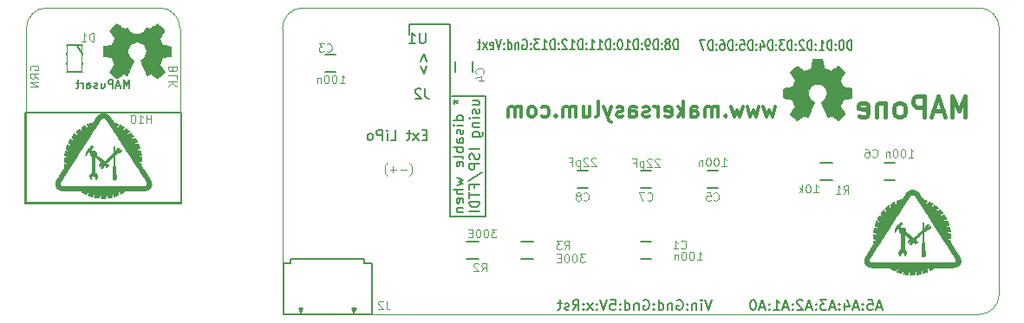
<source format=gbo>
G04 #@! TF.FileFunction,Legend,Bot*
%FSLAX46Y46*%
G04 Gerber Fmt 4.6, Leading zero omitted, Abs format (unit mm)*
G04 Created by KiCad (PCBNEW (2014-12-01 BZR 5309)-product) date Thu Dec  4 13:20:49 2014*
%MOMM*%
G01*
G04 APERTURE LIST*
%ADD10C,0.100000*%
%ADD11C,0.200000*%
%ADD12C,0.150000*%
%ADD13C,0.300000*%
%ADD14C,0.400000*%
%ADD15C,0.152400*%
%ADD16C,0.002540*%
%ADD17C,1.778000*%
%ADD18R,1.778000X1.778000*%
%ADD19R,1.500000X1.300000*%
%ADD20C,3.048000*%
%ADD21R,4.572000X3.048000*%
%ADD22O,4.572000X3.048000*%
%ADD23O,3.048000X4.572000*%
%ADD24C,1.524000*%
%ADD25R,1.524000X1.524000*%
%ADD26R,1.500000X1.250000*%
%ADD27R,1.250000X1.500000*%
%ADD28O,1.574800X2.286000*%
%ADD29R,1.574800X2.286000*%
%ADD30R,0.406400X1.371600*%
%ADD31R,1.600200X1.422400*%
%ADD32R,1.905000X1.905000*%
%ADD33C,1.905000*%
%ADD34C,1.501140*%
%ADD35R,1.501140X1.501140*%
%ADD36R,1.000760X0.701040*%
G04 APERTURE END LIST*
D10*
D11*
X69800000Y-40600000D02*
X66500000Y-40600000D01*
X69800000Y-52400000D02*
X69800000Y-40600000D01*
X66400000Y-52400000D02*
X69800000Y-52400000D01*
X62400000Y-33600000D02*
X62400000Y-34600000D01*
X66400000Y-33600000D02*
X62400000Y-33600000D01*
X66400000Y-52400000D02*
X66400000Y-33600000D01*
D12*
X66677381Y-41190475D02*
X66915476Y-41190475D01*
X66820238Y-40952380D02*
X66915476Y-41190475D01*
X66820238Y-41428571D01*
X67105952Y-41047618D02*
X66915476Y-41190475D01*
X67105952Y-41333333D01*
X67677381Y-43000000D02*
X66677381Y-43000000D01*
X67629762Y-43000000D02*
X67677381Y-42904762D01*
X67677381Y-42714285D01*
X67629762Y-42619047D01*
X67582143Y-42571428D01*
X67486905Y-42523809D01*
X67201190Y-42523809D01*
X67105952Y-42571428D01*
X67058333Y-42619047D01*
X67010714Y-42714285D01*
X67010714Y-42904762D01*
X67058333Y-43000000D01*
X67677381Y-43476190D02*
X67010714Y-43476190D01*
X66677381Y-43476190D02*
X66725000Y-43428571D01*
X66772619Y-43476190D01*
X66725000Y-43523809D01*
X66677381Y-43476190D01*
X66772619Y-43476190D01*
X67629762Y-43904761D02*
X67677381Y-43999999D01*
X67677381Y-44190475D01*
X67629762Y-44285714D01*
X67534524Y-44333333D01*
X67486905Y-44333333D01*
X67391667Y-44285714D01*
X67344048Y-44190475D01*
X67344048Y-44047618D01*
X67296429Y-43952380D01*
X67201190Y-43904761D01*
X67153571Y-43904761D01*
X67058333Y-43952380D01*
X67010714Y-44047618D01*
X67010714Y-44190475D01*
X67058333Y-44285714D01*
X67677381Y-45190476D02*
X67153571Y-45190476D01*
X67058333Y-45142857D01*
X67010714Y-45047619D01*
X67010714Y-44857142D01*
X67058333Y-44761904D01*
X67629762Y-45190476D02*
X67677381Y-45095238D01*
X67677381Y-44857142D01*
X67629762Y-44761904D01*
X67534524Y-44714285D01*
X67439286Y-44714285D01*
X67344048Y-44761904D01*
X67296429Y-44857142D01*
X67296429Y-45095238D01*
X67248810Y-45190476D01*
X67677381Y-45666666D02*
X66677381Y-45666666D01*
X67058333Y-45666666D02*
X67010714Y-45761904D01*
X67010714Y-45952381D01*
X67058333Y-46047619D01*
X67105952Y-46095238D01*
X67201190Y-46142857D01*
X67486905Y-46142857D01*
X67582143Y-46095238D01*
X67629762Y-46047619D01*
X67677381Y-45952381D01*
X67677381Y-45761904D01*
X67629762Y-45666666D01*
X67677381Y-46714285D02*
X67629762Y-46619047D01*
X67534524Y-46571428D01*
X66677381Y-46571428D01*
X67629762Y-47476191D02*
X67677381Y-47380953D01*
X67677381Y-47190476D01*
X67629762Y-47095238D01*
X67534524Y-47047619D01*
X67153571Y-47047619D01*
X67058333Y-47095238D01*
X67010714Y-47190476D01*
X67010714Y-47380953D01*
X67058333Y-47476191D01*
X67153571Y-47523810D01*
X67248810Y-47523810D01*
X67344048Y-47047619D01*
X67010714Y-48619048D02*
X67677381Y-48809524D01*
X67201190Y-49000001D01*
X67677381Y-49190477D01*
X67010714Y-49380953D01*
X67677381Y-49761905D02*
X66677381Y-49761905D01*
X67677381Y-50190477D02*
X67153571Y-50190477D01*
X67058333Y-50142858D01*
X67010714Y-50047620D01*
X67010714Y-49904762D01*
X67058333Y-49809524D01*
X67105952Y-49761905D01*
X67629762Y-51047620D02*
X67677381Y-50952382D01*
X67677381Y-50761905D01*
X67629762Y-50666667D01*
X67534524Y-50619048D01*
X67153571Y-50619048D01*
X67058333Y-50666667D01*
X67010714Y-50761905D01*
X67010714Y-50952382D01*
X67058333Y-51047620D01*
X67153571Y-51095239D01*
X67248810Y-51095239D01*
X67344048Y-50619048D01*
X67010714Y-51523810D02*
X67677381Y-51523810D01*
X67105952Y-51523810D02*
X67058333Y-51571429D01*
X67010714Y-51666667D01*
X67010714Y-51809525D01*
X67058333Y-51904763D01*
X67153571Y-51952382D01*
X67677381Y-51952382D01*
X68560714Y-41500001D02*
X69227381Y-41500001D01*
X68560714Y-41071429D02*
X69084524Y-41071429D01*
X69179762Y-41119048D01*
X69227381Y-41214286D01*
X69227381Y-41357144D01*
X69179762Y-41452382D01*
X69132143Y-41500001D01*
X69179762Y-41928572D02*
X69227381Y-42023810D01*
X69227381Y-42214286D01*
X69179762Y-42309525D01*
X69084524Y-42357144D01*
X69036905Y-42357144D01*
X68941667Y-42309525D01*
X68894048Y-42214286D01*
X68894048Y-42071429D01*
X68846429Y-41976191D01*
X68751190Y-41928572D01*
X68703571Y-41928572D01*
X68608333Y-41976191D01*
X68560714Y-42071429D01*
X68560714Y-42214286D01*
X68608333Y-42309525D01*
X69227381Y-42785715D02*
X68560714Y-42785715D01*
X68227381Y-42785715D02*
X68275000Y-42738096D01*
X68322619Y-42785715D01*
X68275000Y-42833334D01*
X68227381Y-42785715D01*
X68322619Y-42785715D01*
X68560714Y-43261905D02*
X69227381Y-43261905D01*
X68655952Y-43261905D02*
X68608333Y-43309524D01*
X68560714Y-43404762D01*
X68560714Y-43547620D01*
X68608333Y-43642858D01*
X68703571Y-43690477D01*
X69227381Y-43690477D01*
X68560714Y-44595239D02*
X69370238Y-44595239D01*
X69465476Y-44547620D01*
X69513095Y-44500001D01*
X69560714Y-44404762D01*
X69560714Y-44261905D01*
X69513095Y-44166667D01*
X69179762Y-44595239D02*
X69227381Y-44500001D01*
X69227381Y-44309524D01*
X69179762Y-44214286D01*
X69132143Y-44166667D01*
X69036905Y-44119048D01*
X68751190Y-44119048D01*
X68655952Y-44166667D01*
X68608333Y-44214286D01*
X68560714Y-44309524D01*
X68560714Y-44500001D01*
X68608333Y-44595239D01*
X69227381Y-45833334D02*
X68227381Y-45833334D01*
X69179762Y-46261905D02*
X69227381Y-46404762D01*
X69227381Y-46642858D01*
X69179762Y-46738096D01*
X69132143Y-46785715D01*
X69036905Y-46833334D01*
X68941667Y-46833334D01*
X68846429Y-46785715D01*
X68798810Y-46738096D01*
X68751190Y-46642858D01*
X68703571Y-46452381D01*
X68655952Y-46357143D01*
X68608333Y-46309524D01*
X68513095Y-46261905D01*
X68417857Y-46261905D01*
X68322619Y-46309524D01*
X68275000Y-46357143D01*
X68227381Y-46452381D01*
X68227381Y-46690477D01*
X68275000Y-46833334D01*
X69227381Y-47261905D02*
X68227381Y-47261905D01*
X68227381Y-47642858D01*
X68275000Y-47738096D01*
X68322619Y-47785715D01*
X68417857Y-47833334D01*
X68560714Y-47833334D01*
X68655952Y-47785715D01*
X68703571Y-47738096D01*
X68751190Y-47642858D01*
X68751190Y-47261905D01*
X68179762Y-48976191D02*
X69465476Y-48119048D01*
X68703571Y-49642858D02*
X68703571Y-49309524D01*
X69227381Y-49309524D02*
X68227381Y-49309524D01*
X68227381Y-49785715D01*
X68227381Y-50023810D02*
X68227381Y-50595239D01*
X69227381Y-50309524D02*
X68227381Y-50309524D01*
X69227381Y-50928572D02*
X68227381Y-50928572D01*
X68227381Y-51166667D01*
X68275000Y-51309525D01*
X68370238Y-51404763D01*
X68465476Y-51452382D01*
X68655952Y-51500001D01*
X68798810Y-51500001D01*
X68989286Y-51452382D01*
X69084524Y-51404763D01*
X69179762Y-51309525D01*
X69227381Y-51166667D01*
X69227381Y-50928572D01*
X69227381Y-51928572D02*
X68227381Y-51928572D01*
D10*
X120000000Y-60000000D02*
X120000000Y-34000000D01*
D12*
X64090953Y-44428571D02*
X63757619Y-44428571D01*
X63614762Y-44952381D02*
X64090953Y-44952381D01*
X64090953Y-43952381D01*
X63614762Y-43952381D01*
X63281429Y-44952381D02*
X62757619Y-44285714D01*
X63281429Y-44285714D02*
X62757619Y-44952381D01*
X62519524Y-44285714D02*
X62138572Y-44285714D01*
X62376667Y-43952381D02*
X62376667Y-44809524D01*
X62329048Y-44904762D01*
X62233810Y-44952381D01*
X62138572Y-44952381D01*
X60567142Y-44952381D02*
X61043333Y-44952381D01*
X61043333Y-43952381D01*
X60233809Y-44952381D02*
X60233809Y-44285714D01*
X60233809Y-43952381D02*
X60281428Y-44000000D01*
X60233809Y-44047619D01*
X60186190Y-44000000D01*
X60233809Y-43952381D01*
X60233809Y-44047619D01*
X59757619Y-44952381D02*
X59757619Y-43952381D01*
X59376666Y-43952381D01*
X59281428Y-44000000D01*
X59233809Y-44047619D01*
X59186190Y-44142857D01*
X59186190Y-44285714D01*
X59233809Y-44380952D01*
X59281428Y-44428571D01*
X59376666Y-44476190D01*
X59757619Y-44476190D01*
X58614762Y-44952381D02*
X58710000Y-44904762D01*
X58757619Y-44857143D01*
X58805238Y-44761905D01*
X58805238Y-44476190D01*
X58757619Y-44380952D01*
X58710000Y-44333333D01*
X58614762Y-44285714D01*
X58471904Y-44285714D01*
X58376666Y-44333333D01*
X58329047Y-44380952D01*
X58281428Y-44476190D01*
X58281428Y-44761905D01*
X58329047Y-44857143D01*
X58376666Y-44904762D01*
X58471904Y-44952381D01*
X58614762Y-44952381D01*
D10*
X62414761Y-48406667D02*
X62452857Y-48368571D01*
X62529047Y-48254286D01*
X62567142Y-48178095D01*
X62605238Y-48063810D01*
X62643333Y-47873333D01*
X62643333Y-47720952D01*
X62605238Y-47530476D01*
X62567142Y-47416190D01*
X62529047Y-47340000D01*
X62452857Y-47225714D01*
X62414761Y-47187619D01*
X62110000Y-47797143D02*
X61500476Y-47797143D01*
X61119524Y-47797143D02*
X60510000Y-47797143D01*
X60814762Y-48101905D02*
X60814762Y-47492381D01*
X60205238Y-48406667D02*
X60167143Y-48368571D01*
X60090953Y-48254286D01*
X60052857Y-48178095D01*
X60014762Y-48063810D01*
X59976667Y-47873333D01*
X59976667Y-47720952D01*
X60014762Y-47530476D01*
X60052857Y-47416190D01*
X60090953Y-47340000D01*
X60167143Y-47225714D01*
X60205238Y-47187619D01*
X120000000Y-34000000D02*
G75*
G03X118000000Y-32000000I-2000000J0D01*
G01*
X118000000Y-62000000D02*
G75*
G03X120000000Y-60000000I0J2000000D01*
G01*
X52000000Y-32000000D02*
G75*
G03X50000000Y-34000000I0J-2000000D01*
G01*
D13*
X98107143Y-41678571D02*
X97821429Y-42678571D01*
X97535715Y-41964286D01*
X97250000Y-42678571D01*
X96964286Y-41678571D01*
X96535714Y-41678571D02*
X96250000Y-42678571D01*
X95964286Y-41964286D01*
X95678571Y-42678571D01*
X95392857Y-41678571D01*
X94964285Y-41678571D02*
X94678571Y-42678571D01*
X94392857Y-41964286D01*
X94107142Y-42678571D01*
X93821428Y-41678571D01*
X93249999Y-42535714D02*
X93178571Y-42607143D01*
X93249999Y-42678571D01*
X93321428Y-42607143D01*
X93249999Y-42535714D01*
X93249999Y-42678571D01*
X92535713Y-42678571D02*
X92535713Y-41678571D01*
X92535713Y-41821429D02*
X92464285Y-41750000D01*
X92321427Y-41678571D01*
X92107142Y-41678571D01*
X91964285Y-41750000D01*
X91892856Y-41892857D01*
X91892856Y-42678571D01*
X91892856Y-41892857D02*
X91821427Y-41750000D01*
X91678570Y-41678571D01*
X91464285Y-41678571D01*
X91321427Y-41750000D01*
X91249999Y-41892857D01*
X91249999Y-42678571D01*
X89892856Y-42678571D02*
X89892856Y-41892857D01*
X89964285Y-41750000D01*
X90107142Y-41678571D01*
X90392856Y-41678571D01*
X90535713Y-41750000D01*
X89892856Y-42607143D02*
X90035713Y-42678571D01*
X90392856Y-42678571D01*
X90535713Y-42607143D01*
X90607142Y-42464286D01*
X90607142Y-42321429D01*
X90535713Y-42178571D01*
X90392856Y-42107143D01*
X90035713Y-42107143D01*
X89892856Y-42035714D01*
X89178570Y-42678571D02*
X89178570Y-41178571D01*
X89035713Y-42107143D02*
X88607142Y-42678571D01*
X88607142Y-41678571D02*
X89178570Y-42250000D01*
X87392856Y-42607143D02*
X87535713Y-42678571D01*
X87821427Y-42678571D01*
X87964284Y-42607143D01*
X88035713Y-42464286D01*
X88035713Y-41892857D01*
X87964284Y-41750000D01*
X87821427Y-41678571D01*
X87535713Y-41678571D01*
X87392856Y-41750000D01*
X87321427Y-41892857D01*
X87321427Y-42035714D01*
X88035713Y-42178571D01*
X86678570Y-42678571D02*
X86678570Y-41678571D01*
X86678570Y-41964286D02*
X86607142Y-41821429D01*
X86535713Y-41750000D01*
X86392856Y-41678571D01*
X86249999Y-41678571D01*
X85821428Y-42607143D02*
X85678571Y-42678571D01*
X85392856Y-42678571D01*
X85249999Y-42607143D01*
X85178571Y-42464286D01*
X85178571Y-42392857D01*
X85249999Y-42250000D01*
X85392856Y-42178571D01*
X85607142Y-42178571D01*
X85749999Y-42107143D01*
X85821428Y-41964286D01*
X85821428Y-41892857D01*
X85749999Y-41750000D01*
X85607142Y-41678571D01*
X85392856Y-41678571D01*
X85249999Y-41750000D01*
X83892856Y-42678571D02*
X83892856Y-41892857D01*
X83964285Y-41750000D01*
X84107142Y-41678571D01*
X84392856Y-41678571D01*
X84535713Y-41750000D01*
X83892856Y-42607143D02*
X84035713Y-42678571D01*
X84392856Y-42678571D01*
X84535713Y-42607143D01*
X84607142Y-42464286D01*
X84607142Y-42321429D01*
X84535713Y-42178571D01*
X84392856Y-42107143D01*
X84035713Y-42107143D01*
X83892856Y-42035714D01*
X83249999Y-42607143D02*
X83107142Y-42678571D01*
X82821427Y-42678571D01*
X82678570Y-42607143D01*
X82607142Y-42464286D01*
X82607142Y-42392857D01*
X82678570Y-42250000D01*
X82821427Y-42178571D01*
X83035713Y-42178571D01*
X83178570Y-42107143D01*
X83249999Y-41964286D01*
X83249999Y-41892857D01*
X83178570Y-41750000D01*
X83035713Y-41678571D01*
X82821427Y-41678571D01*
X82678570Y-41750000D01*
X82107141Y-41678571D02*
X81749998Y-42678571D01*
X81392856Y-41678571D02*
X81749998Y-42678571D01*
X81892856Y-43035714D01*
X81964284Y-43107143D01*
X82107141Y-43178571D01*
X80607141Y-42678571D02*
X80749999Y-42607143D01*
X80821427Y-42464286D01*
X80821427Y-41178571D01*
X79392856Y-41678571D02*
X79392856Y-42678571D01*
X80035713Y-41678571D02*
X80035713Y-42464286D01*
X79964285Y-42607143D01*
X79821427Y-42678571D01*
X79607142Y-42678571D01*
X79464285Y-42607143D01*
X79392856Y-42535714D01*
X78678570Y-42678571D02*
X78678570Y-41678571D01*
X78678570Y-41821429D02*
X78607142Y-41750000D01*
X78464284Y-41678571D01*
X78249999Y-41678571D01*
X78107142Y-41750000D01*
X78035713Y-41892857D01*
X78035713Y-42678571D01*
X78035713Y-41892857D02*
X77964284Y-41750000D01*
X77821427Y-41678571D01*
X77607142Y-41678571D01*
X77464284Y-41750000D01*
X77392856Y-41892857D01*
X77392856Y-42678571D01*
X76678570Y-42535714D02*
X76607142Y-42607143D01*
X76678570Y-42678571D01*
X76749999Y-42607143D01*
X76678570Y-42535714D01*
X76678570Y-42678571D01*
X75321427Y-42607143D02*
X75464284Y-42678571D01*
X75749998Y-42678571D01*
X75892856Y-42607143D01*
X75964284Y-42535714D01*
X76035713Y-42392857D01*
X76035713Y-41964286D01*
X75964284Y-41821429D01*
X75892856Y-41750000D01*
X75749998Y-41678571D01*
X75464284Y-41678571D01*
X75321427Y-41750000D01*
X74464284Y-42678571D02*
X74607142Y-42607143D01*
X74678570Y-42535714D01*
X74749999Y-42392857D01*
X74749999Y-41964286D01*
X74678570Y-41821429D01*
X74607142Y-41750000D01*
X74464284Y-41678571D01*
X74249999Y-41678571D01*
X74107142Y-41750000D01*
X74035713Y-41821429D01*
X73964284Y-41964286D01*
X73964284Y-42392857D01*
X74035713Y-42535714D01*
X74107142Y-42607143D01*
X74249999Y-42678571D01*
X74464284Y-42678571D01*
X73321427Y-42678571D02*
X73321427Y-41678571D01*
X73321427Y-41821429D02*
X73249999Y-41750000D01*
X73107141Y-41678571D01*
X72892856Y-41678571D01*
X72749999Y-41750000D01*
X72678570Y-41892857D01*
X72678570Y-42678571D01*
X72678570Y-41892857D02*
X72607141Y-41750000D01*
X72464284Y-41678571D01*
X72249999Y-41678571D01*
X72107141Y-41750000D01*
X72035713Y-41892857D01*
X72035713Y-42678571D01*
D14*
X116690477Y-42654762D02*
X116690477Y-40654762D01*
X116023810Y-42083333D01*
X115357143Y-40654762D01*
X115357143Y-42654762D01*
X114500001Y-42083333D02*
X113547620Y-42083333D01*
X114690477Y-42654762D02*
X114023810Y-40654762D01*
X113357143Y-42654762D01*
X112690477Y-42654762D02*
X112690477Y-40654762D01*
X111928572Y-40654762D01*
X111738096Y-40750000D01*
X111642857Y-40845238D01*
X111547619Y-41035714D01*
X111547619Y-41321429D01*
X111642857Y-41511905D01*
X111738096Y-41607143D01*
X111928572Y-41702381D01*
X112690477Y-41702381D01*
X110404762Y-42654762D02*
X110595238Y-42559524D01*
X110690477Y-42464286D01*
X110785715Y-42273810D01*
X110785715Y-41702381D01*
X110690477Y-41511905D01*
X110595238Y-41416667D01*
X110404762Y-41321429D01*
X110119048Y-41321429D01*
X109928572Y-41416667D01*
X109833334Y-41511905D01*
X109738096Y-41702381D01*
X109738096Y-42273810D01*
X109833334Y-42464286D01*
X109928572Y-42559524D01*
X110119048Y-42654762D01*
X110404762Y-42654762D01*
X108880953Y-41321429D02*
X108880953Y-42654762D01*
X108880953Y-41511905D02*
X108785714Y-41416667D01*
X108595238Y-41321429D01*
X108309524Y-41321429D01*
X108119048Y-41416667D01*
X108023810Y-41607143D01*
X108023810Y-42654762D01*
X106309524Y-42559524D02*
X106500000Y-42654762D01*
X106880952Y-42654762D01*
X107071429Y-42559524D01*
X107166667Y-42369048D01*
X107166667Y-41607143D01*
X107071429Y-41416667D01*
X106880952Y-41321429D01*
X106500000Y-41321429D01*
X106309524Y-41416667D01*
X106214286Y-41607143D01*
X106214286Y-41797619D01*
X107166667Y-41988095D01*
D12*
X88594286Y-36082381D02*
X88594286Y-35082381D01*
X88403810Y-35082381D01*
X88289524Y-35130000D01*
X88213333Y-35225238D01*
X88175238Y-35320476D01*
X88137143Y-35510952D01*
X88137143Y-35653810D01*
X88175238Y-35844286D01*
X88213333Y-35939524D01*
X88289524Y-36034762D01*
X88403810Y-36082381D01*
X88594286Y-36082381D01*
X87680000Y-35510952D02*
X87756191Y-35463333D01*
X87794286Y-35415714D01*
X87832381Y-35320476D01*
X87832381Y-35272857D01*
X87794286Y-35177619D01*
X87756191Y-35130000D01*
X87680000Y-35082381D01*
X87527619Y-35082381D01*
X87451429Y-35130000D01*
X87413333Y-35177619D01*
X87375238Y-35272857D01*
X87375238Y-35320476D01*
X87413333Y-35415714D01*
X87451429Y-35463333D01*
X87527619Y-35510952D01*
X87680000Y-35510952D01*
X87756191Y-35558571D01*
X87794286Y-35606190D01*
X87832381Y-35701429D01*
X87832381Y-35891905D01*
X87794286Y-35987143D01*
X87756191Y-36034762D01*
X87680000Y-36082381D01*
X87527619Y-36082381D01*
X87451429Y-36034762D01*
X87413333Y-35987143D01*
X87375238Y-35891905D01*
X87375238Y-35701429D01*
X87413333Y-35606190D01*
X87451429Y-35558571D01*
X87527619Y-35510952D01*
X87032381Y-35987143D02*
X86994286Y-36034762D01*
X87032381Y-36082381D01*
X87070476Y-36034762D01*
X87032381Y-35987143D01*
X87032381Y-36082381D01*
X87032381Y-35463333D02*
X86994286Y-35510952D01*
X87032381Y-35558571D01*
X87070476Y-35510952D01*
X87032381Y-35463333D01*
X87032381Y-35558571D01*
X86651429Y-36082381D02*
X86651429Y-35082381D01*
X86460953Y-35082381D01*
X86346667Y-35130000D01*
X86270476Y-35225238D01*
X86232381Y-35320476D01*
X86194286Y-35510952D01*
X86194286Y-35653810D01*
X86232381Y-35844286D01*
X86270476Y-35939524D01*
X86346667Y-36034762D01*
X86460953Y-36082381D01*
X86651429Y-36082381D01*
X85813334Y-36082381D02*
X85660953Y-36082381D01*
X85584762Y-36034762D01*
X85546667Y-35987143D01*
X85470476Y-35844286D01*
X85432381Y-35653810D01*
X85432381Y-35272857D01*
X85470476Y-35177619D01*
X85508572Y-35130000D01*
X85584762Y-35082381D01*
X85737143Y-35082381D01*
X85813334Y-35130000D01*
X85851429Y-35177619D01*
X85889524Y-35272857D01*
X85889524Y-35510952D01*
X85851429Y-35606190D01*
X85813334Y-35653810D01*
X85737143Y-35701429D01*
X85584762Y-35701429D01*
X85508572Y-35653810D01*
X85470476Y-35606190D01*
X85432381Y-35510952D01*
X85089524Y-35987143D02*
X85051429Y-36034762D01*
X85089524Y-36082381D01*
X85127619Y-36034762D01*
X85089524Y-35987143D01*
X85089524Y-36082381D01*
X85089524Y-35463333D02*
X85051429Y-35510952D01*
X85089524Y-35558571D01*
X85127619Y-35510952D01*
X85089524Y-35463333D01*
X85089524Y-35558571D01*
X84708572Y-36082381D02*
X84708572Y-35082381D01*
X84518096Y-35082381D01*
X84403810Y-35130000D01*
X84327619Y-35225238D01*
X84289524Y-35320476D01*
X84251429Y-35510952D01*
X84251429Y-35653810D01*
X84289524Y-35844286D01*
X84327619Y-35939524D01*
X84403810Y-36034762D01*
X84518096Y-36082381D01*
X84708572Y-36082381D01*
X83489524Y-36082381D02*
X83946667Y-36082381D01*
X83718096Y-36082381D02*
X83718096Y-35082381D01*
X83794286Y-35225238D01*
X83870477Y-35320476D01*
X83946667Y-35368095D01*
X82994286Y-35082381D02*
X82918095Y-35082381D01*
X82841905Y-35130000D01*
X82803810Y-35177619D01*
X82765714Y-35272857D01*
X82727619Y-35463333D01*
X82727619Y-35701429D01*
X82765714Y-35891905D01*
X82803810Y-35987143D01*
X82841905Y-36034762D01*
X82918095Y-36082381D01*
X82994286Y-36082381D01*
X83070476Y-36034762D01*
X83108572Y-35987143D01*
X83146667Y-35891905D01*
X83184762Y-35701429D01*
X83184762Y-35463333D01*
X83146667Y-35272857D01*
X83108572Y-35177619D01*
X83070476Y-35130000D01*
X82994286Y-35082381D01*
X82384762Y-35987143D02*
X82346667Y-36034762D01*
X82384762Y-36082381D01*
X82422857Y-36034762D01*
X82384762Y-35987143D01*
X82384762Y-36082381D01*
X82384762Y-35463333D02*
X82346667Y-35510952D01*
X82384762Y-35558571D01*
X82422857Y-35510952D01*
X82384762Y-35463333D01*
X82384762Y-35558571D01*
X82003810Y-36082381D02*
X82003810Y-35082381D01*
X81813334Y-35082381D01*
X81699048Y-35130000D01*
X81622857Y-35225238D01*
X81584762Y-35320476D01*
X81546667Y-35510952D01*
X81546667Y-35653810D01*
X81584762Y-35844286D01*
X81622857Y-35939524D01*
X81699048Y-36034762D01*
X81813334Y-36082381D01*
X82003810Y-36082381D01*
X80784762Y-36082381D02*
X81241905Y-36082381D01*
X81013334Y-36082381D02*
X81013334Y-35082381D01*
X81089524Y-35225238D01*
X81165715Y-35320476D01*
X81241905Y-35368095D01*
X80022857Y-36082381D02*
X80480000Y-36082381D01*
X80251429Y-36082381D02*
X80251429Y-35082381D01*
X80327619Y-35225238D01*
X80403810Y-35320476D01*
X80480000Y-35368095D01*
X79680000Y-35987143D02*
X79641905Y-36034762D01*
X79680000Y-36082381D01*
X79718095Y-36034762D01*
X79680000Y-35987143D01*
X79680000Y-36082381D01*
X79680000Y-35463333D02*
X79641905Y-35510952D01*
X79680000Y-35558571D01*
X79718095Y-35510952D01*
X79680000Y-35463333D01*
X79680000Y-35558571D01*
X79299048Y-36082381D02*
X79299048Y-35082381D01*
X79108572Y-35082381D01*
X78994286Y-35130000D01*
X78918095Y-35225238D01*
X78880000Y-35320476D01*
X78841905Y-35510952D01*
X78841905Y-35653810D01*
X78880000Y-35844286D01*
X78918095Y-35939524D01*
X78994286Y-36034762D01*
X79108572Y-36082381D01*
X79299048Y-36082381D01*
X78080000Y-36082381D02*
X78537143Y-36082381D01*
X78308572Y-36082381D02*
X78308572Y-35082381D01*
X78384762Y-35225238D01*
X78460953Y-35320476D01*
X78537143Y-35368095D01*
X77775238Y-35177619D02*
X77737143Y-35130000D01*
X77660952Y-35082381D01*
X77470476Y-35082381D01*
X77394286Y-35130000D01*
X77356190Y-35177619D01*
X77318095Y-35272857D01*
X77318095Y-35368095D01*
X77356190Y-35510952D01*
X77813333Y-36082381D01*
X77318095Y-36082381D01*
X76975238Y-35987143D02*
X76937143Y-36034762D01*
X76975238Y-36082381D01*
X77013333Y-36034762D01*
X76975238Y-35987143D01*
X76975238Y-36082381D01*
X76975238Y-35463333D02*
X76937143Y-35510952D01*
X76975238Y-35558571D01*
X77013333Y-35510952D01*
X76975238Y-35463333D01*
X76975238Y-35558571D01*
X76594286Y-36082381D02*
X76594286Y-35082381D01*
X76403810Y-35082381D01*
X76289524Y-35130000D01*
X76213333Y-35225238D01*
X76175238Y-35320476D01*
X76137143Y-35510952D01*
X76137143Y-35653810D01*
X76175238Y-35844286D01*
X76213333Y-35939524D01*
X76289524Y-36034762D01*
X76403810Y-36082381D01*
X76594286Y-36082381D01*
X75375238Y-36082381D02*
X75832381Y-36082381D01*
X75603810Y-36082381D02*
X75603810Y-35082381D01*
X75680000Y-35225238D01*
X75756191Y-35320476D01*
X75832381Y-35368095D01*
X75108571Y-35082381D02*
X74613333Y-35082381D01*
X74880000Y-35463333D01*
X74765714Y-35463333D01*
X74689524Y-35510952D01*
X74651428Y-35558571D01*
X74613333Y-35653810D01*
X74613333Y-35891905D01*
X74651428Y-35987143D01*
X74689524Y-36034762D01*
X74765714Y-36082381D01*
X74994286Y-36082381D01*
X75070476Y-36034762D01*
X75108571Y-35987143D01*
X74270476Y-35987143D02*
X74232381Y-36034762D01*
X74270476Y-36082381D01*
X74308571Y-36034762D01*
X74270476Y-35987143D01*
X74270476Y-36082381D01*
X74270476Y-35463333D02*
X74232381Y-35510952D01*
X74270476Y-35558571D01*
X74308571Y-35510952D01*
X74270476Y-35463333D01*
X74270476Y-35558571D01*
X73470476Y-35130000D02*
X73546667Y-35082381D01*
X73660952Y-35082381D01*
X73775238Y-35130000D01*
X73851429Y-35225238D01*
X73889524Y-35320476D01*
X73927619Y-35510952D01*
X73927619Y-35653810D01*
X73889524Y-35844286D01*
X73851429Y-35939524D01*
X73775238Y-36034762D01*
X73660952Y-36082381D01*
X73584762Y-36082381D01*
X73470476Y-36034762D01*
X73432381Y-35987143D01*
X73432381Y-35653810D01*
X73584762Y-35653810D01*
X73089524Y-35415714D02*
X73089524Y-36082381D01*
X73089524Y-35510952D02*
X73051429Y-35463333D01*
X72975238Y-35415714D01*
X72860952Y-35415714D01*
X72784762Y-35463333D01*
X72746667Y-35558571D01*
X72746667Y-36082381D01*
X72022857Y-36082381D02*
X72022857Y-35082381D01*
X72022857Y-36034762D02*
X72099047Y-36082381D01*
X72251428Y-36082381D01*
X72327619Y-36034762D01*
X72365714Y-35987143D01*
X72403809Y-35891905D01*
X72403809Y-35606190D01*
X72365714Y-35510952D01*
X72327619Y-35463333D01*
X72251428Y-35415714D01*
X72099047Y-35415714D01*
X72022857Y-35463333D01*
X71641904Y-35987143D02*
X71603809Y-36034762D01*
X71641904Y-36082381D01*
X71679999Y-36034762D01*
X71641904Y-35987143D01*
X71641904Y-36082381D01*
X71641904Y-35463333D02*
X71603809Y-35510952D01*
X71641904Y-35558571D01*
X71679999Y-35510952D01*
X71641904Y-35463333D01*
X71641904Y-35558571D01*
X71375238Y-35082381D02*
X71108571Y-36082381D01*
X70841904Y-35082381D01*
X70270476Y-36034762D02*
X70346666Y-36082381D01*
X70499047Y-36082381D01*
X70575238Y-36034762D01*
X70613333Y-35939524D01*
X70613333Y-35558571D01*
X70575238Y-35463333D01*
X70499047Y-35415714D01*
X70346666Y-35415714D01*
X70270476Y-35463333D01*
X70232381Y-35558571D01*
X70232381Y-35653810D01*
X70613333Y-35749048D01*
X69965714Y-36082381D02*
X69546667Y-35415714D01*
X69965714Y-35415714D02*
X69546667Y-36082381D01*
X69356191Y-35415714D02*
X69051429Y-35415714D01*
X69241905Y-35082381D02*
X69241905Y-35939524D01*
X69203810Y-36034762D01*
X69127619Y-36082381D01*
X69051429Y-36082381D01*
X105590476Y-36152381D02*
X105590476Y-35152381D01*
X105400000Y-35152381D01*
X105285714Y-35200000D01*
X105209523Y-35295238D01*
X105171428Y-35390476D01*
X105133333Y-35580952D01*
X105133333Y-35723810D01*
X105171428Y-35914286D01*
X105209523Y-36009524D01*
X105285714Y-36104762D01*
X105400000Y-36152381D01*
X105590476Y-36152381D01*
X104638095Y-35152381D02*
X104561904Y-35152381D01*
X104485714Y-35200000D01*
X104447619Y-35247619D01*
X104409523Y-35342857D01*
X104371428Y-35533333D01*
X104371428Y-35771429D01*
X104409523Y-35961905D01*
X104447619Y-36057143D01*
X104485714Y-36104762D01*
X104561904Y-36152381D01*
X104638095Y-36152381D01*
X104714285Y-36104762D01*
X104752381Y-36057143D01*
X104790476Y-35961905D01*
X104828571Y-35771429D01*
X104828571Y-35533333D01*
X104790476Y-35342857D01*
X104752381Y-35247619D01*
X104714285Y-35200000D01*
X104638095Y-35152381D01*
X104028571Y-36057143D02*
X103990476Y-36104762D01*
X104028571Y-36152381D01*
X104066666Y-36104762D01*
X104028571Y-36057143D01*
X104028571Y-36152381D01*
X104028571Y-35533333D02*
X103990476Y-35580952D01*
X104028571Y-35628571D01*
X104066666Y-35580952D01*
X104028571Y-35533333D01*
X104028571Y-35628571D01*
X103647619Y-36152381D02*
X103647619Y-35152381D01*
X103457143Y-35152381D01*
X103342857Y-35200000D01*
X103266666Y-35295238D01*
X103228571Y-35390476D01*
X103190476Y-35580952D01*
X103190476Y-35723810D01*
X103228571Y-35914286D01*
X103266666Y-36009524D01*
X103342857Y-36104762D01*
X103457143Y-36152381D01*
X103647619Y-36152381D01*
X102428571Y-36152381D02*
X102885714Y-36152381D01*
X102657143Y-36152381D02*
X102657143Y-35152381D01*
X102733333Y-35295238D01*
X102809524Y-35390476D01*
X102885714Y-35438095D01*
X102085714Y-36057143D02*
X102047619Y-36104762D01*
X102085714Y-36152381D01*
X102123809Y-36104762D01*
X102085714Y-36057143D01*
X102085714Y-36152381D01*
X102085714Y-35533333D02*
X102047619Y-35580952D01*
X102085714Y-35628571D01*
X102123809Y-35580952D01*
X102085714Y-35533333D01*
X102085714Y-35628571D01*
X101704762Y-36152381D02*
X101704762Y-35152381D01*
X101514286Y-35152381D01*
X101400000Y-35200000D01*
X101323809Y-35295238D01*
X101285714Y-35390476D01*
X101247619Y-35580952D01*
X101247619Y-35723810D01*
X101285714Y-35914286D01*
X101323809Y-36009524D01*
X101400000Y-36104762D01*
X101514286Y-36152381D01*
X101704762Y-36152381D01*
X100942857Y-35247619D02*
X100904762Y-35200000D01*
X100828571Y-35152381D01*
X100638095Y-35152381D01*
X100561905Y-35200000D01*
X100523809Y-35247619D01*
X100485714Y-35342857D01*
X100485714Y-35438095D01*
X100523809Y-35580952D01*
X100980952Y-36152381D01*
X100485714Y-36152381D01*
X100142857Y-36057143D02*
X100104762Y-36104762D01*
X100142857Y-36152381D01*
X100180952Y-36104762D01*
X100142857Y-36057143D01*
X100142857Y-36152381D01*
X100142857Y-35533333D02*
X100104762Y-35580952D01*
X100142857Y-35628571D01*
X100180952Y-35580952D01*
X100142857Y-35533333D01*
X100142857Y-35628571D01*
X99761905Y-36152381D02*
X99761905Y-35152381D01*
X99571429Y-35152381D01*
X99457143Y-35200000D01*
X99380952Y-35295238D01*
X99342857Y-35390476D01*
X99304762Y-35580952D01*
X99304762Y-35723810D01*
X99342857Y-35914286D01*
X99380952Y-36009524D01*
X99457143Y-36104762D01*
X99571429Y-36152381D01*
X99761905Y-36152381D01*
X99038095Y-35152381D02*
X98542857Y-35152381D01*
X98809524Y-35533333D01*
X98695238Y-35533333D01*
X98619048Y-35580952D01*
X98580952Y-35628571D01*
X98542857Y-35723810D01*
X98542857Y-35961905D01*
X98580952Y-36057143D01*
X98619048Y-36104762D01*
X98695238Y-36152381D01*
X98923810Y-36152381D01*
X99000000Y-36104762D01*
X99038095Y-36057143D01*
X98200000Y-36057143D02*
X98161905Y-36104762D01*
X98200000Y-36152381D01*
X98238095Y-36104762D01*
X98200000Y-36057143D01*
X98200000Y-36152381D01*
X98200000Y-35533333D02*
X98161905Y-35580952D01*
X98200000Y-35628571D01*
X98238095Y-35580952D01*
X98200000Y-35533333D01*
X98200000Y-35628571D01*
X97819048Y-36152381D02*
X97819048Y-35152381D01*
X97628572Y-35152381D01*
X97514286Y-35200000D01*
X97438095Y-35295238D01*
X97400000Y-35390476D01*
X97361905Y-35580952D01*
X97361905Y-35723810D01*
X97400000Y-35914286D01*
X97438095Y-36009524D01*
X97514286Y-36104762D01*
X97628572Y-36152381D01*
X97819048Y-36152381D01*
X96676191Y-35485714D02*
X96676191Y-36152381D01*
X96866667Y-35104762D02*
X97057143Y-35819048D01*
X96561905Y-35819048D01*
X96257143Y-36057143D02*
X96219048Y-36104762D01*
X96257143Y-36152381D01*
X96295238Y-36104762D01*
X96257143Y-36057143D01*
X96257143Y-36152381D01*
X96257143Y-35533333D02*
X96219048Y-35580952D01*
X96257143Y-35628571D01*
X96295238Y-35580952D01*
X96257143Y-35533333D01*
X96257143Y-35628571D01*
X95876191Y-36152381D02*
X95876191Y-35152381D01*
X95685715Y-35152381D01*
X95571429Y-35200000D01*
X95495238Y-35295238D01*
X95457143Y-35390476D01*
X95419048Y-35580952D01*
X95419048Y-35723810D01*
X95457143Y-35914286D01*
X95495238Y-36009524D01*
X95571429Y-36104762D01*
X95685715Y-36152381D01*
X95876191Y-36152381D01*
X94695238Y-35152381D02*
X95076191Y-35152381D01*
X95114286Y-35628571D01*
X95076191Y-35580952D01*
X95000000Y-35533333D01*
X94809524Y-35533333D01*
X94733334Y-35580952D01*
X94695238Y-35628571D01*
X94657143Y-35723810D01*
X94657143Y-35961905D01*
X94695238Y-36057143D01*
X94733334Y-36104762D01*
X94809524Y-36152381D01*
X95000000Y-36152381D01*
X95076191Y-36104762D01*
X95114286Y-36057143D01*
X94314286Y-36057143D02*
X94276191Y-36104762D01*
X94314286Y-36152381D01*
X94352381Y-36104762D01*
X94314286Y-36057143D01*
X94314286Y-36152381D01*
X94314286Y-35533333D02*
X94276191Y-35580952D01*
X94314286Y-35628571D01*
X94352381Y-35580952D01*
X94314286Y-35533333D01*
X94314286Y-35628571D01*
X93933334Y-36152381D02*
X93933334Y-35152381D01*
X93742858Y-35152381D01*
X93628572Y-35200000D01*
X93552381Y-35295238D01*
X93514286Y-35390476D01*
X93476191Y-35580952D01*
X93476191Y-35723810D01*
X93514286Y-35914286D01*
X93552381Y-36009524D01*
X93628572Y-36104762D01*
X93742858Y-36152381D01*
X93933334Y-36152381D01*
X92790477Y-35152381D02*
X92942858Y-35152381D01*
X93019048Y-35200000D01*
X93057143Y-35247619D01*
X93133334Y-35390476D01*
X93171429Y-35580952D01*
X93171429Y-35961905D01*
X93133334Y-36057143D01*
X93095239Y-36104762D01*
X93019048Y-36152381D01*
X92866667Y-36152381D01*
X92790477Y-36104762D01*
X92752381Y-36057143D01*
X92714286Y-35961905D01*
X92714286Y-35723810D01*
X92752381Y-35628571D01*
X92790477Y-35580952D01*
X92866667Y-35533333D01*
X93019048Y-35533333D01*
X93095239Y-35580952D01*
X93133334Y-35628571D01*
X93171429Y-35723810D01*
X92371429Y-36057143D02*
X92333334Y-36104762D01*
X92371429Y-36152381D01*
X92409524Y-36104762D01*
X92371429Y-36057143D01*
X92371429Y-36152381D01*
X92371429Y-35533333D02*
X92333334Y-35580952D01*
X92371429Y-35628571D01*
X92409524Y-35580952D01*
X92371429Y-35533333D01*
X92371429Y-35628571D01*
X91990477Y-36152381D02*
X91990477Y-35152381D01*
X91800001Y-35152381D01*
X91685715Y-35200000D01*
X91609524Y-35295238D01*
X91571429Y-35390476D01*
X91533334Y-35580952D01*
X91533334Y-35723810D01*
X91571429Y-35914286D01*
X91609524Y-36009524D01*
X91685715Y-36104762D01*
X91800001Y-36152381D01*
X91990477Y-36152381D01*
X91266667Y-35152381D02*
X90733334Y-35152381D01*
X91076191Y-36152381D01*
X91923809Y-60552381D02*
X91590476Y-61552381D01*
X91257142Y-60552381D01*
X90923809Y-61552381D02*
X90923809Y-60885714D01*
X90923809Y-60552381D02*
X90971428Y-60600000D01*
X90923809Y-60647619D01*
X90876190Y-60600000D01*
X90923809Y-60552381D01*
X90923809Y-60647619D01*
X90447619Y-60885714D02*
X90447619Y-61552381D01*
X90447619Y-60980952D02*
X90400000Y-60933333D01*
X90304762Y-60885714D01*
X90161904Y-60885714D01*
X90066666Y-60933333D01*
X90019047Y-61028571D01*
X90019047Y-61552381D01*
X89542857Y-61457143D02*
X89495238Y-61504762D01*
X89542857Y-61552381D01*
X89590476Y-61504762D01*
X89542857Y-61457143D01*
X89542857Y-61552381D01*
X89542857Y-60933333D02*
X89495238Y-60980952D01*
X89542857Y-61028571D01*
X89590476Y-60980952D01*
X89542857Y-60933333D01*
X89542857Y-61028571D01*
X88542857Y-60600000D02*
X88638095Y-60552381D01*
X88780952Y-60552381D01*
X88923810Y-60600000D01*
X89019048Y-60695238D01*
X89066667Y-60790476D01*
X89114286Y-60980952D01*
X89114286Y-61123810D01*
X89066667Y-61314286D01*
X89019048Y-61409524D01*
X88923810Y-61504762D01*
X88780952Y-61552381D01*
X88685714Y-61552381D01*
X88542857Y-61504762D01*
X88495238Y-61457143D01*
X88495238Y-61123810D01*
X88685714Y-61123810D01*
X88066667Y-60885714D02*
X88066667Y-61552381D01*
X88066667Y-60980952D02*
X88019048Y-60933333D01*
X87923810Y-60885714D01*
X87780952Y-60885714D01*
X87685714Y-60933333D01*
X87638095Y-61028571D01*
X87638095Y-61552381D01*
X86733333Y-61552381D02*
X86733333Y-60552381D01*
X86733333Y-61504762D02*
X86828571Y-61552381D01*
X87019048Y-61552381D01*
X87114286Y-61504762D01*
X87161905Y-61457143D01*
X87209524Y-61361905D01*
X87209524Y-61076190D01*
X87161905Y-60980952D01*
X87114286Y-60933333D01*
X87019048Y-60885714D01*
X86828571Y-60885714D01*
X86733333Y-60933333D01*
X86257143Y-61457143D02*
X86209524Y-61504762D01*
X86257143Y-61552381D01*
X86304762Y-61504762D01*
X86257143Y-61457143D01*
X86257143Y-61552381D01*
X86257143Y-60933333D02*
X86209524Y-60980952D01*
X86257143Y-61028571D01*
X86304762Y-60980952D01*
X86257143Y-60933333D01*
X86257143Y-61028571D01*
X85257143Y-60600000D02*
X85352381Y-60552381D01*
X85495238Y-60552381D01*
X85638096Y-60600000D01*
X85733334Y-60695238D01*
X85780953Y-60790476D01*
X85828572Y-60980952D01*
X85828572Y-61123810D01*
X85780953Y-61314286D01*
X85733334Y-61409524D01*
X85638096Y-61504762D01*
X85495238Y-61552381D01*
X85400000Y-61552381D01*
X85257143Y-61504762D01*
X85209524Y-61457143D01*
X85209524Y-61123810D01*
X85400000Y-61123810D01*
X84780953Y-60885714D02*
X84780953Y-61552381D01*
X84780953Y-60980952D02*
X84733334Y-60933333D01*
X84638096Y-60885714D01*
X84495238Y-60885714D01*
X84400000Y-60933333D01*
X84352381Y-61028571D01*
X84352381Y-61552381D01*
X83447619Y-61552381D02*
X83447619Y-60552381D01*
X83447619Y-61504762D02*
X83542857Y-61552381D01*
X83733334Y-61552381D01*
X83828572Y-61504762D01*
X83876191Y-61457143D01*
X83923810Y-61361905D01*
X83923810Y-61076190D01*
X83876191Y-60980952D01*
X83828572Y-60933333D01*
X83733334Y-60885714D01*
X83542857Y-60885714D01*
X83447619Y-60933333D01*
X82971429Y-61457143D02*
X82923810Y-61504762D01*
X82971429Y-61552381D01*
X83019048Y-61504762D01*
X82971429Y-61457143D01*
X82971429Y-61552381D01*
X82971429Y-60933333D02*
X82923810Y-60980952D01*
X82971429Y-61028571D01*
X83019048Y-60980952D01*
X82971429Y-60933333D01*
X82971429Y-61028571D01*
X82019048Y-60552381D02*
X82495239Y-60552381D01*
X82542858Y-61028571D01*
X82495239Y-60980952D01*
X82400001Y-60933333D01*
X82161905Y-60933333D01*
X82066667Y-60980952D01*
X82019048Y-61028571D01*
X81971429Y-61123810D01*
X81971429Y-61361905D01*
X82019048Y-61457143D01*
X82066667Y-61504762D01*
X82161905Y-61552381D01*
X82400001Y-61552381D01*
X82495239Y-61504762D01*
X82542858Y-61457143D01*
X81685715Y-60552381D02*
X81352382Y-61552381D01*
X81019048Y-60552381D01*
X80685715Y-61457143D02*
X80638096Y-61504762D01*
X80685715Y-61552381D01*
X80733334Y-61504762D01*
X80685715Y-61457143D01*
X80685715Y-61552381D01*
X80685715Y-60933333D02*
X80638096Y-60980952D01*
X80685715Y-61028571D01*
X80733334Y-60980952D01*
X80685715Y-60933333D01*
X80685715Y-61028571D01*
X80304763Y-61552381D02*
X79780953Y-60885714D01*
X80304763Y-60885714D02*
X79780953Y-61552381D01*
X79400001Y-61457143D02*
X79352382Y-61504762D01*
X79400001Y-61552381D01*
X79447620Y-61504762D01*
X79400001Y-61457143D01*
X79400001Y-61552381D01*
X79400001Y-60933333D02*
X79352382Y-60980952D01*
X79400001Y-61028571D01*
X79447620Y-60980952D01*
X79400001Y-60933333D01*
X79400001Y-61028571D01*
X78352382Y-61552381D02*
X78685716Y-61076190D01*
X78923811Y-61552381D02*
X78923811Y-60552381D01*
X78542858Y-60552381D01*
X78447620Y-60600000D01*
X78400001Y-60647619D01*
X78352382Y-60742857D01*
X78352382Y-60885714D01*
X78400001Y-60980952D01*
X78447620Y-61028571D01*
X78542858Y-61076190D01*
X78923811Y-61076190D01*
X77971430Y-61504762D02*
X77876192Y-61552381D01*
X77685716Y-61552381D01*
X77590477Y-61504762D01*
X77542858Y-61409524D01*
X77542858Y-61361905D01*
X77590477Y-61266667D01*
X77685716Y-61219048D01*
X77828573Y-61219048D01*
X77923811Y-61171429D01*
X77971430Y-61076190D01*
X77971430Y-61028571D01*
X77923811Y-60933333D01*
X77828573Y-60885714D01*
X77685716Y-60885714D01*
X77590477Y-60933333D01*
X77257144Y-60885714D02*
X76876192Y-60885714D01*
X77114287Y-60552381D02*
X77114287Y-61409524D01*
X77066668Y-61504762D01*
X76971430Y-61552381D01*
X76876192Y-61552381D01*
X108528571Y-61266667D02*
X108052380Y-61266667D01*
X108623809Y-61552381D02*
X108290476Y-60552381D01*
X107957142Y-61552381D01*
X107147618Y-60552381D02*
X107623809Y-60552381D01*
X107671428Y-61028571D01*
X107623809Y-60980952D01*
X107528571Y-60933333D01*
X107290475Y-60933333D01*
X107195237Y-60980952D01*
X107147618Y-61028571D01*
X107099999Y-61123810D01*
X107099999Y-61361905D01*
X107147618Y-61457143D01*
X107195237Y-61504762D01*
X107290475Y-61552381D01*
X107528571Y-61552381D01*
X107623809Y-61504762D01*
X107671428Y-61457143D01*
X106671428Y-61457143D02*
X106623809Y-61504762D01*
X106671428Y-61552381D01*
X106719047Y-61504762D01*
X106671428Y-61457143D01*
X106671428Y-61552381D01*
X106671428Y-60933333D02*
X106623809Y-60980952D01*
X106671428Y-61028571D01*
X106719047Y-60980952D01*
X106671428Y-60933333D01*
X106671428Y-61028571D01*
X106242857Y-61266667D02*
X105766666Y-61266667D01*
X106338095Y-61552381D02*
X106004762Y-60552381D01*
X105671428Y-61552381D01*
X104909523Y-60885714D02*
X104909523Y-61552381D01*
X105147619Y-60504762D02*
X105385714Y-61219048D01*
X104766666Y-61219048D01*
X104385714Y-61457143D02*
X104338095Y-61504762D01*
X104385714Y-61552381D01*
X104433333Y-61504762D01*
X104385714Y-61457143D01*
X104385714Y-61552381D01*
X104385714Y-60933333D02*
X104338095Y-60980952D01*
X104385714Y-61028571D01*
X104433333Y-60980952D01*
X104385714Y-60933333D01*
X104385714Y-61028571D01*
X103957143Y-61266667D02*
X103480952Y-61266667D01*
X104052381Y-61552381D02*
X103719048Y-60552381D01*
X103385714Y-61552381D01*
X103147619Y-60552381D02*
X102528571Y-60552381D01*
X102861905Y-60933333D01*
X102719047Y-60933333D01*
X102623809Y-60980952D01*
X102576190Y-61028571D01*
X102528571Y-61123810D01*
X102528571Y-61361905D01*
X102576190Y-61457143D01*
X102623809Y-61504762D01*
X102719047Y-61552381D01*
X103004762Y-61552381D01*
X103100000Y-61504762D01*
X103147619Y-61457143D01*
X102100000Y-61457143D02*
X102052381Y-61504762D01*
X102100000Y-61552381D01*
X102147619Y-61504762D01*
X102100000Y-61457143D01*
X102100000Y-61552381D01*
X102100000Y-60933333D02*
X102052381Y-60980952D01*
X102100000Y-61028571D01*
X102147619Y-60980952D01*
X102100000Y-60933333D01*
X102100000Y-61028571D01*
X101671429Y-61266667D02*
X101195238Y-61266667D01*
X101766667Y-61552381D02*
X101433334Y-60552381D01*
X101100000Y-61552381D01*
X100814286Y-60647619D02*
X100766667Y-60600000D01*
X100671429Y-60552381D01*
X100433333Y-60552381D01*
X100338095Y-60600000D01*
X100290476Y-60647619D01*
X100242857Y-60742857D01*
X100242857Y-60838095D01*
X100290476Y-60980952D01*
X100861905Y-61552381D01*
X100242857Y-61552381D01*
X99814286Y-61457143D02*
X99766667Y-61504762D01*
X99814286Y-61552381D01*
X99861905Y-61504762D01*
X99814286Y-61457143D01*
X99814286Y-61552381D01*
X99814286Y-60933333D02*
X99766667Y-60980952D01*
X99814286Y-61028571D01*
X99861905Y-60980952D01*
X99814286Y-60933333D01*
X99814286Y-61028571D01*
X99385715Y-61266667D02*
X98909524Y-61266667D01*
X99480953Y-61552381D02*
X99147620Y-60552381D01*
X98814286Y-61552381D01*
X97957143Y-61552381D02*
X98528572Y-61552381D01*
X98242858Y-61552381D02*
X98242858Y-60552381D01*
X98338096Y-60695238D01*
X98433334Y-60790476D01*
X98528572Y-60838095D01*
X97528572Y-61457143D02*
X97480953Y-61504762D01*
X97528572Y-61552381D01*
X97576191Y-61504762D01*
X97528572Y-61457143D01*
X97528572Y-61552381D01*
X97528572Y-60933333D02*
X97480953Y-60980952D01*
X97528572Y-61028571D01*
X97576191Y-60980952D01*
X97528572Y-60933333D01*
X97528572Y-61028571D01*
X97100001Y-61266667D02*
X96623810Y-61266667D01*
X97195239Y-61552381D02*
X96861906Y-60552381D01*
X96528572Y-61552381D01*
X96004763Y-60552381D02*
X95909524Y-60552381D01*
X95814286Y-60600000D01*
X95766667Y-60647619D01*
X95719048Y-60742857D01*
X95671429Y-60933333D01*
X95671429Y-61171429D01*
X95719048Y-61361905D01*
X95766667Y-61457143D01*
X95814286Y-61504762D01*
X95909524Y-61552381D01*
X96004763Y-61552381D01*
X96100001Y-61504762D01*
X96147620Y-61457143D01*
X96195239Y-61361905D01*
X96242858Y-61171429D01*
X96242858Y-60933333D01*
X96195239Y-60742857D01*
X96147620Y-60647619D01*
X96100001Y-60600000D01*
X96004763Y-60552381D01*
X63505714Y-37231905D02*
X63791429Y-36470000D01*
X64077143Y-37231905D01*
X63505714Y-37708095D02*
X63791429Y-38470000D01*
X64077143Y-37708095D01*
X63943333Y-39882381D02*
X63943333Y-40596667D01*
X63990953Y-40739524D01*
X64086191Y-40834762D01*
X64229048Y-40882381D01*
X64324286Y-40882381D01*
X63514762Y-39977619D02*
X63467143Y-39930000D01*
X63371905Y-39882381D01*
X63133809Y-39882381D01*
X63038571Y-39930000D01*
X62990952Y-39977619D01*
X62943333Y-40072857D01*
X62943333Y-40168095D01*
X62990952Y-40310952D01*
X63562381Y-40882381D01*
X62943333Y-40882381D01*
X63961905Y-34452381D02*
X63961905Y-35261905D01*
X63914286Y-35357143D01*
X63866667Y-35404762D01*
X63771429Y-35452381D01*
X63580952Y-35452381D01*
X63485714Y-35404762D01*
X63438095Y-35357143D01*
X63390476Y-35261905D01*
X63390476Y-34452381D01*
X62390476Y-35452381D02*
X62961905Y-35452381D01*
X62676191Y-35452381D02*
X62676191Y-34452381D01*
X62771429Y-34595238D01*
X62866667Y-34690476D01*
X62961905Y-34738095D01*
D10*
X50000000Y-62000000D02*
X50000000Y-34000000D01*
X118000000Y-62000000D02*
X50000000Y-62000000D01*
X52000000Y-32000000D02*
X118000000Y-32000000D01*
X25000000Y-34000000D02*
X25000000Y-51000000D01*
X39242857Y-38033334D02*
X39280952Y-38147620D01*
X39319048Y-38185715D01*
X39395238Y-38223810D01*
X39509524Y-38223810D01*
X39585714Y-38185715D01*
X39623810Y-38147620D01*
X39661905Y-38071429D01*
X39661905Y-37766667D01*
X38861905Y-37766667D01*
X38861905Y-38033334D01*
X38900000Y-38109524D01*
X38938095Y-38147620D01*
X39014286Y-38185715D01*
X39090476Y-38185715D01*
X39166667Y-38147620D01*
X39204762Y-38109524D01*
X39242857Y-38033334D01*
X39242857Y-37766667D01*
X39661905Y-38947620D02*
X39661905Y-38566667D01*
X38861905Y-38566667D01*
X39661905Y-39214286D02*
X38861905Y-39214286D01*
X39661905Y-39671429D02*
X39204762Y-39328572D01*
X38861905Y-39671429D02*
X39319048Y-39214286D01*
X25400000Y-38090477D02*
X25361905Y-38014286D01*
X25361905Y-37900001D01*
X25400000Y-37785715D01*
X25476190Y-37709524D01*
X25552381Y-37671429D01*
X25704762Y-37633334D01*
X25819048Y-37633334D01*
X25971429Y-37671429D01*
X26047619Y-37709524D01*
X26123810Y-37785715D01*
X26161905Y-37900001D01*
X26161905Y-37976191D01*
X26123810Y-38090477D01*
X26085714Y-38128572D01*
X25819048Y-38128572D01*
X25819048Y-37976191D01*
X26161905Y-38928572D02*
X25780952Y-38661905D01*
X26161905Y-38471429D02*
X25361905Y-38471429D01*
X25361905Y-38776191D01*
X25400000Y-38852382D01*
X25438095Y-38890477D01*
X25514286Y-38928572D01*
X25628571Y-38928572D01*
X25704762Y-38890477D01*
X25742857Y-38852382D01*
X25780952Y-38776191D01*
X25780952Y-38471429D01*
X26161905Y-39271429D02*
X25361905Y-39271429D01*
X26161905Y-39728572D01*
X25361905Y-39728572D01*
X40000000Y-51000000D02*
X40000000Y-48000000D01*
X25000000Y-51000000D02*
X40000000Y-51000000D01*
X40000000Y-48000000D02*
X40000000Y-46000000D01*
X40000000Y-46000000D02*
X40000000Y-34000000D01*
D11*
X35033334Y-39861905D02*
X35033334Y-39061905D01*
X34766667Y-39633333D01*
X34500000Y-39061905D01*
X34500000Y-39861905D01*
X34157143Y-39633333D02*
X33776191Y-39633333D01*
X34233334Y-39861905D02*
X33966667Y-39061905D01*
X33700000Y-39861905D01*
X33433334Y-39861905D02*
X33433334Y-39061905D01*
X33128572Y-39061905D01*
X33052381Y-39100000D01*
X33014286Y-39138095D01*
X32976191Y-39214286D01*
X32976191Y-39328571D01*
X33014286Y-39404762D01*
X33052381Y-39442857D01*
X33128572Y-39480952D01*
X33433334Y-39480952D01*
X32290477Y-39328571D02*
X32290477Y-39861905D01*
X32633334Y-39328571D02*
X32633334Y-39747619D01*
X32595239Y-39823810D01*
X32519048Y-39861905D01*
X32404762Y-39861905D01*
X32328572Y-39823810D01*
X32290477Y-39785714D01*
X31947619Y-39823810D02*
X31871429Y-39861905D01*
X31719048Y-39861905D01*
X31642857Y-39823810D01*
X31604762Y-39747619D01*
X31604762Y-39709524D01*
X31642857Y-39633333D01*
X31719048Y-39595238D01*
X31833333Y-39595238D01*
X31909524Y-39557143D01*
X31947619Y-39480952D01*
X31947619Y-39442857D01*
X31909524Y-39366667D01*
X31833333Y-39328571D01*
X31719048Y-39328571D01*
X31642857Y-39366667D01*
X30919048Y-39861905D02*
X30919048Y-39442857D01*
X30957143Y-39366667D01*
X31033333Y-39328571D01*
X31185714Y-39328571D01*
X31261905Y-39366667D01*
X30919048Y-39823810D02*
X30995238Y-39861905D01*
X31185714Y-39861905D01*
X31261905Y-39823810D01*
X31300000Y-39747619D01*
X31300000Y-39671429D01*
X31261905Y-39595238D01*
X31185714Y-39557143D01*
X30995238Y-39557143D01*
X30919048Y-39519048D01*
X30538095Y-39861905D02*
X30538095Y-39328571D01*
X30538095Y-39480952D02*
X30500000Y-39404762D01*
X30461904Y-39366667D01*
X30385714Y-39328571D01*
X30309523Y-39328571D01*
X30157143Y-39328571D02*
X29852381Y-39328571D01*
X30042857Y-39061905D02*
X30042857Y-39747619D01*
X30004762Y-39823810D01*
X29928571Y-39861905D01*
X29852381Y-39861905D01*
D10*
X38000000Y-32000000D02*
X27000000Y-32000000D01*
X40000000Y-34000000D02*
G75*
G03X38000000Y-32000000I-2000000J0D01*
G01*
X27000000Y-32000000D02*
G75*
G03X25000000Y-34000000I0J-2000000D01*
G01*
D12*
X73300000Y-56575000D02*
X74500000Y-56575000D01*
X74500000Y-54825000D02*
X73300000Y-54825000D01*
X69160000Y-54825000D02*
X67960000Y-54825000D01*
X67960000Y-56575000D02*
X69160000Y-56575000D01*
X103700000Y-47125000D02*
X102500000Y-47125000D01*
X102500000Y-48875000D02*
X103700000Y-48875000D01*
X78800000Y-47950000D02*
X79800000Y-47950000D01*
X79800000Y-49650000D02*
X78800000Y-49650000D01*
X86000000Y-49650000D02*
X85000000Y-49650000D01*
X85000000Y-47950000D02*
X86000000Y-47950000D01*
X109800000Y-48850000D02*
X108800000Y-48850000D01*
X108800000Y-47150000D02*
X109800000Y-47150000D01*
X92500000Y-49650000D02*
X91500000Y-49650000D01*
X91500000Y-47950000D02*
X92500000Y-47950000D01*
X68600000Y-37250000D02*
X68600000Y-38250000D01*
X66900000Y-38250000D02*
X66900000Y-37250000D01*
X55210000Y-38270000D02*
X54210000Y-38270000D01*
X54210000Y-36570000D02*
X55210000Y-36570000D01*
X86000000Y-56550000D02*
X85000000Y-56550000D01*
X85000000Y-54850000D02*
X86000000Y-54850000D01*
D15*
X54400000Y-56530000D02*
X50780500Y-56530000D01*
X50780500Y-56530000D02*
X50780500Y-56974500D01*
X58019500Y-56530000D02*
X58019500Y-56974500D01*
X54400000Y-56530000D02*
X58019500Y-56530000D01*
X58019500Y-56974500D02*
X58718000Y-56974500D01*
X58718000Y-56974500D02*
X58718000Y-61991000D01*
X58718000Y-61991000D02*
X54400000Y-61991000D01*
X54400000Y-61991000D02*
X50082000Y-61991000D01*
X50082000Y-61991000D02*
X50082000Y-56974500D01*
X50082000Y-56974500D02*
X50780500Y-56974500D01*
X51796500Y-61419500D02*
X51796500Y-61800500D01*
X57003500Y-61419500D02*
X57003500Y-61800500D01*
X57003500Y-61419500D02*
X57194000Y-61419500D01*
X57194000Y-61419500D02*
X57003500Y-61800500D01*
X57003500Y-61800500D02*
X56813000Y-61419500D01*
X56813000Y-61419500D02*
X57003500Y-61419500D01*
X51987000Y-61419500D02*
X51606000Y-61419500D01*
X51606000Y-61419500D02*
X51796500Y-61800500D01*
X51796500Y-61800500D02*
X51987000Y-61419500D01*
D16*
G36*
X104274380Y-42999740D02*
X104238820Y-42979420D01*
X104160080Y-42931160D01*
X104048320Y-42857500D01*
X103916240Y-42771140D01*
X103784160Y-42679700D01*
X103674940Y-42608580D01*
X103598740Y-42557780D01*
X103568260Y-42540000D01*
X103550480Y-42547620D01*
X103486980Y-42578100D01*
X103398080Y-42623820D01*
X103344740Y-42651760D01*
X103260920Y-42687320D01*
X103217740Y-42694940D01*
X103212660Y-42684780D01*
X103182180Y-42621280D01*
X103133920Y-42512060D01*
X103070420Y-42367280D01*
X102996760Y-42197100D01*
X102920560Y-42014220D01*
X102841820Y-41828800D01*
X102768160Y-41651000D01*
X102704660Y-41490980D01*
X102651320Y-41358900D01*
X102615760Y-41270000D01*
X102603060Y-41231900D01*
X102608140Y-41221740D01*
X102648780Y-41181100D01*
X102722440Y-41127760D01*
X102879920Y-40998220D01*
X103037400Y-40805180D01*
X103131380Y-40584200D01*
X103164400Y-40337820D01*
X103136460Y-40109220D01*
X103047560Y-39890780D01*
X102895160Y-39695200D01*
X102709740Y-39547880D01*
X102493840Y-39456440D01*
X102250000Y-39425960D01*
X102018860Y-39451360D01*
X101795340Y-39540260D01*
X101597220Y-39690120D01*
X101513400Y-39786640D01*
X101399100Y-39984760D01*
X101335600Y-40198120D01*
X101327980Y-40254000D01*
X101338140Y-40487680D01*
X101406720Y-40711200D01*
X101531180Y-40911860D01*
X101701360Y-41076960D01*
X101724220Y-41092200D01*
X101802960Y-41153160D01*
X101856300Y-41193800D01*
X101899480Y-41226820D01*
X101599760Y-41945640D01*
X101551500Y-42059940D01*
X101470220Y-42258060D01*
X101399100Y-42425700D01*
X101340680Y-42560320D01*
X101300040Y-42651760D01*
X101282260Y-42687320D01*
X101282260Y-42689860D01*
X101254320Y-42694940D01*
X101200980Y-42674620D01*
X101099380Y-42626360D01*
X101033340Y-42590800D01*
X100957140Y-42555240D01*
X100921580Y-42540000D01*
X100893640Y-42557780D01*
X100819980Y-42603500D01*
X100713300Y-42674620D01*
X100583760Y-42763520D01*
X100461840Y-42847340D01*
X100350080Y-42921000D01*
X100268800Y-42974340D01*
X100228160Y-42994660D01*
X100223080Y-42994660D01*
X100187520Y-42974340D01*
X100121480Y-42921000D01*
X100024960Y-42829560D01*
X99885260Y-42692400D01*
X99864940Y-42669540D01*
X99750640Y-42555240D01*
X99659200Y-42458720D01*
X99595700Y-42387600D01*
X99572840Y-42357120D01*
X99572840Y-42357120D01*
X99593160Y-42319020D01*
X99646500Y-42235200D01*
X99720160Y-42120900D01*
X99811600Y-41988820D01*
X100050360Y-41643380D01*
X99918280Y-41315720D01*
X99877640Y-41216660D01*
X99826840Y-41094740D01*
X99788740Y-41008380D01*
X99770960Y-40970280D01*
X99735400Y-40957580D01*
X99646500Y-40937260D01*
X99516960Y-40909320D01*
X99362020Y-40881380D01*
X99214700Y-40853440D01*
X99082620Y-40828040D01*
X98986100Y-40810260D01*
X98942920Y-40802640D01*
X98932760Y-40795020D01*
X98922600Y-40774700D01*
X98917520Y-40728980D01*
X98914980Y-40647700D01*
X98912440Y-40520700D01*
X98912440Y-40337820D01*
X98912440Y-40317500D01*
X98914980Y-40142240D01*
X98917520Y-40002540D01*
X98922600Y-39911100D01*
X98927680Y-39875540D01*
X98927680Y-39875540D01*
X98970860Y-39865380D01*
X99064840Y-39845060D01*
X99196920Y-39819660D01*
X99354400Y-39789180D01*
X99364560Y-39786640D01*
X99522040Y-39756160D01*
X99656660Y-39728220D01*
X99748100Y-39707900D01*
X99786200Y-39695200D01*
X99796360Y-39685040D01*
X99826840Y-39621540D01*
X99872560Y-39525020D01*
X99925900Y-39405640D01*
X99976700Y-39281180D01*
X100019880Y-39169420D01*
X100050360Y-39085600D01*
X100060520Y-39047500D01*
X100060520Y-39047500D01*
X100035120Y-39009400D01*
X99981780Y-38928120D01*
X99905580Y-38813820D01*
X99811600Y-38679200D01*
X99806520Y-38669040D01*
X99715080Y-38536960D01*
X99641420Y-38422660D01*
X99593160Y-38341380D01*
X99572840Y-38305820D01*
X99575380Y-38303280D01*
X99603320Y-38265180D01*
X99671900Y-38188980D01*
X99768420Y-38087380D01*
X99885260Y-37968000D01*
X99923360Y-37932440D01*
X100052900Y-37805440D01*
X100144340Y-37721620D01*
X100200220Y-37678440D01*
X100225620Y-37668280D01*
X100228160Y-37668280D01*
X100268800Y-37693680D01*
X100352620Y-37749560D01*
X100466920Y-37825760D01*
X100601540Y-37917200D01*
X100611700Y-37924820D01*
X100743780Y-38016260D01*
X100855540Y-38089920D01*
X100934280Y-38143260D01*
X100969840Y-38163580D01*
X100974920Y-38163580D01*
X101030800Y-38148340D01*
X101124780Y-38115320D01*
X101241620Y-38069600D01*
X101366080Y-38018800D01*
X101477840Y-37973080D01*
X101561660Y-37934980D01*
X101599760Y-37912120D01*
X101602300Y-37909580D01*
X101615000Y-37861320D01*
X101637860Y-37762260D01*
X101668340Y-37625100D01*
X101698820Y-37460000D01*
X101703900Y-37434600D01*
X101734380Y-37274580D01*
X101759780Y-37145040D01*
X101777560Y-37053600D01*
X101787720Y-37015500D01*
X101810580Y-37010420D01*
X101886780Y-37005340D01*
X102006160Y-37002800D01*
X102148400Y-37000260D01*
X102300800Y-37000260D01*
X102448120Y-37005340D01*
X102572580Y-37007880D01*
X102664020Y-37015500D01*
X102702120Y-37023120D01*
X102702120Y-37025660D01*
X102717360Y-37073920D01*
X102737680Y-37172980D01*
X102765620Y-37312680D01*
X102798640Y-37475240D01*
X102803720Y-37505720D01*
X102834200Y-37663200D01*
X102859600Y-37792740D01*
X102879920Y-37884180D01*
X102890080Y-37919740D01*
X102902780Y-37927360D01*
X102968820Y-37955300D01*
X103075500Y-37998480D01*
X103207580Y-38051820D01*
X103512380Y-38176280D01*
X103888300Y-37919740D01*
X103921320Y-37896880D01*
X104055940Y-37802900D01*
X104167700Y-37729240D01*
X104243900Y-37680980D01*
X104276920Y-37663200D01*
X104279460Y-37663200D01*
X104317560Y-37696220D01*
X104391220Y-37764800D01*
X104492820Y-37863860D01*
X104609660Y-37983240D01*
X104698560Y-38069600D01*
X104800160Y-38173740D01*
X104866200Y-38244860D01*
X104901760Y-38290580D01*
X104914460Y-38318520D01*
X104911920Y-38336300D01*
X104886520Y-38374400D01*
X104833180Y-38458220D01*
X104754440Y-38569980D01*
X104663000Y-38704600D01*
X104589340Y-38813820D01*
X104508060Y-38940820D01*
X104454720Y-39029720D01*
X104436940Y-39072900D01*
X104442020Y-39093220D01*
X104467420Y-39164340D01*
X104510600Y-39276100D01*
X104569020Y-39408180D01*
X104698560Y-39705360D01*
X104891600Y-39743460D01*
X105010980Y-39763780D01*
X105176080Y-39796800D01*
X105333560Y-39827280D01*
X105579940Y-39875540D01*
X105587560Y-40779780D01*
X105549460Y-40795020D01*
X105513900Y-40805180D01*
X105422460Y-40825500D01*
X105292920Y-40850900D01*
X105137980Y-40878840D01*
X105008440Y-40904240D01*
X104876360Y-40929640D01*
X104779840Y-40947420D01*
X104739200Y-40957580D01*
X104729040Y-40970280D01*
X104696020Y-41033780D01*
X104647760Y-41135380D01*
X104596960Y-41257300D01*
X104543620Y-41384300D01*
X104497900Y-41501140D01*
X104464880Y-41590040D01*
X104452180Y-41638300D01*
X104469960Y-41671320D01*
X104520760Y-41750060D01*
X104591880Y-41859280D01*
X104683320Y-41991360D01*
X104772220Y-42120900D01*
X104848420Y-42235200D01*
X104899220Y-42313940D01*
X104922080Y-42352040D01*
X104911920Y-42377440D01*
X104858580Y-42440940D01*
X104759520Y-42542540D01*
X104612200Y-42687320D01*
X104589340Y-42710180D01*
X104472500Y-42824480D01*
X104373440Y-42915920D01*
X104304860Y-42976880D01*
X104274380Y-42999740D01*
X104274380Y-42999740D01*
G37*
X104274380Y-42999740D02*
X104238820Y-42979420D01*
X104160080Y-42931160D01*
X104048320Y-42857500D01*
X103916240Y-42771140D01*
X103784160Y-42679700D01*
X103674940Y-42608580D01*
X103598740Y-42557780D01*
X103568260Y-42540000D01*
X103550480Y-42547620D01*
X103486980Y-42578100D01*
X103398080Y-42623820D01*
X103344740Y-42651760D01*
X103260920Y-42687320D01*
X103217740Y-42694940D01*
X103212660Y-42684780D01*
X103182180Y-42621280D01*
X103133920Y-42512060D01*
X103070420Y-42367280D01*
X102996760Y-42197100D01*
X102920560Y-42014220D01*
X102841820Y-41828800D01*
X102768160Y-41651000D01*
X102704660Y-41490980D01*
X102651320Y-41358900D01*
X102615760Y-41270000D01*
X102603060Y-41231900D01*
X102608140Y-41221740D01*
X102648780Y-41181100D01*
X102722440Y-41127760D01*
X102879920Y-40998220D01*
X103037400Y-40805180D01*
X103131380Y-40584200D01*
X103164400Y-40337820D01*
X103136460Y-40109220D01*
X103047560Y-39890780D01*
X102895160Y-39695200D01*
X102709740Y-39547880D01*
X102493840Y-39456440D01*
X102250000Y-39425960D01*
X102018860Y-39451360D01*
X101795340Y-39540260D01*
X101597220Y-39690120D01*
X101513400Y-39786640D01*
X101399100Y-39984760D01*
X101335600Y-40198120D01*
X101327980Y-40254000D01*
X101338140Y-40487680D01*
X101406720Y-40711200D01*
X101531180Y-40911860D01*
X101701360Y-41076960D01*
X101724220Y-41092200D01*
X101802960Y-41153160D01*
X101856300Y-41193800D01*
X101899480Y-41226820D01*
X101599760Y-41945640D01*
X101551500Y-42059940D01*
X101470220Y-42258060D01*
X101399100Y-42425700D01*
X101340680Y-42560320D01*
X101300040Y-42651760D01*
X101282260Y-42687320D01*
X101282260Y-42689860D01*
X101254320Y-42694940D01*
X101200980Y-42674620D01*
X101099380Y-42626360D01*
X101033340Y-42590800D01*
X100957140Y-42555240D01*
X100921580Y-42540000D01*
X100893640Y-42557780D01*
X100819980Y-42603500D01*
X100713300Y-42674620D01*
X100583760Y-42763520D01*
X100461840Y-42847340D01*
X100350080Y-42921000D01*
X100268800Y-42974340D01*
X100228160Y-42994660D01*
X100223080Y-42994660D01*
X100187520Y-42974340D01*
X100121480Y-42921000D01*
X100024960Y-42829560D01*
X99885260Y-42692400D01*
X99864940Y-42669540D01*
X99750640Y-42555240D01*
X99659200Y-42458720D01*
X99595700Y-42387600D01*
X99572840Y-42357120D01*
X99572840Y-42357120D01*
X99593160Y-42319020D01*
X99646500Y-42235200D01*
X99720160Y-42120900D01*
X99811600Y-41988820D01*
X100050360Y-41643380D01*
X99918280Y-41315720D01*
X99877640Y-41216660D01*
X99826840Y-41094740D01*
X99788740Y-41008380D01*
X99770960Y-40970280D01*
X99735400Y-40957580D01*
X99646500Y-40937260D01*
X99516960Y-40909320D01*
X99362020Y-40881380D01*
X99214700Y-40853440D01*
X99082620Y-40828040D01*
X98986100Y-40810260D01*
X98942920Y-40802640D01*
X98932760Y-40795020D01*
X98922600Y-40774700D01*
X98917520Y-40728980D01*
X98914980Y-40647700D01*
X98912440Y-40520700D01*
X98912440Y-40337820D01*
X98912440Y-40317500D01*
X98914980Y-40142240D01*
X98917520Y-40002540D01*
X98922600Y-39911100D01*
X98927680Y-39875540D01*
X98927680Y-39875540D01*
X98970860Y-39865380D01*
X99064840Y-39845060D01*
X99196920Y-39819660D01*
X99354400Y-39789180D01*
X99364560Y-39786640D01*
X99522040Y-39756160D01*
X99656660Y-39728220D01*
X99748100Y-39707900D01*
X99786200Y-39695200D01*
X99796360Y-39685040D01*
X99826840Y-39621540D01*
X99872560Y-39525020D01*
X99925900Y-39405640D01*
X99976700Y-39281180D01*
X100019880Y-39169420D01*
X100050360Y-39085600D01*
X100060520Y-39047500D01*
X100060520Y-39047500D01*
X100035120Y-39009400D01*
X99981780Y-38928120D01*
X99905580Y-38813820D01*
X99811600Y-38679200D01*
X99806520Y-38669040D01*
X99715080Y-38536960D01*
X99641420Y-38422660D01*
X99593160Y-38341380D01*
X99572840Y-38305820D01*
X99575380Y-38303280D01*
X99603320Y-38265180D01*
X99671900Y-38188980D01*
X99768420Y-38087380D01*
X99885260Y-37968000D01*
X99923360Y-37932440D01*
X100052900Y-37805440D01*
X100144340Y-37721620D01*
X100200220Y-37678440D01*
X100225620Y-37668280D01*
X100228160Y-37668280D01*
X100268800Y-37693680D01*
X100352620Y-37749560D01*
X100466920Y-37825760D01*
X100601540Y-37917200D01*
X100611700Y-37924820D01*
X100743780Y-38016260D01*
X100855540Y-38089920D01*
X100934280Y-38143260D01*
X100969840Y-38163580D01*
X100974920Y-38163580D01*
X101030800Y-38148340D01*
X101124780Y-38115320D01*
X101241620Y-38069600D01*
X101366080Y-38018800D01*
X101477840Y-37973080D01*
X101561660Y-37934980D01*
X101599760Y-37912120D01*
X101602300Y-37909580D01*
X101615000Y-37861320D01*
X101637860Y-37762260D01*
X101668340Y-37625100D01*
X101698820Y-37460000D01*
X101703900Y-37434600D01*
X101734380Y-37274580D01*
X101759780Y-37145040D01*
X101777560Y-37053600D01*
X101787720Y-37015500D01*
X101810580Y-37010420D01*
X101886780Y-37005340D01*
X102006160Y-37002800D01*
X102148400Y-37000260D01*
X102300800Y-37000260D01*
X102448120Y-37005340D01*
X102572580Y-37007880D01*
X102664020Y-37015500D01*
X102702120Y-37023120D01*
X102702120Y-37025660D01*
X102717360Y-37073920D01*
X102737680Y-37172980D01*
X102765620Y-37312680D01*
X102798640Y-37475240D01*
X102803720Y-37505720D01*
X102834200Y-37663200D01*
X102859600Y-37792740D01*
X102879920Y-37884180D01*
X102890080Y-37919740D01*
X102902780Y-37927360D01*
X102968820Y-37955300D01*
X103075500Y-37998480D01*
X103207580Y-38051820D01*
X103512380Y-38176280D01*
X103888300Y-37919740D01*
X103921320Y-37896880D01*
X104055940Y-37802900D01*
X104167700Y-37729240D01*
X104243900Y-37680980D01*
X104276920Y-37663200D01*
X104279460Y-37663200D01*
X104317560Y-37696220D01*
X104391220Y-37764800D01*
X104492820Y-37863860D01*
X104609660Y-37983240D01*
X104698560Y-38069600D01*
X104800160Y-38173740D01*
X104866200Y-38244860D01*
X104901760Y-38290580D01*
X104914460Y-38318520D01*
X104911920Y-38336300D01*
X104886520Y-38374400D01*
X104833180Y-38458220D01*
X104754440Y-38569980D01*
X104663000Y-38704600D01*
X104589340Y-38813820D01*
X104508060Y-38940820D01*
X104454720Y-39029720D01*
X104436940Y-39072900D01*
X104442020Y-39093220D01*
X104467420Y-39164340D01*
X104510600Y-39276100D01*
X104569020Y-39408180D01*
X104698560Y-39705360D01*
X104891600Y-39743460D01*
X105010980Y-39763780D01*
X105176080Y-39796800D01*
X105333560Y-39827280D01*
X105579940Y-39875540D01*
X105587560Y-40779780D01*
X105549460Y-40795020D01*
X105513900Y-40805180D01*
X105422460Y-40825500D01*
X105292920Y-40850900D01*
X105137980Y-40878840D01*
X105008440Y-40904240D01*
X104876360Y-40929640D01*
X104779840Y-40947420D01*
X104739200Y-40957580D01*
X104729040Y-40970280D01*
X104696020Y-41033780D01*
X104647760Y-41135380D01*
X104596960Y-41257300D01*
X104543620Y-41384300D01*
X104497900Y-41501140D01*
X104464880Y-41590040D01*
X104452180Y-41638300D01*
X104469960Y-41671320D01*
X104520760Y-41750060D01*
X104591880Y-41859280D01*
X104683320Y-41991360D01*
X104772220Y-42120900D01*
X104848420Y-42235200D01*
X104899220Y-42313940D01*
X104922080Y-42352040D01*
X104911920Y-42377440D01*
X104858580Y-42440940D01*
X104759520Y-42542540D01*
X104612200Y-42687320D01*
X104589340Y-42710180D01*
X104472500Y-42824480D01*
X104373440Y-42915920D01*
X104304860Y-42976880D01*
X104274380Y-42999740D01*
D10*
G36*
X106819217Y-56764956D02*
X106820827Y-56819615D01*
X106825398Y-56868527D01*
X106831412Y-56901456D01*
X106858590Y-56984012D01*
X106897635Y-57059183D01*
X106948261Y-57126753D01*
X107010184Y-57186509D01*
X107083118Y-57238235D01*
X107166777Y-57281717D01*
X107260875Y-57316742D01*
X107263466Y-57317396D01*
X107263466Y-56676792D01*
X107265926Y-56651491D01*
X107270268Y-56626656D01*
X107276733Y-56598109D01*
X107285561Y-56569582D01*
X107297613Y-56539378D01*
X107313752Y-56505795D01*
X107334842Y-56467135D01*
X107361746Y-56421698D01*
X107395326Y-56367783D01*
X107426193Y-56319551D01*
X107454076Y-56276327D01*
X107480694Y-56235052D01*
X107504685Y-56197841D01*
X107524686Y-56166804D01*
X107539337Y-56144056D01*
X107545608Y-56134305D01*
X107555324Y-56119191D01*
X107571458Y-56094112D01*
X107592786Y-56060966D01*
X107618086Y-56021654D01*
X107646137Y-55978074D01*
X107675715Y-55932127D01*
X107679552Y-55926167D01*
X107709681Y-55879358D01*
X107738836Y-55834046D01*
X107765707Y-55792268D01*
X107788981Y-55756065D01*
X107807348Y-55727475D01*
X107819496Y-55708537D01*
X107820196Y-55707444D01*
X107840931Y-55675083D01*
X107868230Y-55632522D01*
X107901022Y-55581428D01*
X107938236Y-55523468D01*
X107978801Y-55460309D01*
X108021646Y-55393619D01*
X108065699Y-55325064D01*
X108109890Y-55256311D01*
X108153148Y-55189028D01*
X108194400Y-55124882D01*
X108232577Y-55065539D01*
X108261500Y-55020600D01*
X108295999Y-54967000D01*
X108330504Y-54913367D01*
X108363668Y-54861801D01*
X108394141Y-54814399D01*
X108420573Y-54773262D01*
X108441615Y-54740487D01*
X108452000Y-54724292D01*
X108477395Y-54684744D01*
X108505872Y-54640535D01*
X108533701Y-54597450D01*
X108554306Y-54565653D01*
X108577837Y-54529368D01*
X108603127Y-54490291D01*
X108626783Y-54453667D01*
X108642025Y-54430010D01*
X108662041Y-54398970D01*
X108682632Y-54367169D01*
X108700388Y-54339870D01*
X108705954Y-54331357D01*
X108719883Y-54309638D01*
X108730904Y-54291608D01*
X108736224Y-54281968D01*
X108741276Y-54273344D01*
X108752942Y-54254703D01*
X108770087Y-54227820D01*
X108791572Y-54194468D01*
X108816264Y-54156423D01*
X108833162Y-54130528D01*
X108861858Y-54086587D01*
X108890471Y-54042675D01*
X108917266Y-54001464D01*
X108940505Y-53965626D01*
X108958453Y-53937832D01*
X108963840Y-53929444D01*
X108997407Y-53877070D01*
X109037745Y-53814197D01*
X109083980Y-53742184D01*
X109135237Y-53662392D01*
X109190641Y-53576183D01*
X109249319Y-53484916D01*
X109310395Y-53389953D01*
X109372995Y-53292654D01*
X109436245Y-53194379D01*
X109439958Y-53188611D01*
X109477106Y-53130892D01*
X109519871Y-53064425D01*
X109566241Y-52992338D01*
X109614206Y-52917755D01*
X109661757Y-52843802D01*
X109706883Y-52773605D01*
X109739442Y-52722944D01*
X109781960Y-52656783D01*
X109827430Y-52586031D01*
X109874765Y-52512383D01*
X109922873Y-52437534D01*
X109970667Y-52363180D01*
X110017054Y-52291015D01*
X110060948Y-52222735D01*
X110101256Y-52160035D01*
X110136891Y-52104609D01*
X110166761Y-52058154D01*
X110183903Y-52031500D01*
X110195265Y-52013840D01*
X110213013Y-51986262D01*
X110235897Y-51950709D01*
X110262664Y-51909126D01*
X110292062Y-51863460D01*
X110322838Y-51815654D01*
X110331504Y-51802194D01*
X110380447Y-51726165D01*
X110431795Y-51646382D01*
X110484847Y-51563933D01*
X110538907Y-51479906D01*
X110593273Y-51395388D01*
X110647247Y-51311466D01*
X110700130Y-51229228D01*
X110751223Y-51149761D01*
X110799826Y-51074153D01*
X110845241Y-51003490D01*
X110886769Y-50938861D01*
X110923710Y-50881353D01*
X110955364Y-50832053D01*
X110981034Y-50792048D01*
X111000020Y-50762427D01*
X111005129Y-50754444D01*
X111023478Y-50725755D01*
X111040800Y-50698671D01*
X111054484Y-50677275D01*
X111059278Y-50669778D01*
X111107168Y-50595337D01*
X111148239Y-50532484D01*
X111182867Y-50480667D01*
X111211429Y-50439338D01*
X111234302Y-50407943D01*
X111251864Y-50385934D01*
X111258960Y-50378080D01*
X111314730Y-50328678D01*
X111373991Y-50292482D01*
X111436206Y-50269743D01*
X111500839Y-50260712D01*
X111510696Y-50260555D01*
X111543986Y-50261602D01*
X111572101Y-50265577D01*
X111599885Y-50273737D01*
X111632185Y-50287337D01*
X111653607Y-50297579D01*
X111675497Y-50309099D01*
X111696037Y-50321961D01*
X111716063Y-50337199D01*
X111736409Y-50355850D01*
X111757909Y-50378948D01*
X111781397Y-50407527D01*
X111807709Y-50442624D01*
X111837677Y-50485272D01*
X111872138Y-50536507D01*
X111911924Y-50597364D01*
X111957871Y-50668879D01*
X111976571Y-50698201D01*
X112001168Y-50736733D01*
X112031220Y-50783659D01*
X112064514Y-50835530D01*
X112098833Y-50888898D01*
X112131963Y-50940311D01*
X112145221Y-50960849D01*
X112172272Y-51002764D01*
X112205339Y-51054058D01*
X112242814Y-51112234D01*
X112283092Y-51174795D01*
X112324563Y-51239247D01*
X112365622Y-51303091D01*
X112403111Y-51361420D01*
X112437141Y-51414382D01*
X112470315Y-51466008D01*
X112503330Y-51517380D01*
X112536882Y-51569580D01*
X112571665Y-51623690D01*
X112608377Y-51680793D01*
X112647713Y-51741970D01*
X112690368Y-51808304D01*
X112737039Y-51880876D01*
X112788421Y-51960769D01*
X112845209Y-52049065D01*
X112908101Y-52146845D01*
X112977790Y-52255193D01*
X112992746Y-52278444D01*
X113034600Y-52343514D01*
X113081775Y-52416859D01*
X113131961Y-52494884D01*
X113182845Y-52573996D01*
X113232117Y-52650601D01*
X113277464Y-52721105D01*
X113299068Y-52754694D01*
X113338641Y-52816216D01*
X113380952Y-52881988D01*
X113424204Y-52949215D01*
X113466599Y-53015105D01*
X113506341Y-53076864D01*
X113541632Y-53131698D01*
X113564642Y-53167444D01*
X113594762Y-53214250D01*
X113623897Y-53259560D01*
X113650738Y-53301336D01*
X113673975Y-53337539D01*
X113692300Y-53366129D01*
X113704402Y-53385069D01*
X113705101Y-53386167D01*
X113715907Y-53403072D01*
X113733231Y-53430073D01*
X113755938Y-53465405D01*
X113782894Y-53507306D01*
X113812966Y-53554015D01*
X113845019Y-53603767D01*
X113868484Y-53640167D01*
X113917764Y-53716625D01*
X113972787Y-53802050D01*
X114031679Y-53893527D01*
X114092567Y-53988144D01*
X114153574Y-54082987D01*
X114212829Y-54175145D01*
X114268455Y-54261705D01*
X114297495Y-54306917D01*
X114310649Y-54327361D01*
X114330136Y-54357596D01*
X114354625Y-54395562D01*
X114382789Y-54439198D01*
X114413299Y-54486447D01*
X114444824Y-54535247D01*
X114453219Y-54548238D01*
X114483642Y-54595354D01*
X114512364Y-54639911D01*
X114538277Y-54680181D01*
X114560271Y-54714439D01*
X114577236Y-54740958D01*
X114588063Y-54758011D01*
X114590333Y-54761643D01*
X114601903Y-54780118D01*
X114618437Y-54806221D01*
X114637251Y-54835723D01*
X114647640Y-54851932D01*
X114696475Y-54927945D01*
X114750926Y-55012663D01*
X114808966Y-55102932D01*
X114868566Y-55195598D01*
X114927696Y-55287506D01*
X114984328Y-55375502D01*
X115036433Y-55456431D01*
X115036781Y-55456972D01*
X115067973Y-55505412D01*
X115097355Y-55551050D01*
X115123889Y-55592273D01*
X115146534Y-55627464D01*
X115164253Y-55655010D01*
X115176005Y-55673295D01*
X115179806Y-55679222D01*
X115188238Y-55692348D01*
X115204157Y-55717072D01*
X115227398Y-55753136D01*
X115257793Y-55800282D01*
X115295177Y-55858253D01*
X115339384Y-55926792D01*
X115390248Y-56005639D01*
X115447602Y-56094539D01*
X115468706Y-56127250D01*
X115520776Y-56208119D01*
X115567079Y-56280378D01*
X115607295Y-56343515D01*
X115641100Y-56397020D01*
X115668172Y-56440383D01*
X115688189Y-56473092D01*
X115700828Y-56494637D01*
X115702499Y-56497667D01*
X115729476Y-56556178D01*
X115745189Y-56612971D01*
X115750899Y-56672822D01*
X115750972Y-56681111D01*
X115750271Y-56713643D01*
X115747434Y-56737607D01*
X115741362Y-56758508D01*
X115730955Y-56781849D01*
X115730779Y-56782208D01*
X115716121Y-56808277D01*
X115699370Y-56832622D01*
X115688191Y-56845708D01*
X115660179Y-56868220D01*
X115623194Y-56890328D01*
X115582200Y-56909439D01*
X115542165Y-56922961D01*
X115538360Y-56923918D01*
X115528114Y-56924696D01*
X115504245Y-56925449D01*
X115467241Y-56926176D01*
X115417591Y-56926877D01*
X115355782Y-56927551D01*
X115282303Y-56928199D01*
X115197642Y-56928821D01*
X115102286Y-56929416D01*
X114996725Y-56929985D01*
X114881446Y-56930528D01*
X114756937Y-56931044D01*
X114623687Y-56931533D01*
X114482183Y-56931996D01*
X114332914Y-56932433D01*
X114176368Y-56932842D01*
X114013034Y-56933225D01*
X113843398Y-56933581D01*
X113667950Y-56933911D01*
X113487177Y-56934213D01*
X113301568Y-56934489D01*
X113111611Y-56934737D01*
X112917794Y-56934959D01*
X112720605Y-56935153D01*
X112520532Y-56935320D01*
X112318064Y-56935461D01*
X112113688Y-56935574D01*
X111907893Y-56935659D01*
X111701166Y-56935718D01*
X111493997Y-56935749D01*
X111286873Y-56935753D01*
X111080282Y-56935729D01*
X110874712Y-56935678D01*
X110670653Y-56935599D01*
X110468590Y-56935493D01*
X110269014Y-56935359D01*
X110072412Y-56935197D01*
X109879271Y-56935008D01*
X109690081Y-56934791D01*
X109505330Y-56934546D01*
X109325505Y-56934273D01*
X109151095Y-56933972D01*
X108982587Y-56933644D01*
X108820471Y-56933287D01*
X108665234Y-56932902D01*
X108517364Y-56932489D01*
X108377350Y-56932048D01*
X108245679Y-56931579D01*
X108122840Y-56931082D01*
X108009321Y-56930556D01*
X107905610Y-56930002D01*
X107812195Y-56929420D01*
X107729564Y-56928809D01*
X107658206Y-56928170D01*
X107598609Y-56927502D01*
X107551260Y-56926806D01*
X107516648Y-56926081D01*
X107495261Y-56925327D01*
X107487971Y-56924696D01*
X107422493Y-56904428D01*
X107368953Y-56877080D01*
X107326811Y-56842162D01*
X107295526Y-56799185D01*
X107274558Y-56747660D01*
X107269341Y-56726490D01*
X107264623Y-56699674D01*
X107263466Y-56676792D01*
X107263466Y-57317396D01*
X107365128Y-57343093D01*
X107435464Y-57355085D01*
X107447620Y-57356561D01*
X107462678Y-57357895D01*
X107481339Y-57359094D01*
X107504301Y-57360165D01*
X107532264Y-57361115D01*
X107565927Y-57361950D01*
X107605990Y-57362678D01*
X107653151Y-57363304D01*
X107708110Y-57363836D01*
X107771566Y-57364280D01*
X107844218Y-57364643D01*
X107926766Y-57364932D01*
X108019909Y-57365154D01*
X108124345Y-57365315D01*
X108240774Y-57365421D01*
X108369897Y-57365481D01*
X108512410Y-57365500D01*
X108516728Y-57365500D01*
X108634772Y-57365538D01*
X108748890Y-57365648D01*
X108858291Y-57365827D01*
X108962185Y-57366071D01*
X109059781Y-57366374D01*
X109150290Y-57366732D01*
X109232921Y-57367142D01*
X109306883Y-57367598D01*
X109371386Y-57368098D01*
X109425639Y-57368635D01*
X109468853Y-57369206D01*
X109500237Y-57369807D01*
X109519000Y-57370433D01*
X109524445Y-57371005D01*
X109519325Y-57377419D01*
X109505404Y-57390747D01*
X109484837Y-57409011D01*
X109461007Y-57429214D01*
X109436119Y-57450261D01*
X109415806Y-57468147D01*
X109402220Y-57480927D01*
X109397507Y-57486577D01*
X109403391Y-57493010D01*
X109419889Y-57504965D01*
X109445134Y-57521381D01*
X109477258Y-57541194D01*
X109514396Y-57563342D01*
X109554680Y-57586763D01*
X109596243Y-57610392D01*
X109637219Y-57633169D01*
X109675741Y-57654030D01*
X109709942Y-57671912D01*
X109737956Y-57685752D01*
X109757916Y-57694489D01*
X109767329Y-57697111D01*
X109775547Y-57692438D01*
X109792095Y-57679434D01*
X109815201Y-57659619D01*
X109843092Y-57634516D01*
X109873997Y-57605645D01*
X109875186Y-57604514D01*
X109919307Y-57563525D01*
X109955439Y-57532388D01*
X109984820Y-57510278D01*
X110008691Y-57496373D01*
X110028288Y-57489848D01*
X110044853Y-57489879D01*
X110046912Y-57490338D01*
X110079217Y-57505476D01*
X110105579Y-57532625D01*
X110116844Y-57551920D01*
X110125568Y-57571123D01*
X110128196Y-57583771D01*
X110124985Y-57595911D01*
X110119214Y-57607707D01*
X110110109Y-57622110D01*
X110093927Y-57644510D01*
X110072734Y-57672160D01*
X110048600Y-57702314D01*
X110041264Y-57711233D01*
X110018105Y-57739529D01*
X109998563Y-57764016D01*
X109984239Y-57782639D01*
X109976734Y-57793344D01*
X109976000Y-57794962D01*
X109982367Y-57799587D01*
X110000127Y-57807905D01*
X110027272Y-57819196D01*
X110061792Y-57832737D01*
X110101678Y-57847808D01*
X110144922Y-57863688D01*
X110189513Y-57879654D01*
X110233444Y-57894987D01*
X110274704Y-57908964D01*
X110311285Y-57920865D01*
X110341178Y-57929968D01*
X110362373Y-57935551D01*
X110371659Y-57937000D01*
X110381365Y-57931104D01*
X110398418Y-57913388D01*
X110422857Y-57883807D01*
X110454720Y-57842317D01*
X110467910Y-57824598D01*
X110503608Y-57777421D01*
X110533074Y-57741160D01*
X110557454Y-57714706D01*
X110577894Y-57696946D01*
X110595540Y-57686770D01*
X110611540Y-57683066D01*
X110614006Y-57683000D01*
X110631302Y-57687151D01*
X110653792Y-57697641D01*
X110676045Y-57711529D01*
X110692139Y-57725323D01*
X110702655Y-57744234D01*
X110705937Y-57771577D01*
X110705928Y-57773699D01*
X110704754Y-57788898D01*
X110700790Y-57804744D01*
X110692905Y-57823861D01*
X110679967Y-57848874D01*
X110660849Y-57882407D01*
X110654295Y-57893576D01*
X110632014Y-57931452D01*
X110616169Y-57958909D01*
X110606080Y-57977711D01*
X110601066Y-57989624D01*
X110600446Y-57996412D01*
X110603539Y-57999840D01*
X110609663Y-58001673D01*
X110612355Y-58002255D01*
X110669658Y-58014338D01*
X110728032Y-58025863D01*
X110785713Y-58036552D01*
X110840937Y-58046128D01*
X110891939Y-58054312D01*
X110936953Y-58060827D01*
X110974216Y-58065395D01*
X111001963Y-58067739D01*
X111018430Y-58067581D01*
X111021617Y-58066666D01*
X111026416Y-58059527D01*
X111036342Y-58041803D01*
X111050288Y-58015570D01*
X111067151Y-57982904D01*
X111084287Y-57948959D01*
X111109243Y-57899624D01*
X111129394Y-57861486D01*
X111145830Y-57832922D01*
X111159643Y-57812308D01*
X111171921Y-57798021D01*
X111183756Y-57788437D01*
X111196238Y-57781933D01*
X111196547Y-57781804D01*
X111224057Y-57777405D01*
X111253854Y-57783568D01*
X111281890Y-57798245D01*
X111304117Y-57819390D01*
X111315761Y-57842091D01*
X111317788Y-57854239D01*
X111317057Y-57869078D01*
X111313035Y-57888636D01*
X111305191Y-57914941D01*
X111292990Y-57950022D01*
X111275902Y-57995906D01*
X111274157Y-58000500D01*
X111264169Y-58025704D01*
X111256377Y-58045630D01*
X111252036Y-58060905D01*
X111252404Y-58072157D01*
X111258735Y-58080013D01*
X111272287Y-58085102D01*
X111294316Y-58088050D01*
X111326078Y-58089486D01*
X111368829Y-58090038D01*
X111423826Y-58090333D01*
X111454412Y-58090562D01*
X111517540Y-58090989D01*
X111567830Y-58090967D01*
X111606551Y-58090453D01*
X111634972Y-58089407D01*
X111654359Y-58087787D01*
X111665982Y-58085552D01*
X111670293Y-58083507D01*
X111677493Y-58072715D01*
X111686486Y-58052330D01*
X111695521Y-58026415D01*
X111696960Y-58021667D01*
X111705359Y-57993723D01*
X111713007Y-57969009D01*
X111718397Y-57952379D01*
X111718837Y-57951111D01*
X111723775Y-57935801D01*
X111731043Y-57911780D01*
X111739168Y-57883926D01*
X111740132Y-57880555D01*
X111749237Y-57851599D01*
X111759037Y-57825071D01*
X111767519Y-57806384D01*
X111768066Y-57805415D01*
X111774525Y-57791999D01*
X111777562Y-57777595D01*
X111777544Y-57757929D01*
X111774838Y-57728727D01*
X111774736Y-57727804D01*
X111765643Y-57645593D01*
X111757803Y-57573292D01*
X111751288Y-57511607D01*
X111746170Y-57461246D01*
X111742522Y-57422917D01*
X111740416Y-57397327D01*
X111739889Y-57386516D01*
X111740458Y-57374869D01*
X111744386Y-57368591D01*
X111755004Y-57366022D01*
X111775644Y-57365503D01*
X111782088Y-57365500D01*
X111802491Y-57365652D01*
X111815923Y-57367767D01*
X111824146Y-57374329D01*
X111828925Y-57387822D01*
X111832023Y-57410733D01*
X111834663Y-57439583D01*
X111837255Y-57466523D01*
X111840828Y-57501270D01*
X111844737Y-57537611D01*
X111845997Y-57548944D01*
X111852945Y-57611157D01*
X111858359Y-57660333D01*
X111862342Y-57697451D01*
X111864998Y-57723490D01*
X111866431Y-57739429D01*
X111866764Y-57745252D01*
X111871758Y-57754843D01*
X111884467Y-57769557D01*
X111895899Y-57780530D01*
X111913479Y-57798112D01*
X111926772Y-57814763D01*
X111931003Y-57822350D01*
X111932454Y-57837528D01*
X111930382Y-57866102D01*
X111924814Y-57907810D01*
X111918368Y-57947498D01*
X111912274Y-57985161D01*
X111907665Y-58017873D01*
X111904838Y-58043144D01*
X111904089Y-58058485D01*
X111904736Y-58061865D01*
X111913733Y-58063017D01*
X111934431Y-58061820D01*
X111964671Y-58058578D01*
X112002295Y-58053595D01*
X112045143Y-58047173D01*
X112091058Y-58039616D01*
X112137880Y-58031228D01*
X112177333Y-58023559D01*
X112213103Y-58016413D01*
X112245829Y-58010052D01*
X112271954Y-58005154D01*
X112287923Y-58002400D01*
X112288211Y-58002357D01*
X112306460Y-57997279D01*
X112318587Y-57989745D01*
X112318618Y-57989708D01*
X112321921Y-57979910D01*
X112326254Y-57958561D01*
X112331206Y-57928145D01*
X112336365Y-57891150D01*
X112340403Y-57858159D01*
X112346681Y-57805099D01*
X112352094Y-57764107D01*
X112357135Y-57733203D01*
X112362294Y-57710411D01*
X112368064Y-57693751D01*
X112374937Y-57681245D01*
X112383403Y-57670916D01*
X112388100Y-57666223D01*
X112416352Y-57648022D01*
X112448200Y-57642194D01*
X112480892Y-57648513D01*
X112511674Y-57666751D01*
X112522851Y-57677350D01*
X112528158Y-57684044D01*
X112531969Y-57692467D01*
X112534528Y-57704889D01*
X112536081Y-57723584D01*
X112536872Y-57750822D01*
X112537147Y-57788875D01*
X112537167Y-57810154D01*
X112537380Y-57849421D01*
X112537971Y-57883567D01*
X112538865Y-57910178D01*
X112539987Y-57926840D01*
X112540899Y-57931325D01*
X112548330Y-57930242D01*
X112566854Y-57925176D01*
X112594258Y-57916842D01*
X112628329Y-57905956D01*
X112666853Y-57893232D01*
X112707618Y-57879387D01*
X112748410Y-57865136D01*
X112773528Y-57856126D01*
X112803726Y-57844771D01*
X112837485Y-57831446D01*
X112871992Y-57817338D01*
X112904437Y-57803634D01*
X112932005Y-57791521D01*
X112951887Y-57782184D01*
X112961080Y-57776978D01*
X112967296Y-57768759D01*
X112969316Y-57755640D01*
X112967589Y-57733645D01*
X112966731Y-57727075D01*
X112964676Y-57705725D01*
X112962677Y-57673855D01*
X112960912Y-57635058D01*
X112959557Y-57592923D01*
X112959096Y-57572058D01*
X112956972Y-57457588D01*
X112980039Y-57434474D01*
X112994790Y-57421194D01*
X113008620Y-57414266D01*
X113027165Y-57411674D01*
X113044734Y-57411361D01*
X113070779Y-57412479D01*
X113088050Y-57416836D01*
X113101776Y-57425932D01*
X113104689Y-57428577D01*
X113119419Y-57447821D01*
X113129545Y-57470379D01*
X113129690Y-57470911D01*
X113134211Y-57490128D01*
X113139953Y-57517635D01*
X113146283Y-57550003D01*
X113152571Y-57583803D01*
X113158186Y-57615608D01*
X113162497Y-57641989D01*
X113164874Y-57659517D01*
X113165144Y-57663597D01*
X113169350Y-57674050D01*
X113174131Y-57675944D01*
X113184190Y-57672507D01*
X113204062Y-57662911D01*
X113231914Y-57648232D01*
X113265913Y-57629544D01*
X113304225Y-57607921D01*
X113345017Y-57584437D01*
X113386456Y-57560169D01*
X113426707Y-57536189D01*
X113463938Y-57513572D01*
X113496316Y-57493394D01*
X113522006Y-57476728D01*
X113539176Y-57464649D01*
X113545992Y-57458232D01*
X113546035Y-57457975D01*
X113544100Y-57449297D01*
X113539236Y-57431805D01*
X113535452Y-57419059D01*
X113529375Y-57397273D01*
X113525581Y-57380293D01*
X113524945Y-57374962D01*
X113526843Y-57373616D01*
X113532959Y-57372399D01*
X113543921Y-57371304D01*
X113560360Y-57370327D01*
X113582905Y-57369460D01*
X113612185Y-57368697D01*
X113648831Y-57368034D01*
X113693473Y-57367463D01*
X113746740Y-57366978D01*
X113809261Y-57366575D01*
X113881667Y-57366245D01*
X113964587Y-57365985D01*
X114058651Y-57365787D01*
X114164488Y-57365646D01*
X114282729Y-57365555D01*
X114414003Y-57365509D01*
X114515740Y-57365500D01*
X114656712Y-57365491D01*
X114784334Y-57365452D01*
X114899367Y-57365368D01*
X115002570Y-57365221D01*
X115094706Y-57364995D01*
X115176534Y-57364673D01*
X115248816Y-57364239D01*
X115312311Y-57363676D01*
X115367782Y-57362968D01*
X115415988Y-57362098D01*
X115457690Y-57361049D01*
X115493649Y-57359804D01*
X115524626Y-57358348D01*
X115551382Y-57356664D01*
X115574677Y-57354735D01*
X115595272Y-57352544D01*
X115613928Y-57350075D01*
X115631405Y-57347311D01*
X115648465Y-57344236D01*
X115665868Y-57340833D01*
X115668159Y-57340373D01*
X115760430Y-57316585D01*
X115847085Y-57283884D01*
X115926468Y-57243203D01*
X115996924Y-57195475D01*
X116056796Y-57141635D01*
X116090430Y-57102259D01*
X116137335Y-57029028D01*
X116171353Y-56950260D01*
X116192468Y-56866208D01*
X116200660Y-56777130D01*
X116195910Y-56683280D01*
X116178201Y-56584914D01*
X116147512Y-56482287D01*
X116137614Y-56455482D01*
X116126618Y-56427643D01*
X116115172Y-56400776D01*
X116102537Y-56373588D01*
X116087971Y-56344787D01*
X116070732Y-56313078D01*
X116050080Y-56277170D01*
X116025272Y-56235768D01*
X115995569Y-56187582D01*
X115960228Y-56131316D01*
X115918508Y-56065679D01*
X115876643Y-56000250D01*
X115858654Y-55972121D01*
X115834861Y-55934804D01*
X115807004Y-55891037D01*
X115776824Y-55843556D01*
X115746064Y-55795098D01*
X115726275Y-55763889D01*
X115694238Y-55713382D01*
X115659930Y-55659378D01*
X115625533Y-55605302D01*
X115593226Y-55554581D01*
X115565189Y-55510643D01*
X115553430Y-55492250D01*
X115528354Y-55453008D01*
X115497907Y-55405270D01*
X115464269Y-55352461D01*
X115429621Y-55298004D01*
X115396143Y-55245325D01*
X115380454Y-55220611D01*
X115350273Y-55173091D01*
X115319558Y-55124811D01*
X115290043Y-55078487D01*
X115263459Y-55036839D01*
X115241541Y-55002584D01*
X115230392Y-54985221D01*
X115181064Y-54908581D01*
X115186564Y-54854693D01*
X115190725Y-54815760D01*
X115192899Y-54788008D01*
X115191553Y-54768513D01*
X115185156Y-54754352D01*
X115172175Y-54742601D01*
X115151078Y-54730337D01*
X115120334Y-54714637D01*
X115110532Y-54709611D01*
X115027481Y-54666750D01*
X114974779Y-54584251D01*
X114955889Y-54553626D01*
X114940545Y-54526714D01*
X114930043Y-54505948D01*
X114925680Y-54493766D01*
X114925760Y-54492156D01*
X114936169Y-54479888D01*
X114954712Y-54468227D01*
X114975635Y-54460293D01*
X114987642Y-54458611D01*
X115001069Y-54460942D01*
X115024356Y-54467280D01*
X115054163Y-54476640D01*
X115085331Y-54487383D01*
X115131392Y-54503805D01*
X115165741Y-54515710D01*
X115189860Y-54523581D01*
X115205232Y-54527905D01*
X115213121Y-54529167D01*
X115214486Y-54522399D01*
X115215691Y-54503245D01*
X115216695Y-54473430D01*
X115217458Y-54434678D01*
X115217940Y-54388715D01*
X115218100Y-54337264D01*
X115218071Y-54317540D01*
X115217847Y-54256925D01*
X115217480Y-54208911D01*
X115216883Y-54171991D01*
X115215970Y-54144654D01*
X115214653Y-54125392D01*
X115212846Y-54112695D01*
X115210462Y-54105054D01*
X115207414Y-54100961D01*
X115205542Y-54099735D01*
X115195154Y-54095797D01*
X115173631Y-54088645D01*
X115143379Y-54079045D01*
X115106803Y-54067759D01*
X115070111Y-54056689D01*
X115029211Y-54044178D01*
X114991852Y-54032196D01*
X114960621Y-54021616D01*
X114938105Y-54013311D01*
X114927600Y-54008603D01*
X114919431Y-54004523D01*
X114909840Y-54002006D01*
X114896473Y-54001073D01*
X114876979Y-54001744D01*
X114849006Y-54004040D01*
X114810200Y-54007980D01*
X114793544Y-54009760D01*
X114752383Y-54014233D01*
X114713998Y-54018485D01*
X114681538Y-54022163D01*
X114658155Y-54024910D01*
X114650063Y-54025928D01*
X114634108Y-54027445D01*
X114623384Y-54025022D01*
X114614004Y-54016147D01*
X114602078Y-53998307D01*
X114598555Y-53992654D01*
X114586907Y-53971838D01*
X114579841Y-53955066D01*
X114578777Y-53947076D01*
X114587423Y-53942152D01*
X114608026Y-53937834D01*
X114638433Y-53934562D01*
X114640868Y-53934384D01*
X114674006Y-53931700D01*
X114711959Y-53928098D01*
X114752101Y-53923890D01*
X114791803Y-53919388D01*
X114828439Y-53914903D01*
X114859380Y-53910746D01*
X114881999Y-53907230D01*
X114893669Y-53904665D01*
X114894403Y-53904329D01*
X114900314Y-53894533D01*
X114900778Y-53890581D01*
X114906734Y-53878531D01*
X114921622Y-53865069D01*
X114940976Y-53853204D01*
X114960327Y-53845947D01*
X114968472Y-53844984D01*
X114982788Y-53846233D01*
X115007797Y-53849515D01*
X115040305Y-53854370D01*
X115077117Y-53860338D01*
X115087750Y-53862144D01*
X115123460Y-53867898D01*
X115154095Y-53872127D01*
X115177036Y-53874523D01*
X115189664Y-53874778D01*
X115191183Y-53874285D01*
X115191840Y-53865765D01*
X115190240Y-53845652D01*
X115186728Y-53816223D01*
X115181645Y-53779754D01*
X115175336Y-53738522D01*
X115168145Y-53694804D01*
X115160414Y-53650877D01*
X115152488Y-53609016D01*
X115147337Y-53583722D01*
X115140478Y-53550530D01*
X115134447Y-53520186D01*
X115130046Y-53496781D01*
X115128398Y-53486955D01*
X115123744Y-53469315D01*
X115117142Y-53458276D01*
X115116993Y-53458159D01*
X115107017Y-53454947D01*
X115086227Y-53450964D01*
X115057859Y-53446760D01*
X115031306Y-53443547D01*
X114970739Y-53436762D01*
X114922592Y-53430971D01*
X114885228Y-53425902D01*
X114857013Y-53421283D01*
X114836311Y-53416842D01*
X114821487Y-53412307D01*
X114810906Y-53407406D01*
X114809681Y-53406682D01*
X114785844Y-53385028D01*
X114772147Y-53357463D01*
X114768307Y-53327177D01*
X114774040Y-53297356D01*
X114789066Y-53271188D01*
X114813099Y-53251861D01*
X114823828Y-53247218D01*
X114840978Y-53243803D01*
X114869554Y-53241074D01*
X114906879Y-53239213D01*
X114950277Y-53238405D01*
X114951931Y-53238398D01*
X114994795Y-53237921D01*
X115025083Y-53236779D01*
X115044316Y-53234838D01*
X115054019Y-53231963D01*
X115055959Y-53229180D01*
X115053625Y-53217249D01*
X115047172Y-53194366D01*
X115037348Y-53162824D01*
X115024899Y-53124918D01*
X115010573Y-53082942D01*
X114995116Y-53039188D01*
X114985310Y-53012222D01*
X114971557Y-52975124D01*
X114960261Y-52945579D01*
X114949534Y-52918958D01*
X114937487Y-52890628D01*
X114922233Y-52855959D01*
X114914748Y-52839137D01*
X114900495Y-52807162D01*
X114867123Y-52810977D01*
X114825372Y-52815161D01*
X114780369Y-52818676D01*
X114734821Y-52821415D01*
X114691434Y-52823272D01*
X114652917Y-52824141D01*
X114621975Y-52823916D01*
X114601317Y-52822491D01*
X114596629Y-52821586D01*
X114566036Y-52806731D01*
X114545572Y-52782160D01*
X114535726Y-52748461D01*
X114535695Y-52748195D01*
X114536605Y-52711801D01*
X114547827Y-52682956D01*
X114568698Y-52663276D01*
X114571009Y-52662019D01*
X114583293Y-52657815D01*
X114606137Y-52651777D01*
X114636222Y-52644620D01*
X114670230Y-52637057D01*
X114704843Y-52629804D01*
X114736740Y-52623575D01*
X114762603Y-52619084D01*
X114779113Y-52617045D01*
X114780159Y-52617003D01*
X114789115Y-52613586D01*
X114794221Y-52610652D01*
X114797036Y-52604800D01*
X114795060Y-52593010D01*
X114787823Y-52574333D01*
X114774855Y-52547821D01*
X114755684Y-52512523D01*
X114729839Y-52467491D01*
X114696851Y-52411775D01*
X114689443Y-52399414D01*
X114660521Y-52351351D01*
X114637889Y-52314072D01*
X114620660Y-52286209D01*
X114607948Y-52266397D01*
X114598869Y-52253267D01*
X114592535Y-52245453D01*
X114588063Y-52241587D01*
X114586755Y-52240906D01*
X114578027Y-52241635D01*
X114557823Y-52245437D01*
X114528321Y-52251836D01*
X114491701Y-52260355D01*
X114450143Y-52270518D01*
X114442116Y-52272533D01*
X114395092Y-52284300D01*
X114359534Y-52292858D01*
X114333248Y-52298533D01*
X114314039Y-52301652D01*
X114299711Y-52302543D01*
X114288072Y-52301533D01*
X114276926Y-52298950D01*
X114272868Y-52297774D01*
X114243551Y-52282157D01*
X114222444Y-52256363D01*
X114211043Y-52222626D01*
X114209450Y-52203140D01*
X114212908Y-52179106D01*
X114224531Y-52158885D01*
X114245875Y-52141084D01*
X114278497Y-52124313D01*
X114312367Y-52111196D01*
X114359937Y-52094288D01*
X114395749Y-52081414D01*
X114421376Y-52071981D01*
X114438391Y-52065396D01*
X114448368Y-52061068D01*
X114452880Y-52058403D01*
X114453088Y-52058208D01*
X114450533Y-52051269D01*
X114439887Y-52035288D01*
X114422405Y-52011799D01*
X114399341Y-51982334D01*
X114371949Y-51948426D01*
X114341483Y-51911607D01*
X114309197Y-51873409D01*
X114276345Y-51835366D01*
X114244182Y-51799010D01*
X114213962Y-51765873D01*
X114213038Y-51764879D01*
X114177167Y-51726341D01*
X114145625Y-51740470D01*
X114126235Y-51749028D01*
X114097939Y-51761357D01*
X114064808Y-51775689D01*
X114036472Y-51787875D01*
X114003908Y-51801932D01*
X113974247Y-51814906D01*
X113950969Y-51825265D01*
X113938374Y-51831075D01*
X113903272Y-51841313D01*
X113869874Y-51838948D01*
X113840541Y-51825475D01*
X113817634Y-51802387D01*
X113803514Y-51771178D01*
X113800111Y-51743603D01*
X113801469Y-51727611D01*
X113806593Y-51713381D01*
X113817058Y-51699441D01*
X113834439Y-51684322D01*
X113860311Y-51666553D01*
X113896248Y-51644665D01*
X113922335Y-51629496D01*
X113953884Y-51610714D01*
X113980319Y-51593790D01*
X113999541Y-51580162D01*
X114009449Y-51571272D01*
X114010312Y-51569209D01*
X114004131Y-51561196D01*
X113988606Y-51545829D01*
X113965437Y-51524537D01*
X113936324Y-51498746D01*
X113902968Y-51469885D01*
X113867069Y-51439382D01*
X113830327Y-51408666D01*
X113794444Y-51379164D01*
X113761120Y-51352304D01*
X113732055Y-51329514D01*
X113708949Y-51312223D01*
X113693504Y-51301859D01*
X113689596Y-51299870D01*
X113681379Y-51302604D01*
X113663531Y-51312142D01*
X113638054Y-51327295D01*
X113606948Y-51346876D01*
X113573959Y-51368528D01*
X113528397Y-51398697D01*
X113492523Y-51421602D01*
X113464540Y-51438182D01*
X113442651Y-51449372D01*
X113425058Y-51456108D01*
X113409964Y-51459327D01*
X113398417Y-51460000D01*
X113376103Y-51453987D01*
X113352874Y-51438292D01*
X113332810Y-51416430D01*
X113320209Y-51392595D01*
X113315338Y-51374141D01*
X113314809Y-51357839D01*
X113319798Y-51341821D01*
X113331480Y-51324221D01*
X113351031Y-51303172D01*
X113379625Y-51276806D01*
X113409304Y-51251058D01*
X113438586Y-51225478D01*
X113463451Y-51202768D01*
X113482162Y-51184597D01*
X113492978Y-51172635D01*
X113494927Y-51168863D01*
X113487804Y-51162058D01*
X113470148Y-51149692D01*
X113443871Y-51132857D01*
X113410884Y-51112649D01*
X113373096Y-51090161D01*
X113332420Y-51066485D01*
X113290766Y-51042716D01*
X113250045Y-51019948D01*
X113212168Y-50999274D01*
X113179045Y-50981788D01*
X113152588Y-50968583D01*
X113134708Y-50960753D01*
X113128331Y-50959055D01*
X113117614Y-50963861D01*
X113102810Y-50975888D01*
X113097640Y-50981085D01*
X113085420Y-50993362D01*
X113065095Y-51013000D01*
X113038955Y-51037819D01*
X113009291Y-51065636D01*
X112990180Y-51083390D01*
X112903443Y-51163667D01*
X112865179Y-51163667D01*
X112841268Y-51162606D01*
X112825048Y-51157765D01*
X112810158Y-51146655D01*
X112802325Y-51139076D01*
X112781423Y-51110846D01*
X112772158Y-51080962D01*
X112775398Y-51052336D01*
X112776016Y-51050704D01*
X112782930Y-51039194D01*
X112797241Y-51019425D01*
X112817109Y-50993805D01*
X112840698Y-50964746D01*
X112850936Y-50952493D01*
X112874966Y-50923895D01*
X112895696Y-50899061D01*
X112911448Y-50880016D01*
X112920542Y-50868781D01*
X112922033Y-50866785D01*
X112917157Y-50862254D01*
X112900836Y-50853970D01*
X112875008Y-50842653D01*
X112841612Y-50829024D01*
X112802586Y-50813802D01*
X112759869Y-50797707D01*
X112715399Y-50781459D01*
X112671114Y-50765778D01*
X112628954Y-50751384D01*
X112590856Y-50738997D01*
X112558759Y-50729336D01*
X112536086Y-50723451D01*
X112527033Y-50719175D01*
X112516131Y-50709149D01*
X112502136Y-50691808D01*
X112483807Y-50665591D01*
X112459901Y-50628935D01*
X112455598Y-50622190D01*
X112433381Y-50587294D01*
X112412612Y-50554695D01*
X112395011Y-50527093D01*
X112382303Y-50507190D01*
X112377984Y-50500444D01*
X112328123Y-50422887D01*
X112284939Y-50356138D01*
X112247599Y-50299062D01*
X112215268Y-50250522D01*
X112187111Y-50209382D01*
X112162294Y-50174507D01*
X112139982Y-50144758D01*
X112119340Y-50119002D01*
X112099535Y-50096100D01*
X112079731Y-50074917D01*
X112059093Y-50054317D01*
X112036788Y-50033164D01*
X112030423Y-50027257D01*
X111969847Y-49976522D01*
X111902651Y-49929446D01*
X111832230Y-49887994D01*
X111761981Y-49854130D01*
X111695300Y-49829821D01*
X111683445Y-49826480D01*
X111648061Y-49819532D01*
X111603059Y-49814391D01*
X111552401Y-49811155D01*
X111500052Y-49809923D01*
X111449974Y-49810793D01*
X111406130Y-49813863D01*
X111374257Y-49818816D01*
X111278000Y-49846711D01*
X111187542Y-49885590D01*
X111101728Y-49936169D01*
X111019403Y-49999162D01*
X110939412Y-50075284D01*
X110912141Y-50104728D01*
X110887423Y-50134467D01*
X110856335Y-50175637D01*
X110819461Y-50227391D01*
X110777383Y-50288880D01*
X110730683Y-50359256D01*
X110679945Y-50437671D01*
X110637876Y-50503972D01*
X110611511Y-50545733D01*
X110583255Y-50590281D01*
X110555803Y-50633382D01*
X110531848Y-50670802D01*
X110522337Y-50685574D01*
X110503148Y-50715426D01*
X110486310Y-50741866D01*
X110473554Y-50762159D01*
X110466612Y-50773569D01*
X110466361Y-50774013D01*
X110454732Y-50793834D01*
X110439281Y-50818718D01*
X110421722Y-50846084D01*
X110403766Y-50873352D01*
X110387126Y-50897943D01*
X110373513Y-50917276D01*
X110364639Y-50928772D01*
X110362302Y-50930833D01*
X110360427Y-50924191D01*
X110358844Y-50905920D01*
X110357680Y-50878499D01*
X110357064Y-50844409D01*
X110357000Y-50828528D01*
X110356612Y-50792357D01*
X110355543Y-50761802D01*
X110353939Y-50739344D01*
X110351946Y-50727462D01*
X110351017Y-50726222D01*
X110340649Y-50728515D01*
X110319388Y-50734858D01*
X110289589Y-50744448D01*
X110253610Y-50756484D01*
X110213807Y-50770161D01*
X110172536Y-50784679D01*
X110132155Y-50799234D01*
X110095020Y-50813023D01*
X110085361Y-50816700D01*
X110035592Y-50835919D01*
X109997558Y-50851002D01*
X109969734Y-50862640D01*
X109950595Y-50871522D01*
X109938617Y-50878336D01*
X109932273Y-50883773D01*
X109930532Y-50886673D01*
X109929758Y-50896619D01*
X109930030Y-50917773D01*
X109931252Y-50947279D01*
X109933330Y-50982280D01*
X109934005Y-50992018D01*
X109937927Y-51049286D01*
X109940528Y-51094343D01*
X109941788Y-51129030D01*
X109941683Y-51155189D01*
X109940188Y-51174660D01*
X109937282Y-51189284D01*
X109932942Y-51200901D01*
X109931335Y-51204117D01*
X109910620Y-51229568D01*
X109881438Y-51243927D01*
X109844386Y-51246915D01*
X109840148Y-51246566D01*
X109821055Y-51243907D01*
X109805442Y-51238983D01*
X109792595Y-51230300D01*
X109781801Y-51216361D01*
X109772349Y-51195671D01*
X109763525Y-51166737D01*
X109754616Y-51128063D01*
X109744910Y-51078154D01*
X109735865Y-51027847D01*
X109731214Y-51004123D01*
X109726986Y-50987062D01*
X109724070Y-50980232D01*
X109723997Y-50980222D01*
X109713804Y-50983732D01*
X109693471Y-50993548D01*
X109664887Y-51008601D01*
X109629941Y-51027821D01*
X109590524Y-51050140D01*
X109548524Y-51074486D01*
X109505832Y-51099792D01*
X109464336Y-51124987D01*
X109426909Y-51148377D01*
X109354068Y-51194699D01*
X109358720Y-51219752D01*
X109361941Y-51234986D01*
X109367857Y-51260999D01*
X109375786Y-51294869D01*
X109385048Y-51333676D01*
X109391564Y-51360593D01*
X109403975Y-51414381D01*
X109411760Y-51456627D01*
X109414699Y-51489194D01*
X109412573Y-51513944D01*
X109405165Y-51532740D01*
X109392256Y-51547445D01*
X109373627Y-51559922D01*
X109367826Y-51563028D01*
X109334598Y-51573230D01*
X109302461Y-51570385D01*
X109273748Y-51555503D01*
X109250794Y-51529592D01*
X109240278Y-51507889D01*
X109233041Y-51488176D01*
X109222608Y-51459725D01*
X109210632Y-51427048D01*
X109203318Y-51407083D01*
X109192234Y-51377569D01*
X109182511Y-51353054D01*
X109175377Y-51336551D01*
X109172453Y-51331233D01*
X109165425Y-51333565D01*
X109149475Y-51343939D01*
X109126220Y-51361015D01*
X109097277Y-51383451D01*
X109064262Y-51409907D01*
X109028794Y-51439042D01*
X108992488Y-51469514D01*
X108956963Y-51499983D01*
X108923835Y-51529108D01*
X108894720Y-51555548D01*
X108871237Y-51577963D01*
X108856752Y-51593026D01*
X108841698Y-51609838D01*
X108862499Y-51656627D01*
X108874412Y-51683378D01*
X108885401Y-51707972D01*
X108892861Y-51724583D01*
X108917216Y-51779309D01*
X108935525Y-51822342D01*
X108948143Y-51854567D01*
X108955422Y-51876869D01*
X108957353Y-51885712D01*
X108955166Y-51915129D01*
X108941355Y-51941922D01*
X108918411Y-51963636D01*
X108888819Y-51977815D01*
X108859680Y-51982111D01*
X108843079Y-51980225D01*
X108827586Y-51973582D01*
X108811825Y-51960707D01*
X108794415Y-51940125D01*
X108773980Y-51910359D01*
X108749141Y-51869933D01*
X108739254Y-51853168D01*
X108686486Y-51763031D01*
X108638856Y-51814362D01*
X108620151Y-51835228D01*
X108596360Y-51862826D01*
X108569101Y-51895169D01*
X108539992Y-51930266D01*
X108510651Y-51966131D01*
X108482697Y-52000774D01*
X108457748Y-52032208D01*
X108437420Y-52058443D01*
X108423333Y-52077493D01*
X108417672Y-52086169D01*
X108416251Y-52092590D01*
X108418332Y-52102128D01*
X108424770Y-52116376D01*
X108436419Y-52136931D01*
X108454135Y-52165384D01*
X108478774Y-52203332D01*
X108488128Y-52217542D01*
X108518265Y-52263979D01*
X108540833Y-52300864D01*
X108556631Y-52330007D01*
X108566458Y-52353220D01*
X108571112Y-52372313D01*
X108571392Y-52389097D01*
X108569196Y-52401324D01*
X108557852Y-52422925D01*
X108537145Y-52443593D01*
X108511473Y-52459255D01*
X108503206Y-52462453D01*
X108484566Y-52466799D01*
X108467314Y-52465910D01*
X108449685Y-52458623D01*
X108429910Y-52443777D01*
X108406224Y-52420209D01*
X108376858Y-52386755D01*
X108363049Y-52370254D01*
X108338422Y-52341365D01*
X108316334Y-52316947D01*
X108298555Y-52298842D01*
X108286855Y-52288894D01*
X108283649Y-52287566D01*
X108276265Y-52294077D01*
X108263308Y-52311056D01*
X108245980Y-52336593D01*
X108225482Y-52368777D01*
X108203013Y-52405698D01*
X108179776Y-52445445D01*
X108156970Y-52486108D01*
X108145270Y-52507750D01*
X108128187Y-52539626D01*
X108110976Y-52571426D01*
X108096365Y-52598120D01*
X108091220Y-52607386D01*
X108080294Y-52628028D01*
X108072953Y-52644034D01*
X108071000Y-52650510D01*
X108075637Y-52657564D01*
X108088564Y-52673134D01*
X108108306Y-52695548D01*
X108133386Y-52723137D01*
X108162330Y-52754230D01*
X108166838Y-52759012D01*
X108197203Y-52791859D01*
X108224705Y-52822890D01*
X108247625Y-52850064D01*
X108264247Y-52871342D01*
X108272851Y-52884683D01*
X108273089Y-52885222D01*
X108280176Y-52917425D01*
X108273351Y-52947308D01*
X108252644Y-52974750D01*
X108252607Y-52974785D01*
X108223299Y-52998334D01*
X108196985Y-53009058D01*
X108171045Y-53007024D01*
X108142853Y-52992300D01*
X108124567Y-52978083D01*
X108080037Y-52940627D01*
X108044990Y-52911749D01*
X108018365Y-52890648D01*
X107999104Y-52876523D01*
X107986146Y-52868573D01*
X107978432Y-52865997D01*
X107976664Y-52866256D01*
X107970723Y-52874088D01*
X107961112Y-52893251D01*
X107948596Y-52921683D01*
X107933940Y-52957321D01*
X107917910Y-52998099D01*
X107901272Y-53041955D01*
X107884789Y-53086825D01*
X107869229Y-53130645D01*
X107855355Y-53171352D01*
X107843934Y-53206882D01*
X107835732Y-53235171D01*
X107831512Y-53254156D01*
X107831111Y-53258704D01*
X107836531Y-53264904D01*
X107851653Y-53278032D01*
X107874766Y-53296712D01*
X107904161Y-53319569D01*
X107938130Y-53345229D01*
X107945044Y-53350369D01*
X107980807Y-53377386D01*
X108013314Y-53402870D01*
X108040578Y-53425189D01*
X108060609Y-53442711D01*
X108071421Y-53453802D01*
X108071997Y-53454613D01*
X108083682Y-53483938D01*
X108082003Y-53514716D01*
X108067374Y-53545342D01*
X108041592Y-53573054D01*
X108022588Y-53585123D01*
X108001671Y-53589534D01*
X107976734Y-53585926D01*
X107945670Y-53573937D01*
X107906373Y-53553205D01*
X107898139Y-53548445D01*
X107859160Y-53525716D01*
X107830510Y-53509163D01*
X107810355Y-53497812D01*
X107796858Y-53490690D01*
X107788185Y-53486820D01*
X107782498Y-53485231D01*
X107778480Y-53484944D01*
X107770746Y-53491743D01*
X107763696Y-53511115D01*
X107761238Y-53521986D01*
X107753058Y-53564169D01*
X107744126Y-53612021D01*
X107735244Y-53661088D01*
X107727213Y-53706915D01*
X107720835Y-53745048D01*
X107719014Y-53756583D01*
X107713628Y-53791478D01*
X107707690Y-53829855D01*
X107703880Y-53854423D01*
X107700427Y-53878712D01*
X107698472Y-53896714D01*
X107698413Y-53904710D01*
X107698469Y-53904783D01*
X107705133Y-53908371D01*
X107722507Y-53917277D01*
X107748667Y-53930530D01*
X107781693Y-53947155D01*
X107819663Y-53966181D01*
X107828318Y-53970507D01*
X107879726Y-53996632D01*
X107919574Y-54018192D01*
X107949198Y-54036343D01*
X107969936Y-54052244D01*
X107983125Y-54067051D01*
X107990104Y-54081922D01*
X107992210Y-54098014D01*
X107991393Y-54111606D01*
X107981343Y-54148085D01*
X107960093Y-54176085D01*
X107935094Y-54192669D01*
X107923087Y-54198185D01*
X107912257Y-54200964D01*
X107899789Y-54200550D01*
X107882864Y-54196488D01*
X107858666Y-54188321D01*
X107824376Y-54175595D01*
X107820528Y-54174146D01*
X107775658Y-54157308D01*
X107742183Y-54144996D01*
X107718316Y-54136703D01*
X107702269Y-54131921D01*
X107692257Y-54130145D01*
X107686490Y-54130865D01*
X107683181Y-54133575D01*
X107682271Y-54134904D01*
X107680589Y-54144458D01*
X107679192Y-54165854D01*
X107678084Y-54196826D01*
X107677268Y-54235107D01*
X107676748Y-54278431D01*
X107676529Y-54324532D01*
X107676613Y-54371144D01*
X107677006Y-54416000D01*
X107677710Y-54456833D01*
X107678731Y-54491379D01*
X107680071Y-54517370D01*
X107681587Y-54531766D01*
X107682979Y-54540897D01*
X107684565Y-54547908D01*
X107688079Y-54553621D01*
X107695258Y-54558861D01*
X107707835Y-54564452D01*
X107727545Y-54571217D01*
X107756125Y-54579980D01*
X107795308Y-54591564D01*
X107827583Y-54601086D01*
X107881553Y-54617461D01*
X107922961Y-54631015D01*
X107952966Y-54642223D01*
X107972727Y-54651557D01*
X107983404Y-54659490D01*
X107986204Y-54665790D01*
X107982487Y-54674789D01*
X107972579Y-54692564D01*
X107958173Y-54716185D01*
X107947399Y-54732980D01*
X107931072Y-54758461D01*
X107918153Y-54779578D01*
X107910310Y-54793551D01*
X107908722Y-54797489D01*
X107905475Y-54803463D01*
X107894722Y-54806233D01*
X107874948Y-54805752D01*
X107844637Y-54801974D01*
X107802272Y-54794852D01*
X107798122Y-54794101D01*
X107764227Y-54788157D01*
X107735692Y-54783561D01*
X107715190Y-54780712D01*
X107705391Y-54780010D01*
X107704966Y-54780147D01*
X107704786Y-54787819D01*
X107706515Y-54806627D01*
X107709761Y-54833785D01*
X107714134Y-54866506D01*
X107719245Y-54902004D01*
X107724703Y-54937493D01*
X107730117Y-54970185D01*
X107735099Y-54997295D01*
X107735971Y-55001615D01*
X107739342Y-55017353D01*
X107741552Y-55029933D01*
X107741813Y-55041245D01*
X107739342Y-55053179D01*
X107733351Y-55067625D01*
X107723057Y-55086472D01*
X107707673Y-55111609D01*
X107686414Y-55144928D01*
X107658495Y-55188318D01*
X107658146Y-55188861D01*
X107636057Y-55223327D01*
X107608026Y-55267189D01*
X107575661Y-55317920D01*
X107540573Y-55372997D01*
X107504369Y-55429893D01*
X107468659Y-55486084D01*
X107453547Y-55509889D01*
X107420663Y-55561682D01*
X107388439Y-55612395D01*
X107358095Y-55660107D01*
X107330855Y-55702897D01*
X107307940Y-55738846D01*
X107290572Y-55766033D01*
X107282900Y-55778000D01*
X107216684Y-55881178D01*
X107157772Y-55973478D01*
X107105680Y-56055793D01*
X107059926Y-56129013D01*
X107020026Y-56194030D01*
X106985498Y-56251736D01*
X106955858Y-56303022D01*
X106930626Y-56348780D01*
X106909316Y-56389901D01*
X106891448Y-56427277D01*
X106876537Y-56461799D01*
X106864102Y-56494359D01*
X106853659Y-56525848D01*
X106844725Y-56557158D01*
X106836819Y-56589180D01*
X106832054Y-56610555D01*
X106824840Y-56656019D01*
X106820558Y-56708955D01*
X106819217Y-56764956D01*
X106819217Y-56764956D01*
X106819217Y-56764956D01*
G37*
X106819217Y-56764956D02*
X106820827Y-56819615D01*
X106825398Y-56868527D01*
X106831412Y-56901456D01*
X106858590Y-56984012D01*
X106897635Y-57059183D01*
X106948261Y-57126753D01*
X107010184Y-57186509D01*
X107083118Y-57238235D01*
X107166777Y-57281717D01*
X107260875Y-57316742D01*
X107263466Y-57317396D01*
X107263466Y-56676792D01*
X107265926Y-56651491D01*
X107270268Y-56626656D01*
X107276733Y-56598109D01*
X107285561Y-56569582D01*
X107297613Y-56539378D01*
X107313752Y-56505795D01*
X107334842Y-56467135D01*
X107361746Y-56421698D01*
X107395326Y-56367783D01*
X107426193Y-56319551D01*
X107454076Y-56276327D01*
X107480694Y-56235052D01*
X107504685Y-56197841D01*
X107524686Y-56166804D01*
X107539337Y-56144056D01*
X107545608Y-56134305D01*
X107555324Y-56119191D01*
X107571458Y-56094112D01*
X107592786Y-56060966D01*
X107618086Y-56021654D01*
X107646137Y-55978074D01*
X107675715Y-55932127D01*
X107679552Y-55926167D01*
X107709681Y-55879358D01*
X107738836Y-55834046D01*
X107765707Y-55792268D01*
X107788981Y-55756065D01*
X107807348Y-55727475D01*
X107819496Y-55708537D01*
X107820196Y-55707444D01*
X107840931Y-55675083D01*
X107868230Y-55632522D01*
X107901022Y-55581428D01*
X107938236Y-55523468D01*
X107978801Y-55460309D01*
X108021646Y-55393619D01*
X108065699Y-55325064D01*
X108109890Y-55256311D01*
X108153148Y-55189028D01*
X108194400Y-55124882D01*
X108232577Y-55065539D01*
X108261500Y-55020600D01*
X108295999Y-54967000D01*
X108330504Y-54913367D01*
X108363668Y-54861801D01*
X108394141Y-54814399D01*
X108420573Y-54773262D01*
X108441615Y-54740487D01*
X108452000Y-54724292D01*
X108477395Y-54684744D01*
X108505872Y-54640535D01*
X108533701Y-54597450D01*
X108554306Y-54565653D01*
X108577837Y-54529368D01*
X108603127Y-54490291D01*
X108626783Y-54453667D01*
X108642025Y-54430010D01*
X108662041Y-54398970D01*
X108682632Y-54367169D01*
X108700388Y-54339870D01*
X108705954Y-54331357D01*
X108719883Y-54309638D01*
X108730904Y-54291608D01*
X108736224Y-54281968D01*
X108741276Y-54273344D01*
X108752942Y-54254703D01*
X108770087Y-54227820D01*
X108791572Y-54194468D01*
X108816264Y-54156423D01*
X108833162Y-54130528D01*
X108861858Y-54086587D01*
X108890471Y-54042675D01*
X108917266Y-54001464D01*
X108940505Y-53965626D01*
X108958453Y-53937832D01*
X108963840Y-53929444D01*
X108997407Y-53877070D01*
X109037745Y-53814197D01*
X109083980Y-53742184D01*
X109135237Y-53662392D01*
X109190641Y-53576183D01*
X109249319Y-53484916D01*
X109310395Y-53389953D01*
X109372995Y-53292654D01*
X109436245Y-53194379D01*
X109439958Y-53188611D01*
X109477106Y-53130892D01*
X109519871Y-53064425D01*
X109566241Y-52992338D01*
X109614206Y-52917755D01*
X109661757Y-52843802D01*
X109706883Y-52773605D01*
X109739442Y-52722944D01*
X109781960Y-52656783D01*
X109827430Y-52586031D01*
X109874765Y-52512383D01*
X109922873Y-52437534D01*
X109970667Y-52363180D01*
X110017054Y-52291015D01*
X110060948Y-52222735D01*
X110101256Y-52160035D01*
X110136891Y-52104609D01*
X110166761Y-52058154D01*
X110183903Y-52031500D01*
X110195265Y-52013840D01*
X110213013Y-51986262D01*
X110235897Y-51950709D01*
X110262664Y-51909126D01*
X110292062Y-51863460D01*
X110322838Y-51815654D01*
X110331504Y-51802194D01*
X110380447Y-51726165D01*
X110431795Y-51646382D01*
X110484847Y-51563933D01*
X110538907Y-51479906D01*
X110593273Y-51395388D01*
X110647247Y-51311466D01*
X110700130Y-51229228D01*
X110751223Y-51149761D01*
X110799826Y-51074153D01*
X110845241Y-51003490D01*
X110886769Y-50938861D01*
X110923710Y-50881353D01*
X110955364Y-50832053D01*
X110981034Y-50792048D01*
X111000020Y-50762427D01*
X111005129Y-50754444D01*
X111023478Y-50725755D01*
X111040800Y-50698671D01*
X111054484Y-50677275D01*
X111059278Y-50669778D01*
X111107168Y-50595337D01*
X111148239Y-50532484D01*
X111182867Y-50480667D01*
X111211429Y-50439338D01*
X111234302Y-50407943D01*
X111251864Y-50385934D01*
X111258960Y-50378080D01*
X111314730Y-50328678D01*
X111373991Y-50292482D01*
X111436206Y-50269743D01*
X111500839Y-50260712D01*
X111510696Y-50260555D01*
X111543986Y-50261602D01*
X111572101Y-50265577D01*
X111599885Y-50273737D01*
X111632185Y-50287337D01*
X111653607Y-50297579D01*
X111675497Y-50309099D01*
X111696037Y-50321961D01*
X111716063Y-50337199D01*
X111736409Y-50355850D01*
X111757909Y-50378948D01*
X111781397Y-50407527D01*
X111807709Y-50442624D01*
X111837677Y-50485272D01*
X111872138Y-50536507D01*
X111911924Y-50597364D01*
X111957871Y-50668879D01*
X111976571Y-50698201D01*
X112001168Y-50736733D01*
X112031220Y-50783659D01*
X112064514Y-50835530D01*
X112098833Y-50888898D01*
X112131963Y-50940311D01*
X112145221Y-50960849D01*
X112172272Y-51002764D01*
X112205339Y-51054058D01*
X112242814Y-51112234D01*
X112283092Y-51174795D01*
X112324563Y-51239247D01*
X112365622Y-51303091D01*
X112403111Y-51361420D01*
X112437141Y-51414382D01*
X112470315Y-51466008D01*
X112503330Y-51517380D01*
X112536882Y-51569580D01*
X112571665Y-51623690D01*
X112608377Y-51680793D01*
X112647713Y-51741970D01*
X112690368Y-51808304D01*
X112737039Y-51880876D01*
X112788421Y-51960769D01*
X112845209Y-52049065D01*
X112908101Y-52146845D01*
X112977790Y-52255193D01*
X112992746Y-52278444D01*
X113034600Y-52343514D01*
X113081775Y-52416859D01*
X113131961Y-52494884D01*
X113182845Y-52573996D01*
X113232117Y-52650601D01*
X113277464Y-52721105D01*
X113299068Y-52754694D01*
X113338641Y-52816216D01*
X113380952Y-52881988D01*
X113424204Y-52949215D01*
X113466599Y-53015105D01*
X113506341Y-53076864D01*
X113541632Y-53131698D01*
X113564642Y-53167444D01*
X113594762Y-53214250D01*
X113623897Y-53259560D01*
X113650738Y-53301336D01*
X113673975Y-53337539D01*
X113692300Y-53366129D01*
X113704402Y-53385069D01*
X113705101Y-53386167D01*
X113715907Y-53403072D01*
X113733231Y-53430073D01*
X113755938Y-53465405D01*
X113782894Y-53507306D01*
X113812966Y-53554015D01*
X113845019Y-53603767D01*
X113868484Y-53640167D01*
X113917764Y-53716625D01*
X113972787Y-53802050D01*
X114031679Y-53893527D01*
X114092567Y-53988144D01*
X114153574Y-54082987D01*
X114212829Y-54175145D01*
X114268455Y-54261705D01*
X114297495Y-54306917D01*
X114310649Y-54327361D01*
X114330136Y-54357596D01*
X114354625Y-54395562D01*
X114382789Y-54439198D01*
X114413299Y-54486447D01*
X114444824Y-54535247D01*
X114453219Y-54548238D01*
X114483642Y-54595354D01*
X114512364Y-54639911D01*
X114538277Y-54680181D01*
X114560271Y-54714439D01*
X114577236Y-54740958D01*
X114588063Y-54758011D01*
X114590333Y-54761643D01*
X114601903Y-54780118D01*
X114618437Y-54806221D01*
X114637251Y-54835723D01*
X114647640Y-54851932D01*
X114696475Y-54927945D01*
X114750926Y-55012663D01*
X114808966Y-55102932D01*
X114868566Y-55195598D01*
X114927696Y-55287506D01*
X114984328Y-55375502D01*
X115036433Y-55456431D01*
X115036781Y-55456972D01*
X115067973Y-55505412D01*
X115097355Y-55551050D01*
X115123889Y-55592273D01*
X115146534Y-55627464D01*
X115164253Y-55655010D01*
X115176005Y-55673295D01*
X115179806Y-55679222D01*
X115188238Y-55692348D01*
X115204157Y-55717072D01*
X115227398Y-55753136D01*
X115257793Y-55800282D01*
X115295177Y-55858253D01*
X115339384Y-55926792D01*
X115390248Y-56005639D01*
X115447602Y-56094539D01*
X115468706Y-56127250D01*
X115520776Y-56208119D01*
X115567079Y-56280378D01*
X115607295Y-56343515D01*
X115641100Y-56397020D01*
X115668172Y-56440383D01*
X115688189Y-56473092D01*
X115700828Y-56494637D01*
X115702499Y-56497667D01*
X115729476Y-56556178D01*
X115745189Y-56612971D01*
X115750899Y-56672822D01*
X115750972Y-56681111D01*
X115750271Y-56713643D01*
X115747434Y-56737607D01*
X115741362Y-56758508D01*
X115730955Y-56781849D01*
X115730779Y-56782208D01*
X115716121Y-56808277D01*
X115699370Y-56832622D01*
X115688191Y-56845708D01*
X115660179Y-56868220D01*
X115623194Y-56890328D01*
X115582200Y-56909439D01*
X115542165Y-56922961D01*
X115538360Y-56923918D01*
X115528114Y-56924696D01*
X115504245Y-56925449D01*
X115467241Y-56926176D01*
X115417591Y-56926877D01*
X115355782Y-56927551D01*
X115282303Y-56928199D01*
X115197642Y-56928821D01*
X115102286Y-56929416D01*
X114996725Y-56929985D01*
X114881446Y-56930528D01*
X114756937Y-56931044D01*
X114623687Y-56931533D01*
X114482183Y-56931996D01*
X114332914Y-56932433D01*
X114176368Y-56932842D01*
X114013034Y-56933225D01*
X113843398Y-56933581D01*
X113667950Y-56933911D01*
X113487177Y-56934213D01*
X113301568Y-56934489D01*
X113111611Y-56934737D01*
X112917794Y-56934959D01*
X112720605Y-56935153D01*
X112520532Y-56935320D01*
X112318064Y-56935461D01*
X112113688Y-56935574D01*
X111907893Y-56935659D01*
X111701166Y-56935718D01*
X111493997Y-56935749D01*
X111286873Y-56935753D01*
X111080282Y-56935729D01*
X110874712Y-56935678D01*
X110670653Y-56935599D01*
X110468590Y-56935493D01*
X110269014Y-56935359D01*
X110072412Y-56935197D01*
X109879271Y-56935008D01*
X109690081Y-56934791D01*
X109505330Y-56934546D01*
X109325505Y-56934273D01*
X109151095Y-56933972D01*
X108982587Y-56933644D01*
X108820471Y-56933287D01*
X108665234Y-56932902D01*
X108517364Y-56932489D01*
X108377350Y-56932048D01*
X108245679Y-56931579D01*
X108122840Y-56931082D01*
X108009321Y-56930556D01*
X107905610Y-56930002D01*
X107812195Y-56929420D01*
X107729564Y-56928809D01*
X107658206Y-56928170D01*
X107598609Y-56927502D01*
X107551260Y-56926806D01*
X107516648Y-56926081D01*
X107495261Y-56925327D01*
X107487971Y-56924696D01*
X107422493Y-56904428D01*
X107368953Y-56877080D01*
X107326811Y-56842162D01*
X107295526Y-56799185D01*
X107274558Y-56747660D01*
X107269341Y-56726490D01*
X107264623Y-56699674D01*
X107263466Y-56676792D01*
X107263466Y-57317396D01*
X107365128Y-57343093D01*
X107435464Y-57355085D01*
X107447620Y-57356561D01*
X107462678Y-57357895D01*
X107481339Y-57359094D01*
X107504301Y-57360165D01*
X107532264Y-57361115D01*
X107565927Y-57361950D01*
X107605990Y-57362678D01*
X107653151Y-57363304D01*
X107708110Y-57363836D01*
X107771566Y-57364280D01*
X107844218Y-57364643D01*
X107926766Y-57364932D01*
X108019909Y-57365154D01*
X108124345Y-57365315D01*
X108240774Y-57365421D01*
X108369897Y-57365481D01*
X108512410Y-57365500D01*
X108516728Y-57365500D01*
X108634772Y-57365538D01*
X108748890Y-57365648D01*
X108858291Y-57365827D01*
X108962185Y-57366071D01*
X109059781Y-57366374D01*
X109150290Y-57366732D01*
X109232921Y-57367142D01*
X109306883Y-57367598D01*
X109371386Y-57368098D01*
X109425639Y-57368635D01*
X109468853Y-57369206D01*
X109500237Y-57369807D01*
X109519000Y-57370433D01*
X109524445Y-57371005D01*
X109519325Y-57377419D01*
X109505404Y-57390747D01*
X109484837Y-57409011D01*
X109461007Y-57429214D01*
X109436119Y-57450261D01*
X109415806Y-57468147D01*
X109402220Y-57480927D01*
X109397507Y-57486577D01*
X109403391Y-57493010D01*
X109419889Y-57504965D01*
X109445134Y-57521381D01*
X109477258Y-57541194D01*
X109514396Y-57563342D01*
X109554680Y-57586763D01*
X109596243Y-57610392D01*
X109637219Y-57633169D01*
X109675741Y-57654030D01*
X109709942Y-57671912D01*
X109737956Y-57685752D01*
X109757916Y-57694489D01*
X109767329Y-57697111D01*
X109775547Y-57692438D01*
X109792095Y-57679434D01*
X109815201Y-57659619D01*
X109843092Y-57634516D01*
X109873997Y-57605645D01*
X109875186Y-57604514D01*
X109919307Y-57563525D01*
X109955439Y-57532388D01*
X109984820Y-57510278D01*
X110008691Y-57496373D01*
X110028288Y-57489848D01*
X110044853Y-57489879D01*
X110046912Y-57490338D01*
X110079217Y-57505476D01*
X110105579Y-57532625D01*
X110116844Y-57551920D01*
X110125568Y-57571123D01*
X110128196Y-57583771D01*
X110124985Y-57595911D01*
X110119214Y-57607707D01*
X110110109Y-57622110D01*
X110093927Y-57644510D01*
X110072734Y-57672160D01*
X110048600Y-57702314D01*
X110041264Y-57711233D01*
X110018105Y-57739529D01*
X109998563Y-57764016D01*
X109984239Y-57782639D01*
X109976734Y-57793344D01*
X109976000Y-57794962D01*
X109982367Y-57799587D01*
X110000127Y-57807905D01*
X110027272Y-57819196D01*
X110061792Y-57832737D01*
X110101678Y-57847808D01*
X110144922Y-57863688D01*
X110189513Y-57879654D01*
X110233444Y-57894987D01*
X110274704Y-57908964D01*
X110311285Y-57920865D01*
X110341178Y-57929968D01*
X110362373Y-57935551D01*
X110371659Y-57937000D01*
X110381365Y-57931104D01*
X110398418Y-57913388D01*
X110422857Y-57883807D01*
X110454720Y-57842317D01*
X110467910Y-57824598D01*
X110503608Y-57777421D01*
X110533074Y-57741160D01*
X110557454Y-57714706D01*
X110577894Y-57696946D01*
X110595540Y-57686770D01*
X110611540Y-57683066D01*
X110614006Y-57683000D01*
X110631302Y-57687151D01*
X110653792Y-57697641D01*
X110676045Y-57711529D01*
X110692139Y-57725323D01*
X110702655Y-57744234D01*
X110705937Y-57771577D01*
X110705928Y-57773699D01*
X110704754Y-57788898D01*
X110700790Y-57804744D01*
X110692905Y-57823861D01*
X110679967Y-57848874D01*
X110660849Y-57882407D01*
X110654295Y-57893576D01*
X110632014Y-57931452D01*
X110616169Y-57958909D01*
X110606080Y-57977711D01*
X110601066Y-57989624D01*
X110600446Y-57996412D01*
X110603539Y-57999840D01*
X110609663Y-58001673D01*
X110612355Y-58002255D01*
X110669658Y-58014338D01*
X110728032Y-58025863D01*
X110785713Y-58036552D01*
X110840937Y-58046128D01*
X110891939Y-58054312D01*
X110936953Y-58060827D01*
X110974216Y-58065395D01*
X111001963Y-58067739D01*
X111018430Y-58067581D01*
X111021617Y-58066666D01*
X111026416Y-58059527D01*
X111036342Y-58041803D01*
X111050288Y-58015570D01*
X111067151Y-57982904D01*
X111084287Y-57948959D01*
X111109243Y-57899624D01*
X111129394Y-57861486D01*
X111145830Y-57832922D01*
X111159643Y-57812308D01*
X111171921Y-57798021D01*
X111183756Y-57788437D01*
X111196238Y-57781933D01*
X111196547Y-57781804D01*
X111224057Y-57777405D01*
X111253854Y-57783568D01*
X111281890Y-57798245D01*
X111304117Y-57819390D01*
X111315761Y-57842091D01*
X111317788Y-57854239D01*
X111317057Y-57869078D01*
X111313035Y-57888636D01*
X111305191Y-57914941D01*
X111292990Y-57950022D01*
X111275902Y-57995906D01*
X111274157Y-58000500D01*
X111264169Y-58025704D01*
X111256377Y-58045630D01*
X111252036Y-58060905D01*
X111252404Y-58072157D01*
X111258735Y-58080013D01*
X111272287Y-58085102D01*
X111294316Y-58088050D01*
X111326078Y-58089486D01*
X111368829Y-58090038D01*
X111423826Y-58090333D01*
X111454412Y-58090562D01*
X111517540Y-58090989D01*
X111567830Y-58090967D01*
X111606551Y-58090453D01*
X111634972Y-58089407D01*
X111654359Y-58087787D01*
X111665982Y-58085552D01*
X111670293Y-58083507D01*
X111677493Y-58072715D01*
X111686486Y-58052330D01*
X111695521Y-58026415D01*
X111696960Y-58021667D01*
X111705359Y-57993723D01*
X111713007Y-57969009D01*
X111718397Y-57952379D01*
X111718837Y-57951111D01*
X111723775Y-57935801D01*
X111731043Y-57911780D01*
X111739168Y-57883926D01*
X111740132Y-57880555D01*
X111749237Y-57851599D01*
X111759037Y-57825071D01*
X111767519Y-57806384D01*
X111768066Y-57805415D01*
X111774525Y-57791999D01*
X111777562Y-57777595D01*
X111777544Y-57757929D01*
X111774838Y-57728727D01*
X111774736Y-57727804D01*
X111765643Y-57645593D01*
X111757803Y-57573292D01*
X111751288Y-57511607D01*
X111746170Y-57461246D01*
X111742522Y-57422917D01*
X111740416Y-57397327D01*
X111739889Y-57386516D01*
X111740458Y-57374869D01*
X111744386Y-57368591D01*
X111755004Y-57366022D01*
X111775644Y-57365503D01*
X111782088Y-57365500D01*
X111802491Y-57365652D01*
X111815923Y-57367767D01*
X111824146Y-57374329D01*
X111828925Y-57387822D01*
X111832023Y-57410733D01*
X111834663Y-57439583D01*
X111837255Y-57466523D01*
X111840828Y-57501270D01*
X111844737Y-57537611D01*
X111845997Y-57548944D01*
X111852945Y-57611157D01*
X111858359Y-57660333D01*
X111862342Y-57697451D01*
X111864998Y-57723490D01*
X111866431Y-57739429D01*
X111866764Y-57745252D01*
X111871758Y-57754843D01*
X111884467Y-57769557D01*
X111895899Y-57780530D01*
X111913479Y-57798112D01*
X111926772Y-57814763D01*
X111931003Y-57822350D01*
X111932454Y-57837528D01*
X111930382Y-57866102D01*
X111924814Y-57907810D01*
X111918368Y-57947498D01*
X111912274Y-57985161D01*
X111907665Y-58017873D01*
X111904838Y-58043144D01*
X111904089Y-58058485D01*
X111904736Y-58061865D01*
X111913733Y-58063017D01*
X111934431Y-58061820D01*
X111964671Y-58058578D01*
X112002295Y-58053595D01*
X112045143Y-58047173D01*
X112091058Y-58039616D01*
X112137880Y-58031228D01*
X112177333Y-58023559D01*
X112213103Y-58016413D01*
X112245829Y-58010052D01*
X112271954Y-58005154D01*
X112287923Y-58002400D01*
X112288211Y-58002357D01*
X112306460Y-57997279D01*
X112318587Y-57989745D01*
X112318618Y-57989708D01*
X112321921Y-57979910D01*
X112326254Y-57958561D01*
X112331206Y-57928145D01*
X112336365Y-57891150D01*
X112340403Y-57858159D01*
X112346681Y-57805099D01*
X112352094Y-57764107D01*
X112357135Y-57733203D01*
X112362294Y-57710411D01*
X112368064Y-57693751D01*
X112374937Y-57681245D01*
X112383403Y-57670916D01*
X112388100Y-57666223D01*
X112416352Y-57648022D01*
X112448200Y-57642194D01*
X112480892Y-57648513D01*
X112511674Y-57666751D01*
X112522851Y-57677350D01*
X112528158Y-57684044D01*
X112531969Y-57692467D01*
X112534528Y-57704889D01*
X112536081Y-57723584D01*
X112536872Y-57750822D01*
X112537147Y-57788875D01*
X112537167Y-57810154D01*
X112537380Y-57849421D01*
X112537971Y-57883567D01*
X112538865Y-57910178D01*
X112539987Y-57926840D01*
X112540899Y-57931325D01*
X112548330Y-57930242D01*
X112566854Y-57925176D01*
X112594258Y-57916842D01*
X112628329Y-57905956D01*
X112666853Y-57893232D01*
X112707618Y-57879387D01*
X112748410Y-57865136D01*
X112773528Y-57856126D01*
X112803726Y-57844771D01*
X112837485Y-57831446D01*
X112871992Y-57817338D01*
X112904437Y-57803634D01*
X112932005Y-57791521D01*
X112951887Y-57782184D01*
X112961080Y-57776978D01*
X112967296Y-57768759D01*
X112969316Y-57755640D01*
X112967589Y-57733645D01*
X112966731Y-57727075D01*
X112964676Y-57705725D01*
X112962677Y-57673855D01*
X112960912Y-57635058D01*
X112959557Y-57592923D01*
X112959096Y-57572058D01*
X112956972Y-57457588D01*
X112980039Y-57434474D01*
X112994790Y-57421194D01*
X113008620Y-57414266D01*
X113027165Y-57411674D01*
X113044734Y-57411361D01*
X113070779Y-57412479D01*
X113088050Y-57416836D01*
X113101776Y-57425932D01*
X113104689Y-57428577D01*
X113119419Y-57447821D01*
X113129545Y-57470379D01*
X113129690Y-57470911D01*
X113134211Y-57490128D01*
X113139953Y-57517635D01*
X113146283Y-57550003D01*
X113152571Y-57583803D01*
X113158186Y-57615608D01*
X113162497Y-57641989D01*
X113164874Y-57659517D01*
X113165144Y-57663597D01*
X113169350Y-57674050D01*
X113174131Y-57675944D01*
X113184190Y-57672507D01*
X113204062Y-57662911D01*
X113231914Y-57648232D01*
X113265913Y-57629544D01*
X113304225Y-57607921D01*
X113345017Y-57584437D01*
X113386456Y-57560169D01*
X113426707Y-57536189D01*
X113463938Y-57513572D01*
X113496316Y-57493394D01*
X113522006Y-57476728D01*
X113539176Y-57464649D01*
X113545992Y-57458232D01*
X113546035Y-57457975D01*
X113544100Y-57449297D01*
X113539236Y-57431805D01*
X113535452Y-57419059D01*
X113529375Y-57397273D01*
X113525581Y-57380293D01*
X113524945Y-57374962D01*
X113526843Y-57373616D01*
X113532959Y-57372399D01*
X113543921Y-57371304D01*
X113560360Y-57370327D01*
X113582905Y-57369460D01*
X113612185Y-57368697D01*
X113648831Y-57368034D01*
X113693473Y-57367463D01*
X113746740Y-57366978D01*
X113809261Y-57366575D01*
X113881667Y-57366245D01*
X113964587Y-57365985D01*
X114058651Y-57365787D01*
X114164488Y-57365646D01*
X114282729Y-57365555D01*
X114414003Y-57365509D01*
X114515740Y-57365500D01*
X114656712Y-57365491D01*
X114784334Y-57365452D01*
X114899367Y-57365368D01*
X115002570Y-57365221D01*
X115094706Y-57364995D01*
X115176534Y-57364673D01*
X115248816Y-57364239D01*
X115312311Y-57363676D01*
X115367782Y-57362968D01*
X115415988Y-57362098D01*
X115457690Y-57361049D01*
X115493649Y-57359804D01*
X115524626Y-57358348D01*
X115551382Y-57356664D01*
X115574677Y-57354735D01*
X115595272Y-57352544D01*
X115613928Y-57350075D01*
X115631405Y-57347311D01*
X115648465Y-57344236D01*
X115665868Y-57340833D01*
X115668159Y-57340373D01*
X115760430Y-57316585D01*
X115847085Y-57283884D01*
X115926468Y-57243203D01*
X115996924Y-57195475D01*
X116056796Y-57141635D01*
X116090430Y-57102259D01*
X116137335Y-57029028D01*
X116171353Y-56950260D01*
X116192468Y-56866208D01*
X116200660Y-56777130D01*
X116195910Y-56683280D01*
X116178201Y-56584914D01*
X116147512Y-56482287D01*
X116137614Y-56455482D01*
X116126618Y-56427643D01*
X116115172Y-56400776D01*
X116102537Y-56373588D01*
X116087971Y-56344787D01*
X116070732Y-56313078D01*
X116050080Y-56277170D01*
X116025272Y-56235768D01*
X115995569Y-56187582D01*
X115960228Y-56131316D01*
X115918508Y-56065679D01*
X115876643Y-56000250D01*
X115858654Y-55972121D01*
X115834861Y-55934804D01*
X115807004Y-55891037D01*
X115776824Y-55843556D01*
X115746064Y-55795098D01*
X115726275Y-55763889D01*
X115694238Y-55713382D01*
X115659930Y-55659378D01*
X115625533Y-55605302D01*
X115593226Y-55554581D01*
X115565189Y-55510643D01*
X115553430Y-55492250D01*
X115528354Y-55453008D01*
X115497907Y-55405270D01*
X115464269Y-55352461D01*
X115429621Y-55298004D01*
X115396143Y-55245325D01*
X115380454Y-55220611D01*
X115350273Y-55173091D01*
X115319558Y-55124811D01*
X115290043Y-55078487D01*
X115263459Y-55036839D01*
X115241541Y-55002584D01*
X115230392Y-54985221D01*
X115181064Y-54908581D01*
X115186564Y-54854693D01*
X115190725Y-54815760D01*
X115192899Y-54788008D01*
X115191553Y-54768513D01*
X115185156Y-54754352D01*
X115172175Y-54742601D01*
X115151078Y-54730337D01*
X115120334Y-54714637D01*
X115110532Y-54709611D01*
X115027481Y-54666750D01*
X114974779Y-54584251D01*
X114955889Y-54553626D01*
X114940545Y-54526714D01*
X114930043Y-54505948D01*
X114925680Y-54493766D01*
X114925760Y-54492156D01*
X114936169Y-54479888D01*
X114954712Y-54468227D01*
X114975635Y-54460293D01*
X114987642Y-54458611D01*
X115001069Y-54460942D01*
X115024356Y-54467280D01*
X115054163Y-54476640D01*
X115085331Y-54487383D01*
X115131392Y-54503805D01*
X115165741Y-54515710D01*
X115189860Y-54523581D01*
X115205232Y-54527905D01*
X115213121Y-54529167D01*
X115214486Y-54522399D01*
X115215691Y-54503245D01*
X115216695Y-54473430D01*
X115217458Y-54434678D01*
X115217940Y-54388715D01*
X115218100Y-54337264D01*
X115218071Y-54317540D01*
X115217847Y-54256925D01*
X115217480Y-54208911D01*
X115216883Y-54171991D01*
X115215970Y-54144654D01*
X115214653Y-54125392D01*
X115212846Y-54112695D01*
X115210462Y-54105054D01*
X115207414Y-54100961D01*
X115205542Y-54099735D01*
X115195154Y-54095797D01*
X115173631Y-54088645D01*
X115143379Y-54079045D01*
X115106803Y-54067759D01*
X115070111Y-54056689D01*
X115029211Y-54044178D01*
X114991852Y-54032196D01*
X114960621Y-54021616D01*
X114938105Y-54013311D01*
X114927600Y-54008603D01*
X114919431Y-54004523D01*
X114909840Y-54002006D01*
X114896473Y-54001073D01*
X114876979Y-54001744D01*
X114849006Y-54004040D01*
X114810200Y-54007980D01*
X114793544Y-54009760D01*
X114752383Y-54014233D01*
X114713998Y-54018485D01*
X114681538Y-54022163D01*
X114658155Y-54024910D01*
X114650063Y-54025928D01*
X114634108Y-54027445D01*
X114623384Y-54025022D01*
X114614004Y-54016147D01*
X114602078Y-53998307D01*
X114598555Y-53992654D01*
X114586907Y-53971838D01*
X114579841Y-53955066D01*
X114578777Y-53947076D01*
X114587423Y-53942152D01*
X114608026Y-53937834D01*
X114638433Y-53934562D01*
X114640868Y-53934384D01*
X114674006Y-53931700D01*
X114711959Y-53928098D01*
X114752101Y-53923890D01*
X114791803Y-53919388D01*
X114828439Y-53914903D01*
X114859380Y-53910746D01*
X114881999Y-53907230D01*
X114893669Y-53904665D01*
X114894403Y-53904329D01*
X114900314Y-53894533D01*
X114900778Y-53890581D01*
X114906734Y-53878531D01*
X114921622Y-53865069D01*
X114940976Y-53853204D01*
X114960327Y-53845947D01*
X114968472Y-53844984D01*
X114982788Y-53846233D01*
X115007797Y-53849515D01*
X115040305Y-53854370D01*
X115077117Y-53860338D01*
X115087750Y-53862144D01*
X115123460Y-53867898D01*
X115154095Y-53872127D01*
X115177036Y-53874523D01*
X115189664Y-53874778D01*
X115191183Y-53874285D01*
X115191840Y-53865765D01*
X115190240Y-53845652D01*
X115186728Y-53816223D01*
X115181645Y-53779754D01*
X115175336Y-53738522D01*
X115168145Y-53694804D01*
X115160414Y-53650877D01*
X115152488Y-53609016D01*
X115147337Y-53583722D01*
X115140478Y-53550530D01*
X115134447Y-53520186D01*
X115130046Y-53496781D01*
X115128398Y-53486955D01*
X115123744Y-53469315D01*
X115117142Y-53458276D01*
X115116993Y-53458159D01*
X115107017Y-53454947D01*
X115086227Y-53450964D01*
X115057859Y-53446760D01*
X115031306Y-53443547D01*
X114970739Y-53436762D01*
X114922592Y-53430971D01*
X114885228Y-53425902D01*
X114857013Y-53421283D01*
X114836311Y-53416842D01*
X114821487Y-53412307D01*
X114810906Y-53407406D01*
X114809681Y-53406682D01*
X114785844Y-53385028D01*
X114772147Y-53357463D01*
X114768307Y-53327177D01*
X114774040Y-53297356D01*
X114789066Y-53271188D01*
X114813099Y-53251861D01*
X114823828Y-53247218D01*
X114840978Y-53243803D01*
X114869554Y-53241074D01*
X114906879Y-53239213D01*
X114950277Y-53238405D01*
X114951931Y-53238398D01*
X114994795Y-53237921D01*
X115025083Y-53236779D01*
X115044316Y-53234838D01*
X115054019Y-53231963D01*
X115055959Y-53229180D01*
X115053625Y-53217249D01*
X115047172Y-53194366D01*
X115037348Y-53162824D01*
X115024899Y-53124918D01*
X115010573Y-53082942D01*
X114995116Y-53039188D01*
X114985310Y-53012222D01*
X114971557Y-52975124D01*
X114960261Y-52945579D01*
X114949534Y-52918958D01*
X114937487Y-52890628D01*
X114922233Y-52855959D01*
X114914748Y-52839137D01*
X114900495Y-52807162D01*
X114867123Y-52810977D01*
X114825372Y-52815161D01*
X114780369Y-52818676D01*
X114734821Y-52821415D01*
X114691434Y-52823272D01*
X114652917Y-52824141D01*
X114621975Y-52823916D01*
X114601317Y-52822491D01*
X114596629Y-52821586D01*
X114566036Y-52806731D01*
X114545572Y-52782160D01*
X114535726Y-52748461D01*
X114535695Y-52748195D01*
X114536605Y-52711801D01*
X114547827Y-52682956D01*
X114568698Y-52663276D01*
X114571009Y-52662019D01*
X114583293Y-52657815D01*
X114606137Y-52651777D01*
X114636222Y-52644620D01*
X114670230Y-52637057D01*
X114704843Y-52629804D01*
X114736740Y-52623575D01*
X114762603Y-52619084D01*
X114779113Y-52617045D01*
X114780159Y-52617003D01*
X114789115Y-52613586D01*
X114794221Y-52610652D01*
X114797036Y-52604800D01*
X114795060Y-52593010D01*
X114787823Y-52574333D01*
X114774855Y-52547821D01*
X114755684Y-52512523D01*
X114729839Y-52467491D01*
X114696851Y-52411775D01*
X114689443Y-52399414D01*
X114660521Y-52351351D01*
X114637889Y-52314072D01*
X114620660Y-52286209D01*
X114607948Y-52266397D01*
X114598869Y-52253267D01*
X114592535Y-52245453D01*
X114588063Y-52241587D01*
X114586755Y-52240906D01*
X114578027Y-52241635D01*
X114557823Y-52245437D01*
X114528321Y-52251836D01*
X114491701Y-52260355D01*
X114450143Y-52270518D01*
X114442116Y-52272533D01*
X114395092Y-52284300D01*
X114359534Y-52292858D01*
X114333248Y-52298533D01*
X114314039Y-52301652D01*
X114299711Y-52302543D01*
X114288072Y-52301533D01*
X114276926Y-52298950D01*
X114272868Y-52297774D01*
X114243551Y-52282157D01*
X114222444Y-52256363D01*
X114211043Y-52222626D01*
X114209450Y-52203140D01*
X114212908Y-52179106D01*
X114224531Y-52158885D01*
X114245875Y-52141084D01*
X114278497Y-52124313D01*
X114312367Y-52111196D01*
X114359937Y-52094288D01*
X114395749Y-52081414D01*
X114421376Y-52071981D01*
X114438391Y-52065396D01*
X114448368Y-52061068D01*
X114452880Y-52058403D01*
X114453088Y-52058208D01*
X114450533Y-52051269D01*
X114439887Y-52035288D01*
X114422405Y-52011799D01*
X114399341Y-51982334D01*
X114371949Y-51948426D01*
X114341483Y-51911607D01*
X114309197Y-51873409D01*
X114276345Y-51835366D01*
X114244182Y-51799010D01*
X114213962Y-51765873D01*
X114213038Y-51764879D01*
X114177167Y-51726341D01*
X114145625Y-51740470D01*
X114126235Y-51749028D01*
X114097939Y-51761357D01*
X114064808Y-51775689D01*
X114036472Y-51787875D01*
X114003908Y-51801932D01*
X113974247Y-51814906D01*
X113950969Y-51825265D01*
X113938374Y-51831075D01*
X113903272Y-51841313D01*
X113869874Y-51838948D01*
X113840541Y-51825475D01*
X113817634Y-51802387D01*
X113803514Y-51771178D01*
X113800111Y-51743603D01*
X113801469Y-51727611D01*
X113806593Y-51713381D01*
X113817058Y-51699441D01*
X113834439Y-51684322D01*
X113860311Y-51666553D01*
X113896248Y-51644665D01*
X113922335Y-51629496D01*
X113953884Y-51610714D01*
X113980319Y-51593790D01*
X113999541Y-51580162D01*
X114009449Y-51571272D01*
X114010312Y-51569209D01*
X114004131Y-51561196D01*
X113988606Y-51545829D01*
X113965437Y-51524537D01*
X113936324Y-51498746D01*
X113902968Y-51469885D01*
X113867069Y-51439382D01*
X113830327Y-51408666D01*
X113794444Y-51379164D01*
X113761120Y-51352304D01*
X113732055Y-51329514D01*
X113708949Y-51312223D01*
X113693504Y-51301859D01*
X113689596Y-51299870D01*
X113681379Y-51302604D01*
X113663531Y-51312142D01*
X113638054Y-51327295D01*
X113606948Y-51346876D01*
X113573959Y-51368528D01*
X113528397Y-51398697D01*
X113492523Y-51421602D01*
X113464540Y-51438182D01*
X113442651Y-51449372D01*
X113425058Y-51456108D01*
X113409964Y-51459327D01*
X113398417Y-51460000D01*
X113376103Y-51453987D01*
X113352874Y-51438292D01*
X113332810Y-51416430D01*
X113320209Y-51392595D01*
X113315338Y-51374141D01*
X113314809Y-51357839D01*
X113319798Y-51341821D01*
X113331480Y-51324221D01*
X113351031Y-51303172D01*
X113379625Y-51276806D01*
X113409304Y-51251058D01*
X113438586Y-51225478D01*
X113463451Y-51202768D01*
X113482162Y-51184597D01*
X113492978Y-51172635D01*
X113494927Y-51168863D01*
X113487804Y-51162058D01*
X113470148Y-51149692D01*
X113443871Y-51132857D01*
X113410884Y-51112649D01*
X113373096Y-51090161D01*
X113332420Y-51066485D01*
X113290766Y-51042716D01*
X113250045Y-51019948D01*
X113212168Y-50999274D01*
X113179045Y-50981788D01*
X113152588Y-50968583D01*
X113134708Y-50960753D01*
X113128331Y-50959055D01*
X113117614Y-50963861D01*
X113102810Y-50975888D01*
X113097640Y-50981085D01*
X113085420Y-50993362D01*
X113065095Y-51013000D01*
X113038955Y-51037819D01*
X113009291Y-51065636D01*
X112990180Y-51083390D01*
X112903443Y-51163667D01*
X112865179Y-51163667D01*
X112841268Y-51162606D01*
X112825048Y-51157765D01*
X112810158Y-51146655D01*
X112802325Y-51139076D01*
X112781423Y-51110846D01*
X112772158Y-51080962D01*
X112775398Y-51052336D01*
X112776016Y-51050704D01*
X112782930Y-51039194D01*
X112797241Y-51019425D01*
X112817109Y-50993805D01*
X112840698Y-50964746D01*
X112850936Y-50952493D01*
X112874966Y-50923895D01*
X112895696Y-50899061D01*
X112911448Y-50880016D01*
X112920542Y-50868781D01*
X112922033Y-50866785D01*
X112917157Y-50862254D01*
X112900836Y-50853970D01*
X112875008Y-50842653D01*
X112841612Y-50829024D01*
X112802586Y-50813802D01*
X112759869Y-50797707D01*
X112715399Y-50781459D01*
X112671114Y-50765778D01*
X112628954Y-50751384D01*
X112590856Y-50738997D01*
X112558759Y-50729336D01*
X112536086Y-50723451D01*
X112527033Y-50719175D01*
X112516131Y-50709149D01*
X112502136Y-50691808D01*
X112483807Y-50665591D01*
X112459901Y-50628935D01*
X112455598Y-50622190D01*
X112433381Y-50587294D01*
X112412612Y-50554695D01*
X112395011Y-50527093D01*
X112382303Y-50507190D01*
X112377984Y-50500444D01*
X112328123Y-50422887D01*
X112284939Y-50356138D01*
X112247599Y-50299062D01*
X112215268Y-50250522D01*
X112187111Y-50209382D01*
X112162294Y-50174507D01*
X112139982Y-50144758D01*
X112119340Y-50119002D01*
X112099535Y-50096100D01*
X112079731Y-50074917D01*
X112059093Y-50054317D01*
X112036788Y-50033164D01*
X112030423Y-50027257D01*
X111969847Y-49976522D01*
X111902651Y-49929446D01*
X111832230Y-49887994D01*
X111761981Y-49854130D01*
X111695300Y-49829821D01*
X111683445Y-49826480D01*
X111648061Y-49819532D01*
X111603059Y-49814391D01*
X111552401Y-49811155D01*
X111500052Y-49809923D01*
X111449974Y-49810793D01*
X111406130Y-49813863D01*
X111374257Y-49818816D01*
X111278000Y-49846711D01*
X111187542Y-49885590D01*
X111101728Y-49936169D01*
X111019403Y-49999162D01*
X110939412Y-50075284D01*
X110912141Y-50104728D01*
X110887423Y-50134467D01*
X110856335Y-50175637D01*
X110819461Y-50227391D01*
X110777383Y-50288880D01*
X110730683Y-50359256D01*
X110679945Y-50437671D01*
X110637876Y-50503972D01*
X110611511Y-50545733D01*
X110583255Y-50590281D01*
X110555803Y-50633382D01*
X110531848Y-50670802D01*
X110522337Y-50685574D01*
X110503148Y-50715426D01*
X110486310Y-50741866D01*
X110473554Y-50762159D01*
X110466612Y-50773569D01*
X110466361Y-50774013D01*
X110454732Y-50793834D01*
X110439281Y-50818718D01*
X110421722Y-50846084D01*
X110403766Y-50873352D01*
X110387126Y-50897943D01*
X110373513Y-50917276D01*
X110364639Y-50928772D01*
X110362302Y-50930833D01*
X110360427Y-50924191D01*
X110358844Y-50905920D01*
X110357680Y-50878499D01*
X110357064Y-50844409D01*
X110357000Y-50828528D01*
X110356612Y-50792357D01*
X110355543Y-50761802D01*
X110353939Y-50739344D01*
X110351946Y-50727462D01*
X110351017Y-50726222D01*
X110340649Y-50728515D01*
X110319388Y-50734858D01*
X110289589Y-50744448D01*
X110253610Y-50756484D01*
X110213807Y-50770161D01*
X110172536Y-50784679D01*
X110132155Y-50799234D01*
X110095020Y-50813023D01*
X110085361Y-50816700D01*
X110035592Y-50835919D01*
X109997558Y-50851002D01*
X109969734Y-50862640D01*
X109950595Y-50871522D01*
X109938617Y-50878336D01*
X109932273Y-50883773D01*
X109930532Y-50886673D01*
X109929758Y-50896619D01*
X109930030Y-50917773D01*
X109931252Y-50947279D01*
X109933330Y-50982280D01*
X109934005Y-50992018D01*
X109937927Y-51049286D01*
X109940528Y-51094343D01*
X109941788Y-51129030D01*
X109941683Y-51155189D01*
X109940188Y-51174660D01*
X109937282Y-51189284D01*
X109932942Y-51200901D01*
X109931335Y-51204117D01*
X109910620Y-51229568D01*
X109881438Y-51243927D01*
X109844386Y-51246915D01*
X109840148Y-51246566D01*
X109821055Y-51243907D01*
X109805442Y-51238983D01*
X109792595Y-51230300D01*
X109781801Y-51216361D01*
X109772349Y-51195671D01*
X109763525Y-51166737D01*
X109754616Y-51128063D01*
X109744910Y-51078154D01*
X109735865Y-51027847D01*
X109731214Y-51004123D01*
X109726986Y-50987062D01*
X109724070Y-50980232D01*
X109723997Y-50980222D01*
X109713804Y-50983732D01*
X109693471Y-50993548D01*
X109664887Y-51008601D01*
X109629941Y-51027821D01*
X109590524Y-51050140D01*
X109548524Y-51074486D01*
X109505832Y-51099792D01*
X109464336Y-51124987D01*
X109426909Y-51148377D01*
X109354068Y-51194699D01*
X109358720Y-51219752D01*
X109361941Y-51234986D01*
X109367857Y-51260999D01*
X109375786Y-51294869D01*
X109385048Y-51333676D01*
X109391564Y-51360593D01*
X109403975Y-51414381D01*
X109411760Y-51456627D01*
X109414699Y-51489194D01*
X109412573Y-51513944D01*
X109405165Y-51532740D01*
X109392256Y-51547445D01*
X109373627Y-51559922D01*
X109367826Y-51563028D01*
X109334598Y-51573230D01*
X109302461Y-51570385D01*
X109273748Y-51555503D01*
X109250794Y-51529592D01*
X109240278Y-51507889D01*
X109233041Y-51488176D01*
X109222608Y-51459725D01*
X109210632Y-51427048D01*
X109203318Y-51407083D01*
X109192234Y-51377569D01*
X109182511Y-51353054D01*
X109175377Y-51336551D01*
X109172453Y-51331233D01*
X109165425Y-51333565D01*
X109149475Y-51343939D01*
X109126220Y-51361015D01*
X109097277Y-51383451D01*
X109064262Y-51409907D01*
X109028794Y-51439042D01*
X108992488Y-51469514D01*
X108956963Y-51499983D01*
X108923835Y-51529108D01*
X108894720Y-51555548D01*
X108871237Y-51577963D01*
X108856752Y-51593026D01*
X108841698Y-51609838D01*
X108862499Y-51656627D01*
X108874412Y-51683378D01*
X108885401Y-51707972D01*
X108892861Y-51724583D01*
X108917216Y-51779309D01*
X108935525Y-51822342D01*
X108948143Y-51854567D01*
X108955422Y-51876869D01*
X108957353Y-51885712D01*
X108955166Y-51915129D01*
X108941355Y-51941922D01*
X108918411Y-51963636D01*
X108888819Y-51977815D01*
X108859680Y-51982111D01*
X108843079Y-51980225D01*
X108827586Y-51973582D01*
X108811825Y-51960707D01*
X108794415Y-51940125D01*
X108773980Y-51910359D01*
X108749141Y-51869933D01*
X108739254Y-51853168D01*
X108686486Y-51763031D01*
X108638856Y-51814362D01*
X108620151Y-51835228D01*
X108596360Y-51862826D01*
X108569101Y-51895169D01*
X108539992Y-51930266D01*
X108510651Y-51966131D01*
X108482697Y-52000774D01*
X108457748Y-52032208D01*
X108437420Y-52058443D01*
X108423333Y-52077493D01*
X108417672Y-52086169D01*
X108416251Y-52092590D01*
X108418332Y-52102128D01*
X108424770Y-52116376D01*
X108436419Y-52136931D01*
X108454135Y-52165384D01*
X108478774Y-52203332D01*
X108488128Y-52217542D01*
X108518265Y-52263979D01*
X108540833Y-52300864D01*
X108556631Y-52330007D01*
X108566458Y-52353220D01*
X108571112Y-52372313D01*
X108571392Y-52389097D01*
X108569196Y-52401324D01*
X108557852Y-52422925D01*
X108537145Y-52443593D01*
X108511473Y-52459255D01*
X108503206Y-52462453D01*
X108484566Y-52466799D01*
X108467314Y-52465910D01*
X108449685Y-52458623D01*
X108429910Y-52443777D01*
X108406224Y-52420209D01*
X108376858Y-52386755D01*
X108363049Y-52370254D01*
X108338422Y-52341365D01*
X108316334Y-52316947D01*
X108298555Y-52298842D01*
X108286855Y-52288894D01*
X108283649Y-52287566D01*
X108276265Y-52294077D01*
X108263308Y-52311056D01*
X108245980Y-52336593D01*
X108225482Y-52368777D01*
X108203013Y-52405698D01*
X108179776Y-52445445D01*
X108156970Y-52486108D01*
X108145270Y-52507750D01*
X108128187Y-52539626D01*
X108110976Y-52571426D01*
X108096365Y-52598120D01*
X108091220Y-52607386D01*
X108080294Y-52628028D01*
X108072953Y-52644034D01*
X108071000Y-52650510D01*
X108075637Y-52657564D01*
X108088564Y-52673134D01*
X108108306Y-52695548D01*
X108133386Y-52723137D01*
X108162330Y-52754230D01*
X108166838Y-52759012D01*
X108197203Y-52791859D01*
X108224705Y-52822890D01*
X108247625Y-52850064D01*
X108264247Y-52871342D01*
X108272851Y-52884683D01*
X108273089Y-52885222D01*
X108280176Y-52917425D01*
X108273351Y-52947308D01*
X108252644Y-52974750D01*
X108252607Y-52974785D01*
X108223299Y-52998334D01*
X108196985Y-53009058D01*
X108171045Y-53007024D01*
X108142853Y-52992300D01*
X108124567Y-52978083D01*
X108080037Y-52940627D01*
X108044990Y-52911749D01*
X108018365Y-52890648D01*
X107999104Y-52876523D01*
X107986146Y-52868573D01*
X107978432Y-52865997D01*
X107976664Y-52866256D01*
X107970723Y-52874088D01*
X107961112Y-52893251D01*
X107948596Y-52921683D01*
X107933940Y-52957321D01*
X107917910Y-52998099D01*
X107901272Y-53041955D01*
X107884789Y-53086825D01*
X107869229Y-53130645D01*
X107855355Y-53171352D01*
X107843934Y-53206882D01*
X107835732Y-53235171D01*
X107831512Y-53254156D01*
X107831111Y-53258704D01*
X107836531Y-53264904D01*
X107851653Y-53278032D01*
X107874766Y-53296712D01*
X107904161Y-53319569D01*
X107938130Y-53345229D01*
X107945044Y-53350369D01*
X107980807Y-53377386D01*
X108013314Y-53402870D01*
X108040578Y-53425189D01*
X108060609Y-53442711D01*
X108071421Y-53453802D01*
X108071997Y-53454613D01*
X108083682Y-53483938D01*
X108082003Y-53514716D01*
X108067374Y-53545342D01*
X108041592Y-53573054D01*
X108022588Y-53585123D01*
X108001671Y-53589534D01*
X107976734Y-53585926D01*
X107945670Y-53573937D01*
X107906373Y-53553205D01*
X107898139Y-53548445D01*
X107859160Y-53525716D01*
X107830510Y-53509163D01*
X107810355Y-53497812D01*
X107796858Y-53490690D01*
X107788185Y-53486820D01*
X107782498Y-53485231D01*
X107778480Y-53484944D01*
X107770746Y-53491743D01*
X107763696Y-53511115D01*
X107761238Y-53521986D01*
X107753058Y-53564169D01*
X107744126Y-53612021D01*
X107735244Y-53661088D01*
X107727213Y-53706915D01*
X107720835Y-53745048D01*
X107719014Y-53756583D01*
X107713628Y-53791478D01*
X107707690Y-53829855D01*
X107703880Y-53854423D01*
X107700427Y-53878712D01*
X107698472Y-53896714D01*
X107698413Y-53904710D01*
X107698469Y-53904783D01*
X107705133Y-53908371D01*
X107722507Y-53917277D01*
X107748667Y-53930530D01*
X107781693Y-53947155D01*
X107819663Y-53966181D01*
X107828318Y-53970507D01*
X107879726Y-53996632D01*
X107919574Y-54018192D01*
X107949198Y-54036343D01*
X107969936Y-54052244D01*
X107983125Y-54067051D01*
X107990104Y-54081922D01*
X107992210Y-54098014D01*
X107991393Y-54111606D01*
X107981343Y-54148085D01*
X107960093Y-54176085D01*
X107935094Y-54192669D01*
X107923087Y-54198185D01*
X107912257Y-54200964D01*
X107899789Y-54200550D01*
X107882864Y-54196488D01*
X107858666Y-54188321D01*
X107824376Y-54175595D01*
X107820528Y-54174146D01*
X107775658Y-54157308D01*
X107742183Y-54144996D01*
X107718316Y-54136703D01*
X107702269Y-54131921D01*
X107692257Y-54130145D01*
X107686490Y-54130865D01*
X107683181Y-54133575D01*
X107682271Y-54134904D01*
X107680589Y-54144458D01*
X107679192Y-54165854D01*
X107678084Y-54196826D01*
X107677268Y-54235107D01*
X107676748Y-54278431D01*
X107676529Y-54324532D01*
X107676613Y-54371144D01*
X107677006Y-54416000D01*
X107677710Y-54456833D01*
X107678731Y-54491379D01*
X107680071Y-54517370D01*
X107681587Y-54531766D01*
X107682979Y-54540897D01*
X107684565Y-54547908D01*
X107688079Y-54553621D01*
X107695258Y-54558861D01*
X107707835Y-54564452D01*
X107727545Y-54571217D01*
X107756125Y-54579980D01*
X107795308Y-54591564D01*
X107827583Y-54601086D01*
X107881553Y-54617461D01*
X107922961Y-54631015D01*
X107952966Y-54642223D01*
X107972727Y-54651557D01*
X107983404Y-54659490D01*
X107986204Y-54665790D01*
X107982487Y-54674789D01*
X107972579Y-54692564D01*
X107958173Y-54716185D01*
X107947399Y-54732980D01*
X107931072Y-54758461D01*
X107918153Y-54779578D01*
X107910310Y-54793551D01*
X107908722Y-54797489D01*
X107905475Y-54803463D01*
X107894722Y-54806233D01*
X107874948Y-54805752D01*
X107844637Y-54801974D01*
X107802272Y-54794852D01*
X107798122Y-54794101D01*
X107764227Y-54788157D01*
X107735692Y-54783561D01*
X107715190Y-54780712D01*
X107705391Y-54780010D01*
X107704966Y-54780147D01*
X107704786Y-54787819D01*
X107706515Y-54806627D01*
X107709761Y-54833785D01*
X107714134Y-54866506D01*
X107719245Y-54902004D01*
X107724703Y-54937493D01*
X107730117Y-54970185D01*
X107735099Y-54997295D01*
X107735971Y-55001615D01*
X107739342Y-55017353D01*
X107741552Y-55029933D01*
X107741813Y-55041245D01*
X107739342Y-55053179D01*
X107733351Y-55067625D01*
X107723057Y-55086472D01*
X107707673Y-55111609D01*
X107686414Y-55144928D01*
X107658495Y-55188318D01*
X107658146Y-55188861D01*
X107636057Y-55223327D01*
X107608026Y-55267189D01*
X107575661Y-55317920D01*
X107540573Y-55372997D01*
X107504369Y-55429893D01*
X107468659Y-55486084D01*
X107453547Y-55509889D01*
X107420663Y-55561682D01*
X107388439Y-55612395D01*
X107358095Y-55660107D01*
X107330855Y-55702897D01*
X107307940Y-55738846D01*
X107290572Y-55766033D01*
X107282900Y-55778000D01*
X107216684Y-55881178D01*
X107157772Y-55973478D01*
X107105680Y-56055793D01*
X107059926Y-56129013D01*
X107020026Y-56194030D01*
X106985498Y-56251736D01*
X106955858Y-56303022D01*
X106930626Y-56348780D01*
X106909316Y-56389901D01*
X106891448Y-56427277D01*
X106876537Y-56461799D01*
X106864102Y-56494359D01*
X106853659Y-56525848D01*
X106844725Y-56557158D01*
X106836819Y-56589180D01*
X106832054Y-56610555D01*
X106824840Y-56656019D01*
X106820558Y-56708955D01*
X106819217Y-56764956D01*
X106819217Y-56764956D01*
G36*
X112400491Y-55012652D02*
X112402410Y-55023360D01*
X112411415Y-55039733D01*
X112417782Y-55048454D01*
X112435599Y-55074686D01*
X112443337Y-55098643D01*
X112442393Y-55126263D01*
X112439585Y-55141111D01*
X112437227Y-55158049D01*
X112434752Y-55186501D01*
X112432322Y-55223874D01*
X112430097Y-55267575D01*
X112428238Y-55315009D01*
X112427661Y-55333500D01*
X112425418Y-55410748D01*
X112423486Y-55476645D01*
X112421779Y-55533944D01*
X112420209Y-55585400D01*
X112418687Y-55633766D01*
X112417127Y-55681797D01*
X112415441Y-55732247D01*
X112413541Y-55787868D01*
X112411339Y-55851417D01*
X112409520Y-55903558D01*
X112407190Y-55971863D01*
X112405525Y-56027719D01*
X112404648Y-56072776D01*
X112404680Y-56108686D01*
X112405741Y-56137100D01*
X112407952Y-56159669D01*
X112411436Y-56178044D01*
X112416313Y-56193877D01*
X112422703Y-56208818D01*
X112430729Y-56224519D01*
X112433437Y-56229555D01*
X112458455Y-56267779D01*
X112486671Y-56293520D01*
X112520773Y-56308396D01*
X112563445Y-56314027D01*
X112573858Y-56314186D01*
X112604937Y-56313118D01*
X112627246Y-56309235D01*
X112646024Y-56301438D01*
X112652551Y-56297691D01*
X112682314Y-56272583D01*
X112708272Y-56236982D01*
X112727989Y-56194437D01*
X112732046Y-56181809D01*
X112735056Y-56169265D01*
X112737257Y-56154169D01*
X112738623Y-56135203D01*
X112739123Y-56111050D01*
X112738729Y-56080391D01*
X112737412Y-56041909D01*
X112735142Y-55994286D01*
X112731892Y-55936203D01*
X112727632Y-55866344D01*
X112723808Y-55806222D01*
X112722575Y-55786426D01*
X112720647Y-55754645D01*
X112718149Y-55712985D01*
X112715206Y-55663547D01*
X112711944Y-55608436D01*
X112708488Y-55549754D01*
X112706150Y-55509889D01*
X112700976Y-55423666D01*
X112696269Y-55350069D01*
X112691910Y-55287622D01*
X112687782Y-55234851D01*
X112683768Y-55190282D01*
X112679749Y-55152441D01*
X112675608Y-55119854D01*
X112674194Y-55109999D01*
X112672791Y-55090344D01*
X112676672Y-55074009D01*
X112687609Y-55054797D01*
X112691697Y-55048756D01*
X112706493Y-55025811D01*
X112712353Y-55010306D01*
X112708075Y-54999983D01*
X112692458Y-54992583D01*
X112664302Y-54985847D01*
X112657522Y-54984473D01*
X112618306Y-54976617D01*
X112616401Y-54119656D01*
X112616127Y-53991116D01*
X112615912Y-53875933D01*
X112615765Y-53773353D01*
X112615694Y-53682621D01*
X112615708Y-53602983D01*
X112615814Y-53533685D01*
X112616021Y-53473973D01*
X112616338Y-53423092D01*
X112616773Y-53380289D01*
X112617334Y-53344808D01*
X112618029Y-53315897D01*
X112618867Y-53292800D01*
X112619856Y-53274763D01*
X112621005Y-53261032D01*
X112622322Y-53250854D01*
X112623814Y-53243473D01*
X112625492Y-53238135D01*
X112626166Y-53236515D01*
X112630891Y-53224405D01*
X112633712Y-53211782D01*
X112634541Y-53196196D01*
X112633291Y-53175199D01*
X112629874Y-53146341D01*
X112624203Y-53107174D01*
X112620740Y-53084542D01*
X112612842Y-53033389D01*
X112578949Y-53033389D01*
X112558508Y-53034397D01*
X112544788Y-53036960D01*
X112541919Y-53038680D01*
X112539748Y-53047367D01*
X112536161Y-53067099D01*
X112531656Y-53094940D01*
X112526764Y-53127741D01*
X112521757Y-53164045D01*
X112518982Y-53189675D01*
X112518416Y-53207888D01*
X112520038Y-53221940D01*
X112523824Y-53235087D01*
X112525984Y-53240940D01*
X112527676Y-53246403D01*
X112529185Y-53253944D01*
X112530520Y-53264316D01*
X112531689Y-53278273D01*
X112532699Y-53296570D01*
X112533559Y-53319960D01*
X112534277Y-53349198D01*
X112534862Y-53385036D01*
X112535320Y-53428229D01*
X112535660Y-53479532D01*
X112535891Y-53539697D01*
X112536020Y-53609479D01*
X112536055Y-53689631D01*
X112536005Y-53780908D01*
X112535877Y-53884063D01*
X112535679Y-53999851D01*
X112535431Y-54123774D01*
X112533639Y-54977177D01*
X112487778Y-54982611D01*
X112445670Y-54989508D01*
X112416993Y-54998589D01*
X112401989Y-55009774D01*
X112400491Y-55012652D01*
X112400491Y-55012652D01*
X112400491Y-55012652D01*
G37*
X112400491Y-55012652D02*
X112402410Y-55023360D01*
X112411415Y-55039733D01*
X112417782Y-55048454D01*
X112435599Y-55074686D01*
X112443337Y-55098643D01*
X112442393Y-55126263D01*
X112439585Y-55141111D01*
X112437227Y-55158049D01*
X112434752Y-55186501D01*
X112432322Y-55223874D01*
X112430097Y-55267575D01*
X112428238Y-55315009D01*
X112427661Y-55333500D01*
X112425418Y-55410748D01*
X112423486Y-55476645D01*
X112421779Y-55533944D01*
X112420209Y-55585400D01*
X112418687Y-55633766D01*
X112417127Y-55681797D01*
X112415441Y-55732247D01*
X112413541Y-55787868D01*
X112411339Y-55851417D01*
X112409520Y-55903558D01*
X112407190Y-55971863D01*
X112405525Y-56027719D01*
X112404648Y-56072776D01*
X112404680Y-56108686D01*
X112405741Y-56137100D01*
X112407952Y-56159669D01*
X112411436Y-56178044D01*
X112416313Y-56193877D01*
X112422703Y-56208818D01*
X112430729Y-56224519D01*
X112433437Y-56229555D01*
X112458455Y-56267779D01*
X112486671Y-56293520D01*
X112520773Y-56308396D01*
X112563445Y-56314027D01*
X112573858Y-56314186D01*
X112604937Y-56313118D01*
X112627246Y-56309235D01*
X112646024Y-56301438D01*
X112652551Y-56297691D01*
X112682314Y-56272583D01*
X112708272Y-56236982D01*
X112727989Y-56194437D01*
X112732046Y-56181809D01*
X112735056Y-56169265D01*
X112737257Y-56154169D01*
X112738623Y-56135203D01*
X112739123Y-56111050D01*
X112738729Y-56080391D01*
X112737412Y-56041909D01*
X112735142Y-55994286D01*
X112731892Y-55936203D01*
X112727632Y-55866344D01*
X112723808Y-55806222D01*
X112722575Y-55786426D01*
X112720647Y-55754645D01*
X112718149Y-55712985D01*
X112715206Y-55663547D01*
X112711944Y-55608436D01*
X112708488Y-55549754D01*
X112706150Y-55509889D01*
X112700976Y-55423666D01*
X112696269Y-55350069D01*
X112691910Y-55287622D01*
X112687782Y-55234851D01*
X112683768Y-55190282D01*
X112679749Y-55152441D01*
X112675608Y-55119854D01*
X112674194Y-55109999D01*
X112672791Y-55090344D01*
X112676672Y-55074009D01*
X112687609Y-55054797D01*
X112691697Y-55048756D01*
X112706493Y-55025811D01*
X112712353Y-55010306D01*
X112708075Y-54999983D01*
X112692458Y-54992583D01*
X112664302Y-54985847D01*
X112657522Y-54984473D01*
X112618306Y-54976617D01*
X112616401Y-54119656D01*
X112616127Y-53991116D01*
X112615912Y-53875933D01*
X112615765Y-53773353D01*
X112615694Y-53682621D01*
X112615708Y-53602983D01*
X112615814Y-53533685D01*
X112616021Y-53473973D01*
X112616338Y-53423092D01*
X112616773Y-53380289D01*
X112617334Y-53344808D01*
X112618029Y-53315897D01*
X112618867Y-53292800D01*
X112619856Y-53274763D01*
X112621005Y-53261032D01*
X112622322Y-53250854D01*
X112623814Y-53243473D01*
X112625492Y-53238135D01*
X112626166Y-53236515D01*
X112630891Y-53224405D01*
X112633712Y-53211782D01*
X112634541Y-53196196D01*
X112633291Y-53175199D01*
X112629874Y-53146341D01*
X112624203Y-53107174D01*
X112620740Y-53084542D01*
X112612842Y-53033389D01*
X112578949Y-53033389D01*
X112558508Y-53034397D01*
X112544788Y-53036960D01*
X112541919Y-53038680D01*
X112539748Y-53047367D01*
X112536161Y-53067099D01*
X112531656Y-53094940D01*
X112526764Y-53127741D01*
X112521757Y-53164045D01*
X112518982Y-53189675D01*
X112518416Y-53207888D01*
X112520038Y-53221940D01*
X112523824Y-53235087D01*
X112525984Y-53240940D01*
X112527676Y-53246403D01*
X112529185Y-53253944D01*
X112530520Y-53264316D01*
X112531689Y-53278273D01*
X112532699Y-53296570D01*
X112533559Y-53319960D01*
X112534277Y-53349198D01*
X112534862Y-53385036D01*
X112535320Y-53428229D01*
X112535660Y-53479532D01*
X112535891Y-53539697D01*
X112536020Y-53609479D01*
X112536055Y-53689631D01*
X112536005Y-53780908D01*
X112535877Y-53884063D01*
X112535679Y-53999851D01*
X112535431Y-54123774D01*
X112533639Y-54977177D01*
X112487778Y-54982611D01*
X112445670Y-54989508D01*
X112416993Y-54998589D01*
X112401989Y-55009774D01*
X112400491Y-55012652D01*
X112400491Y-55012652D01*
G36*
X110168661Y-55962718D02*
X110178143Y-56029805D01*
X110201453Y-56097619D01*
X110206550Y-56108689D01*
X110225594Y-56143129D01*
X110248129Y-56175315D01*
X110272023Y-56202918D01*
X110295145Y-56223613D01*
X110315364Y-56235072D01*
X110323711Y-56236611D01*
X110342540Y-56236611D01*
X110344478Y-56122418D01*
X110346417Y-56008225D01*
X110438139Y-55935684D01*
X110469327Y-55911421D01*
X110497093Y-55890576D01*
X110505167Y-55884800D01*
X110505167Y-54894847D01*
X110505181Y-54780675D01*
X110505234Y-54679782D01*
X110505339Y-54591335D01*
X110505510Y-54514503D01*
X110505760Y-54448452D01*
X110506105Y-54392351D01*
X110506557Y-54345367D01*
X110507131Y-54306667D01*
X110507841Y-54275420D01*
X110508700Y-54250793D01*
X110509723Y-54231954D01*
X110510923Y-54218071D01*
X110512314Y-54208311D01*
X110513910Y-54201841D01*
X110515726Y-54197830D01*
X110516844Y-54196347D01*
X110533542Y-54185624D01*
X110551747Y-54184754D01*
X110566182Y-54193660D01*
X110568419Y-54197092D01*
X110569834Y-54206753D01*
X110571097Y-54230185D01*
X110572206Y-54267426D01*
X110573163Y-54318515D01*
X110573967Y-54383490D01*
X110574620Y-54462390D01*
X110575121Y-54555253D01*
X110575471Y-54662117D01*
X110575671Y-54783021D01*
X110575722Y-54894022D01*
X110575704Y-55008527D01*
X110575640Y-55109747D01*
X110575517Y-55198511D01*
X110575322Y-55275644D01*
X110575043Y-55341973D01*
X110574666Y-55398326D01*
X110574178Y-55445530D01*
X110573567Y-55484410D01*
X110572819Y-55515794D01*
X110571921Y-55540510D01*
X110570861Y-55559383D01*
X110569625Y-55573241D01*
X110568201Y-55582911D01*
X110566575Y-55589219D01*
X110564739Y-55592985D01*
X110550343Y-55606388D01*
X110534764Y-55606035D01*
X110519278Y-55594555D01*
X110516940Y-55591980D01*
X110514876Y-55588653D01*
X110513069Y-55583730D01*
X110511501Y-55576368D01*
X110510155Y-55565722D01*
X110509015Y-55550950D01*
X110508063Y-55531208D01*
X110507283Y-55505651D01*
X110506657Y-55473437D01*
X110506168Y-55433723D01*
X110505800Y-55385663D01*
X110505535Y-55328415D01*
X110505357Y-55261135D01*
X110505248Y-55182980D01*
X110505191Y-55093105D01*
X110505170Y-54990668D01*
X110505167Y-54894847D01*
X110505167Y-55884800D01*
X110519394Y-55874623D01*
X110534188Y-55865037D01*
X110538975Y-55862904D01*
X110546835Y-55866994D01*
X110563298Y-55878209D01*
X110586036Y-55894749D01*
X110612721Y-55914817D01*
X110641024Y-55936613D01*
X110668618Y-55958337D01*
X110693174Y-55978191D01*
X110712365Y-55994376D01*
X110723862Y-56005092D01*
X110725545Y-56007084D01*
X110727327Y-56016330D01*
X110728858Y-56037095D01*
X110730024Y-56066785D01*
X110730707Y-56102809D01*
X110730837Y-56125486D01*
X110730945Y-56236611D01*
X110751403Y-56236611D01*
X110765175Y-56233915D01*
X110780212Y-56224479D01*
X110799403Y-56206281D01*
X110808228Y-56196821D01*
X110849482Y-56143872D01*
X110878181Y-56088114D01*
X110895220Y-56027185D01*
X110901490Y-55958719D01*
X110901561Y-55949845D01*
X110894972Y-55878162D01*
X110875678Y-55811240D01*
X110844390Y-55750367D01*
X110801816Y-55696828D01*
X110748667Y-55651910D01*
X110730707Y-55640272D01*
X110688611Y-55614700D01*
X110688611Y-54825170D01*
X110688611Y-54035640D01*
X110708860Y-54025169D01*
X110736796Y-54004996D01*
X110765405Y-53974421D01*
X110792248Y-53936803D01*
X110814885Y-53895501D01*
X110829126Y-53859600D01*
X110835255Y-53827962D01*
X110837320Y-53788271D01*
X110835549Y-53745914D01*
X110830168Y-53706281D01*
X110821404Y-53674760D01*
X110821347Y-53674621D01*
X110790110Y-53614841D01*
X110749607Y-53564903D01*
X110701105Y-53525562D01*
X110645870Y-53497578D01*
X110585171Y-53481706D01*
X110520272Y-53478704D01*
X110497124Y-53480794D01*
X110471537Y-53484440D01*
X110455195Y-53488874D01*
X110448293Y-53495638D01*
X110451029Y-53506273D01*
X110463600Y-53522321D01*
X110486203Y-53545325D01*
X110508053Y-53566347D01*
X110534458Y-53590800D01*
X110558042Y-53611232D01*
X110576597Y-53625830D01*
X110587912Y-53632780D01*
X110589396Y-53633111D01*
X110599259Y-53637875D01*
X110615810Y-53650597D01*
X110636105Y-53668921D01*
X110644718Y-53677398D01*
X110688611Y-53721685D01*
X110688611Y-53782643D01*
X110687909Y-53810347D01*
X110686034Y-53832059D01*
X110683334Y-53844398D01*
X110682097Y-53845954D01*
X110673781Y-53851752D01*
X110658923Y-53864360D01*
X110644875Y-53877196D01*
X110620067Y-53899186D01*
X110599497Y-53912647D01*
X110578060Y-53919621D01*
X110550646Y-53922151D01*
X110531868Y-53922389D01*
X110480031Y-53922389D01*
X110438365Y-53880284D01*
X110418893Y-53859379D01*
X110403801Y-53840866D01*
X110395626Y-53827933D01*
X110394899Y-53825604D01*
X110388754Y-53813866D01*
X110375154Y-53798166D01*
X110366230Y-53789854D01*
X110330245Y-53759520D01*
X110299130Y-53734673D01*
X110274219Y-53716289D01*
X110256844Y-53705346D01*
X110248340Y-53702818D01*
X110247917Y-53703217D01*
X110243195Y-53718493D01*
X110240281Y-53743300D01*
X110239335Y-53773156D01*
X110240519Y-53803575D01*
X110243465Y-53827329D01*
X110261866Y-53889549D01*
X110292861Y-53946012D01*
X110335547Y-53995074D01*
X110335958Y-53995455D01*
X110378167Y-54034533D01*
X110378167Y-54827007D01*
X110378167Y-55619481D01*
X110340126Y-55642234D01*
X110289878Y-55680132D01*
X110246185Y-55728814D01*
X110210637Y-55785855D01*
X110184826Y-55848830D01*
X110173092Y-55896890D01*
X110168661Y-55962718D01*
X110168661Y-55962718D01*
X110168661Y-55962718D01*
G37*
X110168661Y-55962718D02*
X110178143Y-56029805D01*
X110201453Y-56097619D01*
X110206550Y-56108689D01*
X110225594Y-56143129D01*
X110248129Y-56175315D01*
X110272023Y-56202918D01*
X110295145Y-56223613D01*
X110315364Y-56235072D01*
X110323711Y-56236611D01*
X110342540Y-56236611D01*
X110344478Y-56122418D01*
X110346417Y-56008225D01*
X110438139Y-55935684D01*
X110469327Y-55911421D01*
X110497093Y-55890576D01*
X110505167Y-55884800D01*
X110505167Y-54894847D01*
X110505181Y-54780675D01*
X110505234Y-54679782D01*
X110505339Y-54591335D01*
X110505510Y-54514503D01*
X110505760Y-54448452D01*
X110506105Y-54392351D01*
X110506557Y-54345367D01*
X110507131Y-54306667D01*
X110507841Y-54275420D01*
X110508700Y-54250793D01*
X110509723Y-54231954D01*
X110510923Y-54218071D01*
X110512314Y-54208311D01*
X110513910Y-54201841D01*
X110515726Y-54197830D01*
X110516844Y-54196347D01*
X110533542Y-54185624D01*
X110551747Y-54184754D01*
X110566182Y-54193660D01*
X110568419Y-54197092D01*
X110569834Y-54206753D01*
X110571097Y-54230185D01*
X110572206Y-54267426D01*
X110573163Y-54318515D01*
X110573967Y-54383490D01*
X110574620Y-54462390D01*
X110575121Y-54555253D01*
X110575471Y-54662117D01*
X110575671Y-54783021D01*
X110575722Y-54894022D01*
X110575704Y-55008527D01*
X110575640Y-55109747D01*
X110575517Y-55198511D01*
X110575322Y-55275644D01*
X110575043Y-55341973D01*
X110574666Y-55398326D01*
X110574178Y-55445530D01*
X110573567Y-55484410D01*
X110572819Y-55515794D01*
X110571921Y-55540510D01*
X110570861Y-55559383D01*
X110569625Y-55573241D01*
X110568201Y-55582911D01*
X110566575Y-55589219D01*
X110564739Y-55592985D01*
X110550343Y-55606388D01*
X110534764Y-55606035D01*
X110519278Y-55594555D01*
X110516940Y-55591980D01*
X110514876Y-55588653D01*
X110513069Y-55583730D01*
X110511501Y-55576368D01*
X110510155Y-55565722D01*
X110509015Y-55550950D01*
X110508063Y-55531208D01*
X110507283Y-55505651D01*
X110506657Y-55473437D01*
X110506168Y-55433723D01*
X110505800Y-55385663D01*
X110505535Y-55328415D01*
X110505357Y-55261135D01*
X110505248Y-55182980D01*
X110505191Y-55093105D01*
X110505170Y-54990668D01*
X110505167Y-54894847D01*
X110505167Y-55884800D01*
X110519394Y-55874623D01*
X110534188Y-55865037D01*
X110538975Y-55862904D01*
X110546835Y-55866994D01*
X110563298Y-55878209D01*
X110586036Y-55894749D01*
X110612721Y-55914817D01*
X110641024Y-55936613D01*
X110668618Y-55958337D01*
X110693174Y-55978191D01*
X110712365Y-55994376D01*
X110723862Y-56005092D01*
X110725545Y-56007084D01*
X110727327Y-56016330D01*
X110728858Y-56037095D01*
X110730024Y-56066785D01*
X110730707Y-56102809D01*
X110730837Y-56125486D01*
X110730945Y-56236611D01*
X110751403Y-56236611D01*
X110765175Y-56233915D01*
X110780212Y-56224479D01*
X110799403Y-56206281D01*
X110808228Y-56196821D01*
X110849482Y-56143872D01*
X110878181Y-56088114D01*
X110895220Y-56027185D01*
X110901490Y-55958719D01*
X110901561Y-55949845D01*
X110894972Y-55878162D01*
X110875678Y-55811240D01*
X110844390Y-55750367D01*
X110801816Y-55696828D01*
X110748667Y-55651910D01*
X110730707Y-55640272D01*
X110688611Y-55614700D01*
X110688611Y-54825170D01*
X110688611Y-54035640D01*
X110708860Y-54025169D01*
X110736796Y-54004996D01*
X110765405Y-53974421D01*
X110792248Y-53936803D01*
X110814885Y-53895501D01*
X110829126Y-53859600D01*
X110835255Y-53827962D01*
X110837320Y-53788271D01*
X110835549Y-53745914D01*
X110830168Y-53706281D01*
X110821404Y-53674760D01*
X110821347Y-53674621D01*
X110790110Y-53614841D01*
X110749607Y-53564903D01*
X110701105Y-53525562D01*
X110645870Y-53497578D01*
X110585171Y-53481706D01*
X110520272Y-53478704D01*
X110497124Y-53480794D01*
X110471537Y-53484440D01*
X110455195Y-53488874D01*
X110448293Y-53495638D01*
X110451029Y-53506273D01*
X110463600Y-53522321D01*
X110486203Y-53545325D01*
X110508053Y-53566347D01*
X110534458Y-53590800D01*
X110558042Y-53611232D01*
X110576597Y-53625830D01*
X110587912Y-53632780D01*
X110589396Y-53633111D01*
X110599259Y-53637875D01*
X110615810Y-53650597D01*
X110636105Y-53668921D01*
X110644718Y-53677398D01*
X110688611Y-53721685D01*
X110688611Y-53782643D01*
X110687909Y-53810347D01*
X110686034Y-53832059D01*
X110683334Y-53844398D01*
X110682097Y-53845954D01*
X110673781Y-53851752D01*
X110658923Y-53864360D01*
X110644875Y-53877196D01*
X110620067Y-53899186D01*
X110599497Y-53912647D01*
X110578060Y-53919621D01*
X110550646Y-53922151D01*
X110531868Y-53922389D01*
X110480031Y-53922389D01*
X110438365Y-53880284D01*
X110418893Y-53859379D01*
X110403801Y-53840866D01*
X110395626Y-53827933D01*
X110394899Y-53825604D01*
X110388754Y-53813866D01*
X110375154Y-53798166D01*
X110366230Y-53789854D01*
X110330245Y-53759520D01*
X110299130Y-53734673D01*
X110274219Y-53716289D01*
X110256844Y-53705346D01*
X110248340Y-53702818D01*
X110247917Y-53703217D01*
X110243195Y-53718493D01*
X110240281Y-53743300D01*
X110239335Y-53773156D01*
X110240519Y-53803575D01*
X110243465Y-53827329D01*
X110261866Y-53889549D01*
X110292861Y-53946012D01*
X110335547Y-53995074D01*
X110335958Y-53995455D01*
X110378167Y-54034533D01*
X110378167Y-54827007D01*
X110378167Y-55619481D01*
X110340126Y-55642234D01*
X110289878Y-55680132D01*
X110246185Y-55728814D01*
X110210637Y-55785855D01*
X110184826Y-55848830D01*
X110173092Y-55896890D01*
X110168661Y-55962718D01*
X110168661Y-55962718D01*
G36*
X111069611Y-54903127D02*
X111070488Y-54928002D01*
X111073816Y-54942598D01*
X111080639Y-54950677D01*
X111083259Y-54952252D01*
X111095017Y-54957248D01*
X111106336Y-54957854D01*
X111119485Y-54952939D01*
X111136736Y-54941375D01*
X111160360Y-54922031D01*
X111182070Y-54903111D01*
X111207236Y-54881296D01*
X111228678Y-54863401D01*
X111244154Y-54851250D01*
X111251421Y-54846668D01*
X111251467Y-54846667D01*
X111265649Y-54851968D01*
X111283873Y-54865566D01*
X111302380Y-54883998D01*
X111317408Y-54903802D01*
X111321521Y-54911163D01*
X111333964Y-54938016D01*
X111340416Y-54958603D01*
X111340014Y-54975976D01*
X111331895Y-54993186D01*
X111315197Y-55013284D01*
X111289055Y-55039321D01*
X111283856Y-55044321D01*
X111256744Y-55070847D01*
X111239714Y-55089714D01*
X111232435Y-55102783D01*
X111234571Y-55111913D01*
X111245789Y-55118967D01*
X111265755Y-55125803D01*
X111269065Y-55126800D01*
X111307516Y-55134149D01*
X111348459Y-55135160D01*
X111386450Y-55130042D01*
X111411713Y-55121352D01*
X111443865Y-55100569D01*
X111476259Y-55071679D01*
X111503631Y-55039567D01*
X111510028Y-55030111D01*
X111524841Y-55000494D01*
X111538404Y-54962378D01*
X111548914Y-54921365D01*
X111553221Y-54896055D01*
X111556413Y-54873111D01*
X111559437Y-54854016D01*
X111560232Y-54849703D01*
X111563893Y-54842857D01*
X111573434Y-54831370D01*
X111589505Y-54814624D01*
X111612756Y-54792006D01*
X111643839Y-54762901D01*
X111683404Y-54726694D01*
X111732101Y-54682769D01*
X111790582Y-54630512D01*
X111817500Y-54606570D01*
X111843614Y-54583359D01*
X111866296Y-54563182D01*
X111883239Y-54548092D01*
X111892137Y-54540141D01*
X111892454Y-54539855D01*
X111911718Y-54522627D01*
X111940549Y-54497092D01*
X111977863Y-54464199D01*
X112022577Y-54424901D01*
X112073608Y-54380147D01*
X112129873Y-54330889D01*
X112190290Y-54278076D01*
X112253774Y-54222661D01*
X112254945Y-54221640D01*
X112463083Y-54040088D01*
X112466611Y-53892358D01*
X112467430Y-53848191D01*
X112467705Y-53808993D01*
X112467461Y-53776886D01*
X112466718Y-53753991D01*
X112465499Y-53742432D01*
X112465035Y-53741486D01*
X112458283Y-53744849D01*
X112443297Y-53756251D01*
X112422097Y-53774039D01*
X112396706Y-53796560D01*
X112388666Y-53803908D01*
X112357005Y-53832888D01*
X112323830Y-53863005D01*
X112293127Y-53890654D01*
X112269365Y-53911805D01*
X112250838Y-53928163D01*
X112223786Y-53952090D01*
X112190236Y-53981792D01*
X112152216Y-54015472D01*
X112111754Y-54051333D01*
X112077622Y-54081600D01*
X111980124Y-54167636D01*
X111887628Y-54248374D01*
X111800771Y-54323282D01*
X111720193Y-54391827D01*
X111646531Y-54453475D01*
X111580425Y-54507693D01*
X111522512Y-54553948D01*
X111473431Y-54591707D01*
X111433821Y-54620437D01*
X111425917Y-54625847D01*
X111404879Y-54639497D01*
X111387885Y-54648162D01*
X111370285Y-54653229D01*
X111347426Y-54656088D01*
X111318453Y-54657923D01*
X111265916Y-54663897D01*
X111222618Y-54676720D01*
X111184618Y-54698199D01*
X111147975Y-54730145D01*
X111137748Y-54740858D01*
X111101792Y-54787844D01*
X111079385Y-54836956D01*
X111069990Y-54889474D01*
X111069611Y-54903127D01*
X111069611Y-54903127D01*
X111069611Y-54903127D01*
G37*
X111069611Y-54903127D02*
X111070488Y-54928002D01*
X111073816Y-54942598D01*
X111080639Y-54950677D01*
X111083259Y-54952252D01*
X111095017Y-54957248D01*
X111106336Y-54957854D01*
X111119485Y-54952939D01*
X111136736Y-54941375D01*
X111160360Y-54922031D01*
X111182070Y-54903111D01*
X111207236Y-54881296D01*
X111228678Y-54863401D01*
X111244154Y-54851250D01*
X111251421Y-54846668D01*
X111251467Y-54846667D01*
X111265649Y-54851968D01*
X111283873Y-54865566D01*
X111302380Y-54883998D01*
X111317408Y-54903802D01*
X111321521Y-54911163D01*
X111333964Y-54938016D01*
X111340416Y-54958603D01*
X111340014Y-54975976D01*
X111331895Y-54993186D01*
X111315197Y-55013284D01*
X111289055Y-55039321D01*
X111283856Y-55044321D01*
X111256744Y-55070847D01*
X111239714Y-55089714D01*
X111232435Y-55102783D01*
X111234571Y-55111913D01*
X111245789Y-55118967D01*
X111265755Y-55125803D01*
X111269065Y-55126800D01*
X111307516Y-55134149D01*
X111348459Y-55135160D01*
X111386450Y-55130042D01*
X111411713Y-55121352D01*
X111443865Y-55100569D01*
X111476259Y-55071679D01*
X111503631Y-55039567D01*
X111510028Y-55030111D01*
X111524841Y-55000494D01*
X111538404Y-54962378D01*
X111548914Y-54921365D01*
X111553221Y-54896055D01*
X111556413Y-54873111D01*
X111559437Y-54854016D01*
X111560232Y-54849703D01*
X111563893Y-54842857D01*
X111573434Y-54831370D01*
X111589505Y-54814624D01*
X111612756Y-54792006D01*
X111643839Y-54762901D01*
X111683404Y-54726694D01*
X111732101Y-54682769D01*
X111790582Y-54630512D01*
X111817500Y-54606570D01*
X111843614Y-54583359D01*
X111866296Y-54563182D01*
X111883239Y-54548092D01*
X111892137Y-54540141D01*
X111892454Y-54539855D01*
X111911718Y-54522627D01*
X111940549Y-54497092D01*
X111977863Y-54464199D01*
X112022577Y-54424901D01*
X112073608Y-54380147D01*
X112129873Y-54330889D01*
X112190290Y-54278076D01*
X112253774Y-54222661D01*
X112254945Y-54221640D01*
X112463083Y-54040088D01*
X112466611Y-53892358D01*
X112467430Y-53848191D01*
X112467705Y-53808993D01*
X112467461Y-53776886D01*
X112466718Y-53753991D01*
X112465499Y-53742432D01*
X112465035Y-53741486D01*
X112458283Y-53744849D01*
X112443297Y-53756251D01*
X112422097Y-53774039D01*
X112396706Y-53796560D01*
X112388666Y-53803908D01*
X112357005Y-53832888D01*
X112323830Y-53863005D01*
X112293127Y-53890654D01*
X112269365Y-53911805D01*
X112250838Y-53928163D01*
X112223786Y-53952090D01*
X112190236Y-53981792D01*
X112152216Y-54015472D01*
X112111754Y-54051333D01*
X112077622Y-54081600D01*
X111980124Y-54167636D01*
X111887628Y-54248374D01*
X111800771Y-54323282D01*
X111720193Y-54391827D01*
X111646531Y-54453475D01*
X111580425Y-54507693D01*
X111522512Y-54553948D01*
X111473431Y-54591707D01*
X111433821Y-54620437D01*
X111425917Y-54625847D01*
X111404879Y-54639497D01*
X111387885Y-54648162D01*
X111370285Y-54653229D01*
X111347426Y-54656088D01*
X111318453Y-54657923D01*
X111265916Y-54663897D01*
X111222618Y-54676720D01*
X111184618Y-54698199D01*
X111147975Y-54730145D01*
X111137748Y-54740858D01*
X111101792Y-54787844D01*
X111079385Y-54836956D01*
X111069990Y-54889474D01*
X111069611Y-54903127D01*
X111069611Y-54903127D01*
G36*
X111616616Y-54879814D02*
X111667383Y-54927441D01*
X111692686Y-54952804D01*
X111716726Y-54979697D01*
X111735584Y-55003639D01*
X111740812Y-55011409D01*
X111761133Y-55041446D01*
X111778349Y-55059034D01*
X111794986Y-55064665D01*
X111813569Y-55058828D01*
X111836622Y-55042016D01*
X111847789Y-55032213D01*
X111897228Y-54986842D01*
X111936284Y-54949214D01*
X111965700Y-54918389D01*
X111986217Y-54893428D01*
X111998580Y-54873394D01*
X112003529Y-54857347D01*
X112001807Y-54844349D01*
X111999668Y-54840189D01*
X111989328Y-54832145D01*
X111968574Y-54822006D01*
X111940639Y-54811277D01*
X111929729Y-54807650D01*
X111869343Y-54783342D01*
X111826883Y-54757281D01*
X111806451Y-54742366D01*
X111790658Y-54731523D01*
X111782627Y-54726888D01*
X111782361Y-54726848D01*
X111776241Y-54731484D01*
X111761725Y-54744204D01*
X111740636Y-54763360D01*
X111714795Y-54787306D01*
X111697655Y-54803394D01*
X111616616Y-54879814D01*
X111616616Y-54879814D01*
X111616616Y-54879814D01*
G37*
X111616616Y-54879814D02*
X111667383Y-54927441D01*
X111692686Y-54952804D01*
X111716726Y-54979697D01*
X111735584Y-55003639D01*
X111740812Y-55011409D01*
X111761133Y-55041446D01*
X111778349Y-55059034D01*
X111794986Y-55064665D01*
X111813569Y-55058828D01*
X111836622Y-55042016D01*
X111847789Y-55032213D01*
X111897228Y-54986842D01*
X111936284Y-54949214D01*
X111965700Y-54918389D01*
X111986217Y-54893428D01*
X111998580Y-54873394D01*
X112003529Y-54857347D01*
X112001807Y-54844349D01*
X111999668Y-54840189D01*
X111989328Y-54832145D01*
X111968574Y-54822006D01*
X111940639Y-54811277D01*
X111929729Y-54807650D01*
X111869343Y-54783342D01*
X111826883Y-54757281D01*
X111806451Y-54742366D01*
X111790658Y-54731523D01*
X111782627Y-54726888D01*
X111782361Y-54726848D01*
X111776241Y-54731484D01*
X111761725Y-54744204D01*
X111740636Y-54763360D01*
X111714795Y-54787306D01*
X111697655Y-54803394D01*
X111616616Y-54879814D01*
X111616616Y-54879814D01*
G36*
X110735895Y-54050523D02*
X110850236Y-54160284D01*
X110885765Y-54194784D01*
X110919890Y-54228644D01*
X110950552Y-54259767D01*
X110975693Y-54286054D01*
X110993255Y-54305410D01*
X110996816Y-54309647D01*
X111010437Y-54324907D01*
X111031425Y-54346585D01*
X111058199Y-54373204D01*
X111089180Y-54403289D01*
X111122787Y-54435364D01*
X111157438Y-54467955D01*
X111191555Y-54499584D01*
X111223555Y-54528778D01*
X111251859Y-54554060D01*
X111274887Y-54573955D01*
X111291057Y-54586986D01*
X111298789Y-54591680D01*
X111298901Y-54591673D01*
X111309587Y-54590289D01*
X111328911Y-54587873D01*
X111341254Y-54586352D01*
X111370504Y-54579369D01*
X111396976Y-54567432D01*
X111401226Y-54564668D01*
X111427209Y-54545836D01*
X111453569Y-54525776D01*
X111477863Y-54506467D01*
X111497649Y-54489890D01*
X111510485Y-54478023D01*
X111514111Y-54473189D01*
X111508892Y-54465521D01*
X111494247Y-54450273D01*
X111471697Y-54428768D01*
X111442761Y-54402332D01*
X111408962Y-54372289D01*
X111371817Y-54339964D01*
X111332849Y-54306682D01*
X111293577Y-54273768D01*
X111255521Y-54242546D01*
X111220202Y-54214342D01*
X111193083Y-54193440D01*
X111124279Y-54141486D01*
X111065882Y-54097186D01*
X111016948Y-54059810D01*
X110976533Y-54028628D01*
X110943693Y-54002912D01*
X110917484Y-53981931D01*
X110896961Y-53964957D01*
X110893222Y-53961779D01*
X110871850Y-53943985D01*
X110854466Y-53930385D01*
X110843865Y-53923131D01*
X110842213Y-53922486D01*
X110836256Y-53928144D01*
X110827013Y-53942605D01*
X110822061Y-53951799D01*
X110808846Y-53972439D01*
X110789532Y-53996610D01*
X110771476Y-54015866D01*
X110735895Y-54050523D01*
X110735895Y-54050523D01*
X110735895Y-54050523D01*
G37*
X110735895Y-54050523D02*
X110850236Y-54160284D01*
X110885765Y-54194784D01*
X110919890Y-54228644D01*
X110950552Y-54259767D01*
X110975693Y-54286054D01*
X110993255Y-54305410D01*
X110996816Y-54309647D01*
X111010437Y-54324907D01*
X111031425Y-54346585D01*
X111058199Y-54373204D01*
X111089180Y-54403289D01*
X111122787Y-54435364D01*
X111157438Y-54467955D01*
X111191555Y-54499584D01*
X111223555Y-54528778D01*
X111251859Y-54554060D01*
X111274887Y-54573955D01*
X111291057Y-54586986D01*
X111298789Y-54591680D01*
X111298901Y-54591673D01*
X111309587Y-54590289D01*
X111328911Y-54587873D01*
X111341254Y-54586352D01*
X111370504Y-54579369D01*
X111396976Y-54567432D01*
X111401226Y-54564668D01*
X111427209Y-54545836D01*
X111453569Y-54525776D01*
X111477863Y-54506467D01*
X111497649Y-54489890D01*
X111510485Y-54478023D01*
X111514111Y-54473189D01*
X111508892Y-54465521D01*
X111494247Y-54450273D01*
X111471697Y-54428768D01*
X111442761Y-54402332D01*
X111408962Y-54372289D01*
X111371817Y-54339964D01*
X111332849Y-54306682D01*
X111293577Y-54273768D01*
X111255521Y-54242546D01*
X111220202Y-54214342D01*
X111193083Y-54193440D01*
X111124279Y-54141486D01*
X111065882Y-54097186D01*
X111016948Y-54059810D01*
X110976533Y-54028628D01*
X110943693Y-54002912D01*
X110917484Y-53981931D01*
X110896961Y-53964957D01*
X110893222Y-53961779D01*
X110871850Y-53943985D01*
X110854466Y-53930385D01*
X110843865Y-53923131D01*
X110842213Y-53922486D01*
X110836256Y-53928144D01*
X110827013Y-53942605D01*
X110822061Y-53951799D01*
X110808846Y-53972439D01*
X110789532Y-53996610D01*
X110771476Y-54015866D01*
X110735895Y-54050523D01*
X110735895Y-54050523D01*
G36*
X109757278Y-53893888D02*
X109763289Y-53905913D01*
X109777922Y-53913601D01*
X109796079Y-53915914D01*
X109812663Y-53911813D01*
X109819211Y-53906514D01*
X109825426Y-53895744D01*
X109834678Y-53876130D01*
X109844576Y-53852858D01*
X109883855Y-53770902D01*
X109930605Y-53700756D01*
X109958749Y-53667976D01*
X109979029Y-53645141D01*
X109995637Y-53624143D01*
X110005954Y-53608383D01*
X110007733Y-53604311D01*
X110018998Y-53581322D01*
X110034792Y-53566405D01*
X110047884Y-53562555D01*
X110061468Y-53565637D01*
X110081849Y-53573531D01*
X110095520Y-53579979D01*
X110121015Y-53591131D01*
X110152739Y-53602610D01*
X110179125Y-53610604D01*
X110201590Y-53617424D01*
X110221415Y-53625815D01*
X110241804Y-53637667D01*
X110265957Y-53654871D01*
X110297075Y-53679319D01*
X110301493Y-53682881D01*
X110332285Y-53707939D01*
X110362346Y-53732730D01*
X110388269Y-53754427D01*
X110406646Y-53770199D01*
X110406916Y-53770437D01*
X110449283Y-53807538D01*
X110482155Y-53835659D01*
X110506345Y-53855459D01*
X110522665Y-53867596D01*
X110531926Y-53872728D01*
X110533432Y-53873000D01*
X110542079Y-53868592D01*
X110558170Y-53856839D01*
X110578763Y-53839951D01*
X110586821Y-53832941D01*
X110609010Y-53812814D01*
X110622486Y-53798401D01*
X110629398Y-53786411D01*
X110631894Y-53773550D01*
X110632167Y-53763450D01*
X110631744Y-53751770D01*
X110629425Y-53741734D01*
X110623636Y-53731349D01*
X110612803Y-53718624D01*
X110595352Y-53701568D01*
X110569708Y-53678188D01*
X110552792Y-53663031D01*
X110518896Y-53632151D01*
X110483725Y-53599114D01*
X110448798Y-53565452D01*
X110415633Y-53532698D01*
X110385748Y-53502386D01*
X110360663Y-53476047D01*
X110341895Y-53455215D01*
X110330963Y-53441422D01*
X110328778Y-53436918D01*
X110324072Y-53427891D01*
X110312066Y-53413434D01*
X110303158Y-53404297D01*
X110288856Y-53389366D01*
X110281311Y-53376559D01*
X110278533Y-53360407D01*
X110278506Y-53336564D01*
X110283680Y-53295909D01*
X110296365Y-53260770D01*
X110315180Y-53234517D01*
X110323074Y-53227969D01*
X110339256Y-53219126D01*
X110361905Y-53209549D01*
X110372088Y-53205926D01*
X110390707Y-53198386D01*
X110405623Y-53188025D01*
X110420449Y-53171633D01*
X110437686Y-53147630D01*
X110452895Y-53123585D01*
X110464234Y-53102287D01*
X110469693Y-53087608D01*
X110469905Y-53085585D01*
X110463506Y-53062114D01*
X110446300Y-53037932D01*
X110421204Y-53015619D01*
X110391134Y-52997751D01*
X110359006Y-52986908D01*
X110358107Y-52986731D01*
X110346068Y-52985312D01*
X110335501Y-52987529D01*
X110323425Y-52995125D01*
X110306859Y-53009844D01*
X110289315Y-53026985D01*
X110269179Y-53048118D01*
X110253659Y-53066646D01*
X110245085Y-53079685D01*
X110244111Y-53082952D01*
X110241102Y-53095052D01*
X110233325Y-53114713D01*
X110225449Y-53131569D01*
X110205667Y-53161312D01*
X110182393Y-53179659D01*
X110157308Y-53185491D01*
X110146625Y-53183937D01*
X110125914Y-53185318D01*
X110100244Y-53197750D01*
X110071192Y-53219780D01*
X110040339Y-53249956D01*
X110009264Y-53286824D01*
X109979546Y-53328933D01*
X109967097Y-53349101D01*
X109953362Y-53373153D01*
X109937208Y-53402665D01*
X109919951Y-53435080D01*
X109902903Y-53467844D01*
X109887381Y-53498401D01*
X109874699Y-53524196D01*
X109866171Y-53542673D01*
X109863111Y-53551228D01*
X109860438Y-53559256D01*
X109853523Y-53576036D01*
X109846363Y-53592332D01*
X109834337Y-53621713D01*
X109820932Y-53658788D01*
X109806974Y-53700760D01*
X109793290Y-53744829D01*
X109780707Y-53788195D01*
X109770053Y-53828061D01*
X109762153Y-53861626D01*
X109757836Y-53886092D01*
X109757278Y-53893888D01*
X109757278Y-53893888D01*
X109757278Y-53893888D01*
G37*
X109757278Y-53893888D02*
X109763289Y-53905913D01*
X109777922Y-53913601D01*
X109796079Y-53915914D01*
X109812663Y-53911813D01*
X109819211Y-53906514D01*
X109825426Y-53895744D01*
X109834678Y-53876130D01*
X109844576Y-53852858D01*
X109883855Y-53770902D01*
X109930605Y-53700756D01*
X109958749Y-53667976D01*
X109979029Y-53645141D01*
X109995637Y-53624143D01*
X110005954Y-53608383D01*
X110007733Y-53604311D01*
X110018998Y-53581322D01*
X110034792Y-53566405D01*
X110047884Y-53562555D01*
X110061468Y-53565637D01*
X110081849Y-53573531D01*
X110095520Y-53579979D01*
X110121015Y-53591131D01*
X110152739Y-53602610D01*
X110179125Y-53610604D01*
X110201590Y-53617424D01*
X110221415Y-53625815D01*
X110241804Y-53637667D01*
X110265957Y-53654871D01*
X110297075Y-53679319D01*
X110301493Y-53682881D01*
X110332285Y-53707939D01*
X110362346Y-53732730D01*
X110388269Y-53754427D01*
X110406646Y-53770199D01*
X110406916Y-53770437D01*
X110449283Y-53807538D01*
X110482155Y-53835659D01*
X110506345Y-53855459D01*
X110522665Y-53867596D01*
X110531926Y-53872728D01*
X110533432Y-53873000D01*
X110542079Y-53868592D01*
X110558170Y-53856839D01*
X110578763Y-53839951D01*
X110586821Y-53832941D01*
X110609010Y-53812814D01*
X110622486Y-53798401D01*
X110629398Y-53786411D01*
X110631894Y-53773550D01*
X110632167Y-53763450D01*
X110631744Y-53751770D01*
X110629425Y-53741734D01*
X110623636Y-53731349D01*
X110612803Y-53718624D01*
X110595352Y-53701568D01*
X110569708Y-53678188D01*
X110552792Y-53663031D01*
X110518896Y-53632151D01*
X110483725Y-53599114D01*
X110448798Y-53565452D01*
X110415633Y-53532698D01*
X110385748Y-53502386D01*
X110360663Y-53476047D01*
X110341895Y-53455215D01*
X110330963Y-53441422D01*
X110328778Y-53436918D01*
X110324072Y-53427891D01*
X110312066Y-53413434D01*
X110303158Y-53404297D01*
X110288856Y-53389366D01*
X110281311Y-53376559D01*
X110278533Y-53360407D01*
X110278506Y-53336564D01*
X110283680Y-53295909D01*
X110296365Y-53260770D01*
X110315180Y-53234517D01*
X110323074Y-53227969D01*
X110339256Y-53219126D01*
X110361905Y-53209549D01*
X110372088Y-53205926D01*
X110390707Y-53198386D01*
X110405623Y-53188025D01*
X110420449Y-53171633D01*
X110437686Y-53147630D01*
X110452895Y-53123585D01*
X110464234Y-53102287D01*
X110469693Y-53087608D01*
X110469905Y-53085585D01*
X110463506Y-53062114D01*
X110446300Y-53037932D01*
X110421204Y-53015619D01*
X110391134Y-52997751D01*
X110359006Y-52986908D01*
X110358107Y-52986731D01*
X110346068Y-52985312D01*
X110335501Y-52987529D01*
X110323425Y-52995125D01*
X110306859Y-53009844D01*
X110289315Y-53026985D01*
X110269179Y-53048118D01*
X110253659Y-53066646D01*
X110245085Y-53079685D01*
X110244111Y-53082952D01*
X110241102Y-53095052D01*
X110233325Y-53114713D01*
X110225449Y-53131569D01*
X110205667Y-53161312D01*
X110182393Y-53179659D01*
X110157308Y-53185491D01*
X110146625Y-53183937D01*
X110125914Y-53185318D01*
X110100244Y-53197750D01*
X110071192Y-53219780D01*
X110040339Y-53249956D01*
X110009264Y-53286824D01*
X109979546Y-53328933D01*
X109967097Y-53349101D01*
X109953362Y-53373153D01*
X109937208Y-53402665D01*
X109919951Y-53435080D01*
X109902903Y-53467844D01*
X109887381Y-53498401D01*
X109874699Y-53524196D01*
X109866171Y-53542673D01*
X109863111Y-53551228D01*
X109860438Y-53559256D01*
X109853523Y-53576036D01*
X109846363Y-53592332D01*
X109834337Y-53621713D01*
X109820932Y-53658788D01*
X109806974Y-53700760D01*
X109793290Y-53744829D01*
X109780707Y-53788195D01*
X109770053Y-53828061D01*
X109762153Y-53861626D01*
X109757836Y-53886092D01*
X109757278Y-53893888D01*
X109757278Y-53893888D01*
G36*
X112678278Y-53691957D02*
X112678412Y-53743237D01*
X112678885Y-53782012D01*
X112679801Y-53809887D01*
X112681266Y-53828465D01*
X112683384Y-53839352D01*
X112686260Y-53844151D01*
X112688273Y-53844778D01*
X112698822Y-53841592D01*
X112700621Y-53839445D01*
X112706621Y-53833189D01*
X112721511Y-53819613D01*
X112743316Y-53800402D01*
X112770061Y-53777240D01*
X112799772Y-53751813D01*
X112830472Y-53725805D01*
X112860188Y-53700901D01*
X112886945Y-53678785D01*
X112908767Y-53661143D01*
X112918929Y-53653208D01*
X112937322Y-53639803D01*
X112951355Y-53632892D01*
X112966677Y-53631047D01*
X112988936Y-53632842D01*
X112996199Y-53633686D01*
X113046274Y-53635445D01*
X113094776Y-53629597D01*
X113136428Y-53616822D01*
X113140264Y-53615072D01*
X113167309Y-53597229D01*
X113195783Y-53570330D01*
X113222135Y-53538524D01*
X113242813Y-53505958D01*
X113252203Y-53484341D01*
X113264443Y-53440805D01*
X113269017Y-53408215D01*
X113265675Y-53385510D01*
X113254163Y-53371629D01*
X113234231Y-53365511D01*
X113223871Y-53365000D01*
X113209757Y-53366669D01*
X113195160Y-53372854D01*
X113177074Y-53385322D01*
X113152496Y-53405840D01*
X113148528Y-53409314D01*
X113119681Y-53434700D01*
X113099349Y-53452027D01*
X113085240Y-53462307D01*
X113075059Y-53466551D01*
X113066513Y-53465773D01*
X113057310Y-53460983D01*
X113046785Y-53454216D01*
X113018434Y-53428389D01*
X113001042Y-53394633D01*
X112995778Y-53359266D01*
X112996417Y-53346847D01*
X112999482Y-53336040D01*
X113006694Y-53324504D01*
X113019776Y-53309897D01*
X113040450Y-53289877D01*
X113060451Y-53271305D01*
X113125124Y-53211640D01*
X113104877Y-53198362D01*
X113088060Y-53190631D01*
X113063944Y-53185682D01*
X113029369Y-53182903D01*
X113023852Y-53182665D01*
X112992364Y-53181929D01*
X112969527Y-53183340D01*
X112949934Y-53187837D01*
X112928178Y-53196356D01*
X112917690Y-53201086D01*
X112871390Y-53225350D01*
X112835163Y-53252042D01*
X112807435Y-53283449D01*
X112786629Y-53321857D01*
X112771172Y-53369553D01*
X112759487Y-53428824D01*
X112759097Y-53431333D01*
X112753176Y-53450996D01*
X112740213Y-53471888D01*
X112718060Y-53497424D01*
X112716563Y-53498999D01*
X112678278Y-53539137D01*
X112678278Y-53691957D01*
X112678278Y-53691957D01*
X112678278Y-53691957D01*
G37*
X112678278Y-53691957D02*
X112678412Y-53743237D01*
X112678885Y-53782012D01*
X112679801Y-53809887D01*
X112681266Y-53828465D01*
X112683384Y-53839352D01*
X112686260Y-53844151D01*
X112688273Y-53844778D01*
X112698822Y-53841592D01*
X112700621Y-53839445D01*
X112706621Y-53833189D01*
X112721511Y-53819613D01*
X112743316Y-53800402D01*
X112770061Y-53777240D01*
X112799772Y-53751813D01*
X112830472Y-53725805D01*
X112860188Y-53700901D01*
X112886945Y-53678785D01*
X112908767Y-53661143D01*
X112918929Y-53653208D01*
X112937322Y-53639803D01*
X112951355Y-53632892D01*
X112966677Y-53631047D01*
X112988936Y-53632842D01*
X112996199Y-53633686D01*
X113046274Y-53635445D01*
X113094776Y-53629597D01*
X113136428Y-53616822D01*
X113140264Y-53615072D01*
X113167309Y-53597229D01*
X113195783Y-53570330D01*
X113222135Y-53538524D01*
X113242813Y-53505958D01*
X113252203Y-53484341D01*
X113264443Y-53440805D01*
X113269017Y-53408215D01*
X113265675Y-53385510D01*
X113254163Y-53371629D01*
X113234231Y-53365511D01*
X113223871Y-53365000D01*
X113209757Y-53366669D01*
X113195160Y-53372854D01*
X113177074Y-53385322D01*
X113152496Y-53405840D01*
X113148528Y-53409314D01*
X113119681Y-53434700D01*
X113099349Y-53452027D01*
X113085240Y-53462307D01*
X113075059Y-53466551D01*
X113066513Y-53465773D01*
X113057310Y-53460983D01*
X113046785Y-53454216D01*
X113018434Y-53428389D01*
X113001042Y-53394633D01*
X112995778Y-53359266D01*
X112996417Y-53346847D01*
X112999482Y-53336040D01*
X113006694Y-53324504D01*
X113019776Y-53309897D01*
X113040450Y-53289877D01*
X113060451Y-53271305D01*
X113125124Y-53211640D01*
X113104877Y-53198362D01*
X113088060Y-53190631D01*
X113063944Y-53185682D01*
X113029369Y-53182903D01*
X113023852Y-53182665D01*
X112992364Y-53181929D01*
X112969527Y-53183340D01*
X112949934Y-53187837D01*
X112928178Y-53196356D01*
X112917690Y-53201086D01*
X112871390Y-53225350D01*
X112835163Y-53252042D01*
X112807435Y-53283449D01*
X112786629Y-53321857D01*
X112771172Y-53369553D01*
X112759487Y-53428824D01*
X112759097Y-53431333D01*
X112753176Y-53450996D01*
X112740213Y-53471888D01*
X112718060Y-53497424D01*
X112716563Y-53498999D01*
X112678278Y-53539137D01*
X112678278Y-53691957D01*
X112678278Y-53691957D01*
D12*
X24880000Y-51100000D02*
X24880000Y-42270000D01*
X27420000Y-51100000D02*
X24880000Y-51100000D01*
X27420000Y-42270000D02*
X24880000Y-42270000D01*
X29960000Y-42270000D02*
X27420000Y-42270000D01*
X29960000Y-51100000D02*
X27420000Y-51100000D01*
X32500000Y-51100000D02*
X29960000Y-51100000D01*
X32500000Y-42270000D02*
X29960000Y-42270000D01*
X35040000Y-42270000D02*
X32500000Y-42270000D01*
X35040000Y-51100000D02*
X32500000Y-51100000D01*
X37580000Y-51100000D02*
X35040000Y-51100000D01*
X37580000Y-42270000D02*
X35040000Y-42270000D01*
X40120000Y-42270000D02*
X37580000Y-42270000D01*
X40120000Y-42270000D02*
X40120000Y-51100000D01*
X40120000Y-51100000D02*
X37580000Y-51100000D01*
D10*
G36*
X27819217Y-49264956D02*
X27820827Y-49319615D01*
X27825398Y-49368527D01*
X27831412Y-49401456D01*
X27858590Y-49484012D01*
X27897635Y-49559183D01*
X27948261Y-49626753D01*
X28010184Y-49686509D01*
X28083118Y-49738235D01*
X28166777Y-49781717D01*
X28260875Y-49816742D01*
X28263466Y-49817396D01*
X28263466Y-49176792D01*
X28265926Y-49151491D01*
X28270268Y-49126656D01*
X28276733Y-49098109D01*
X28285561Y-49069582D01*
X28297613Y-49039378D01*
X28313752Y-49005795D01*
X28334842Y-48967135D01*
X28361746Y-48921698D01*
X28395326Y-48867783D01*
X28426193Y-48819551D01*
X28454076Y-48776327D01*
X28480694Y-48735052D01*
X28504685Y-48697841D01*
X28524686Y-48666804D01*
X28539337Y-48644056D01*
X28545608Y-48634305D01*
X28555324Y-48619191D01*
X28571458Y-48594112D01*
X28592786Y-48560966D01*
X28618086Y-48521654D01*
X28646137Y-48478074D01*
X28675715Y-48432127D01*
X28679552Y-48426167D01*
X28709681Y-48379358D01*
X28738836Y-48334046D01*
X28765707Y-48292268D01*
X28788981Y-48256065D01*
X28807348Y-48227475D01*
X28819496Y-48208537D01*
X28820196Y-48207444D01*
X28840931Y-48175083D01*
X28868230Y-48132522D01*
X28901022Y-48081428D01*
X28938236Y-48023468D01*
X28978801Y-47960309D01*
X29021646Y-47893619D01*
X29065699Y-47825064D01*
X29109890Y-47756311D01*
X29153148Y-47689028D01*
X29194400Y-47624882D01*
X29232577Y-47565539D01*
X29261500Y-47520600D01*
X29295999Y-47467000D01*
X29330504Y-47413367D01*
X29363668Y-47361801D01*
X29394141Y-47314399D01*
X29420573Y-47273262D01*
X29441615Y-47240487D01*
X29452000Y-47224292D01*
X29477395Y-47184744D01*
X29505872Y-47140535D01*
X29533701Y-47097450D01*
X29554306Y-47065653D01*
X29577837Y-47029368D01*
X29603127Y-46990291D01*
X29626783Y-46953667D01*
X29642025Y-46930010D01*
X29662041Y-46898970D01*
X29682632Y-46867169D01*
X29700388Y-46839870D01*
X29705954Y-46831357D01*
X29719883Y-46809638D01*
X29730904Y-46791608D01*
X29736224Y-46781968D01*
X29741276Y-46773344D01*
X29752942Y-46754703D01*
X29770087Y-46727820D01*
X29791572Y-46694468D01*
X29816264Y-46656423D01*
X29833162Y-46630528D01*
X29861858Y-46586587D01*
X29890471Y-46542675D01*
X29917266Y-46501464D01*
X29940505Y-46465626D01*
X29958453Y-46437832D01*
X29963840Y-46429444D01*
X29997407Y-46377070D01*
X30037745Y-46314197D01*
X30083980Y-46242184D01*
X30135237Y-46162392D01*
X30190641Y-46076183D01*
X30249319Y-45984916D01*
X30310395Y-45889953D01*
X30372995Y-45792654D01*
X30436245Y-45694379D01*
X30439958Y-45688611D01*
X30477106Y-45630892D01*
X30519871Y-45564425D01*
X30566241Y-45492338D01*
X30614206Y-45417755D01*
X30661757Y-45343802D01*
X30706883Y-45273605D01*
X30739442Y-45222944D01*
X30781960Y-45156783D01*
X30827430Y-45086031D01*
X30874765Y-45012383D01*
X30922873Y-44937534D01*
X30970667Y-44863180D01*
X31017054Y-44791015D01*
X31060948Y-44722735D01*
X31101256Y-44660035D01*
X31136891Y-44604609D01*
X31166761Y-44558154D01*
X31183903Y-44531500D01*
X31195265Y-44513840D01*
X31213013Y-44486262D01*
X31235897Y-44450709D01*
X31262664Y-44409126D01*
X31292062Y-44363460D01*
X31322838Y-44315654D01*
X31331504Y-44302194D01*
X31380447Y-44226165D01*
X31431795Y-44146382D01*
X31484847Y-44063933D01*
X31538907Y-43979906D01*
X31593273Y-43895388D01*
X31647247Y-43811466D01*
X31700130Y-43729228D01*
X31751223Y-43649761D01*
X31799826Y-43574153D01*
X31845241Y-43503490D01*
X31886769Y-43438861D01*
X31923710Y-43381353D01*
X31955364Y-43332053D01*
X31981034Y-43292048D01*
X32000020Y-43262427D01*
X32005129Y-43254444D01*
X32023478Y-43225755D01*
X32040800Y-43198671D01*
X32054484Y-43177275D01*
X32059278Y-43169778D01*
X32107168Y-43095337D01*
X32148239Y-43032484D01*
X32182867Y-42980667D01*
X32211429Y-42939338D01*
X32234302Y-42907943D01*
X32251864Y-42885934D01*
X32258960Y-42878080D01*
X32314730Y-42828678D01*
X32373991Y-42792482D01*
X32436206Y-42769743D01*
X32500839Y-42760712D01*
X32510696Y-42760555D01*
X32543986Y-42761602D01*
X32572101Y-42765577D01*
X32599885Y-42773737D01*
X32632185Y-42787337D01*
X32653607Y-42797579D01*
X32675497Y-42809099D01*
X32696037Y-42821961D01*
X32716063Y-42837199D01*
X32736409Y-42855850D01*
X32757909Y-42878948D01*
X32781397Y-42907527D01*
X32807709Y-42942624D01*
X32837677Y-42985272D01*
X32872138Y-43036507D01*
X32911924Y-43097364D01*
X32957871Y-43168879D01*
X32976571Y-43198201D01*
X33001168Y-43236733D01*
X33031220Y-43283659D01*
X33064514Y-43335530D01*
X33098833Y-43388898D01*
X33131963Y-43440311D01*
X33145221Y-43460849D01*
X33172272Y-43502764D01*
X33205339Y-43554058D01*
X33242814Y-43612234D01*
X33283092Y-43674795D01*
X33324563Y-43739247D01*
X33365622Y-43803091D01*
X33403111Y-43861420D01*
X33437141Y-43914382D01*
X33470315Y-43966008D01*
X33503330Y-44017380D01*
X33536882Y-44069580D01*
X33571665Y-44123690D01*
X33608377Y-44180793D01*
X33647713Y-44241970D01*
X33690368Y-44308304D01*
X33737039Y-44380876D01*
X33788421Y-44460769D01*
X33845209Y-44549065D01*
X33908101Y-44646845D01*
X33977790Y-44755193D01*
X33992746Y-44778444D01*
X34034600Y-44843514D01*
X34081775Y-44916859D01*
X34131961Y-44994884D01*
X34182845Y-45073996D01*
X34232117Y-45150601D01*
X34277464Y-45221105D01*
X34299068Y-45254694D01*
X34338641Y-45316216D01*
X34380952Y-45381988D01*
X34424204Y-45449215D01*
X34466599Y-45515105D01*
X34506341Y-45576864D01*
X34541632Y-45631698D01*
X34564642Y-45667444D01*
X34594762Y-45714250D01*
X34623897Y-45759560D01*
X34650738Y-45801336D01*
X34673975Y-45837539D01*
X34692300Y-45866129D01*
X34704402Y-45885069D01*
X34705101Y-45886167D01*
X34715907Y-45903072D01*
X34733231Y-45930073D01*
X34755938Y-45965405D01*
X34782894Y-46007306D01*
X34812966Y-46054015D01*
X34845019Y-46103767D01*
X34868484Y-46140167D01*
X34917764Y-46216625D01*
X34972787Y-46302050D01*
X35031679Y-46393527D01*
X35092567Y-46488144D01*
X35153574Y-46582987D01*
X35212829Y-46675145D01*
X35268455Y-46761705D01*
X35297495Y-46806917D01*
X35310649Y-46827361D01*
X35330136Y-46857596D01*
X35354625Y-46895562D01*
X35382789Y-46939198D01*
X35413299Y-46986447D01*
X35444824Y-47035247D01*
X35453219Y-47048238D01*
X35483642Y-47095354D01*
X35512364Y-47139911D01*
X35538277Y-47180181D01*
X35560271Y-47214439D01*
X35577236Y-47240958D01*
X35588063Y-47258011D01*
X35590333Y-47261643D01*
X35601903Y-47280118D01*
X35618437Y-47306221D01*
X35637251Y-47335723D01*
X35647640Y-47351932D01*
X35696475Y-47427945D01*
X35750926Y-47512663D01*
X35808966Y-47602932D01*
X35868566Y-47695598D01*
X35927696Y-47787506D01*
X35984328Y-47875502D01*
X36036433Y-47956431D01*
X36036781Y-47956972D01*
X36067973Y-48005412D01*
X36097355Y-48051050D01*
X36123889Y-48092273D01*
X36146534Y-48127464D01*
X36164253Y-48155010D01*
X36176005Y-48173295D01*
X36179806Y-48179222D01*
X36188238Y-48192348D01*
X36204157Y-48217072D01*
X36227398Y-48253136D01*
X36257793Y-48300282D01*
X36295177Y-48358253D01*
X36339384Y-48426792D01*
X36390248Y-48505639D01*
X36447602Y-48594539D01*
X36468706Y-48627250D01*
X36520776Y-48708119D01*
X36567079Y-48780378D01*
X36607295Y-48843515D01*
X36641100Y-48897020D01*
X36668172Y-48940383D01*
X36688189Y-48973092D01*
X36700828Y-48994637D01*
X36702499Y-48997667D01*
X36729476Y-49056178D01*
X36745189Y-49112971D01*
X36750899Y-49172822D01*
X36750972Y-49181111D01*
X36750271Y-49213643D01*
X36747434Y-49237607D01*
X36741362Y-49258508D01*
X36730955Y-49281849D01*
X36730779Y-49282208D01*
X36716121Y-49308277D01*
X36699370Y-49332622D01*
X36688191Y-49345708D01*
X36660179Y-49368220D01*
X36623194Y-49390328D01*
X36582200Y-49409439D01*
X36542165Y-49422961D01*
X36538360Y-49423918D01*
X36528114Y-49424696D01*
X36504245Y-49425449D01*
X36467241Y-49426176D01*
X36417591Y-49426877D01*
X36355782Y-49427551D01*
X36282303Y-49428199D01*
X36197642Y-49428821D01*
X36102286Y-49429416D01*
X35996725Y-49429985D01*
X35881446Y-49430528D01*
X35756937Y-49431044D01*
X35623687Y-49431533D01*
X35482183Y-49431996D01*
X35332914Y-49432433D01*
X35176368Y-49432842D01*
X35013034Y-49433225D01*
X34843398Y-49433581D01*
X34667950Y-49433911D01*
X34487177Y-49434213D01*
X34301568Y-49434489D01*
X34111611Y-49434737D01*
X33917794Y-49434959D01*
X33720605Y-49435153D01*
X33520532Y-49435320D01*
X33318064Y-49435461D01*
X33113688Y-49435574D01*
X32907893Y-49435659D01*
X32701166Y-49435718D01*
X32493997Y-49435749D01*
X32286873Y-49435753D01*
X32080282Y-49435729D01*
X31874712Y-49435678D01*
X31670653Y-49435599D01*
X31468590Y-49435493D01*
X31269014Y-49435359D01*
X31072412Y-49435197D01*
X30879271Y-49435008D01*
X30690081Y-49434791D01*
X30505330Y-49434546D01*
X30325505Y-49434273D01*
X30151095Y-49433972D01*
X29982587Y-49433644D01*
X29820471Y-49433287D01*
X29665234Y-49432902D01*
X29517364Y-49432489D01*
X29377350Y-49432048D01*
X29245679Y-49431579D01*
X29122840Y-49431082D01*
X29009321Y-49430556D01*
X28905610Y-49430002D01*
X28812195Y-49429420D01*
X28729564Y-49428809D01*
X28658206Y-49428170D01*
X28598609Y-49427502D01*
X28551260Y-49426806D01*
X28516648Y-49426081D01*
X28495261Y-49425327D01*
X28487971Y-49424696D01*
X28422493Y-49404428D01*
X28368953Y-49377080D01*
X28326811Y-49342162D01*
X28295526Y-49299185D01*
X28274558Y-49247660D01*
X28269341Y-49226490D01*
X28264623Y-49199674D01*
X28263466Y-49176792D01*
X28263466Y-49817396D01*
X28365128Y-49843093D01*
X28435464Y-49855085D01*
X28447620Y-49856561D01*
X28462678Y-49857895D01*
X28481339Y-49859094D01*
X28504301Y-49860165D01*
X28532264Y-49861115D01*
X28565927Y-49861950D01*
X28605990Y-49862678D01*
X28653151Y-49863304D01*
X28708110Y-49863836D01*
X28771566Y-49864280D01*
X28844218Y-49864643D01*
X28926766Y-49864932D01*
X29019909Y-49865154D01*
X29124345Y-49865315D01*
X29240774Y-49865421D01*
X29369897Y-49865481D01*
X29512410Y-49865500D01*
X29516728Y-49865500D01*
X29634772Y-49865538D01*
X29748890Y-49865648D01*
X29858291Y-49865827D01*
X29962185Y-49866071D01*
X30059781Y-49866374D01*
X30150290Y-49866732D01*
X30232921Y-49867142D01*
X30306883Y-49867598D01*
X30371386Y-49868098D01*
X30425639Y-49868635D01*
X30468853Y-49869206D01*
X30500237Y-49869807D01*
X30519000Y-49870433D01*
X30524445Y-49871005D01*
X30519325Y-49877419D01*
X30505404Y-49890747D01*
X30484837Y-49909011D01*
X30461007Y-49929214D01*
X30436119Y-49950261D01*
X30415806Y-49968147D01*
X30402220Y-49980927D01*
X30397507Y-49986577D01*
X30403391Y-49993010D01*
X30419889Y-50004965D01*
X30445134Y-50021381D01*
X30477258Y-50041194D01*
X30514396Y-50063342D01*
X30554680Y-50086763D01*
X30596243Y-50110392D01*
X30637219Y-50133169D01*
X30675741Y-50154030D01*
X30709942Y-50171912D01*
X30737956Y-50185752D01*
X30757916Y-50194489D01*
X30767329Y-50197111D01*
X30775547Y-50192438D01*
X30792095Y-50179434D01*
X30815201Y-50159619D01*
X30843092Y-50134516D01*
X30873997Y-50105645D01*
X30875186Y-50104514D01*
X30919307Y-50063525D01*
X30955439Y-50032388D01*
X30984820Y-50010278D01*
X31008691Y-49996373D01*
X31028288Y-49989848D01*
X31044853Y-49989879D01*
X31046912Y-49990338D01*
X31079217Y-50005476D01*
X31105579Y-50032625D01*
X31116844Y-50051920D01*
X31125568Y-50071123D01*
X31128196Y-50083771D01*
X31124985Y-50095911D01*
X31119214Y-50107707D01*
X31110109Y-50122110D01*
X31093927Y-50144510D01*
X31072734Y-50172160D01*
X31048600Y-50202314D01*
X31041264Y-50211233D01*
X31018105Y-50239529D01*
X30998563Y-50264016D01*
X30984239Y-50282639D01*
X30976734Y-50293344D01*
X30976000Y-50294962D01*
X30982367Y-50299587D01*
X31000127Y-50307905D01*
X31027272Y-50319196D01*
X31061792Y-50332737D01*
X31101678Y-50347808D01*
X31144922Y-50363688D01*
X31189513Y-50379654D01*
X31233444Y-50394987D01*
X31274704Y-50408964D01*
X31311285Y-50420865D01*
X31341178Y-50429968D01*
X31362373Y-50435551D01*
X31371659Y-50437000D01*
X31381365Y-50431104D01*
X31398418Y-50413388D01*
X31422857Y-50383807D01*
X31454720Y-50342317D01*
X31467910Y-50324598D01*
X31503608Y-50277421D01*
X31533074Y-50241160D01*
X31557454Y-50214706D01*
X31577894Y-50196946D01*
X31595540Y-50186770D01*
X31611540Y-50183066D01*
X31614006Y-50183000D01*
X31631302Y-50187151D01*
X31653792Y-50197641D01*
X31676045Y-50211529D01*
X31692139Y-50225323D01*
X31702655Y-50244234D01*
X31705937Y-50271577D01*
X31705928Y-50273699D01*
X31704754Y-50288898D01*
X31700790Y-50304744D01*
X31692905Y-50323861D01*
X31679967Y-50348874D01*
X31660849Y-50382407D01*
X31654295Y-50393576D01*
X31632014Y-50431452D01*
X31616169Y-50458909D01*
X31606080Y-50477711D01*
X31601066Y-50489624D01*
X31600446Y-50496412D01*
X31603539Y-50499840D01*
X31609663Y-50501673D01*
X31612355Y-50502255D01*
X31669658Y-50514338D01*
X31728032Y-50525863D01*
X31785713Y-50536552D01*
X31840937Y-50546128D01*
X31891939Y-50554312D01*
X31936953Y-50560827D01*
X31974216Y-50565395D01*
X32001963Y-50567739D01*
X32018430Y-50567581D01*
X32021617Y-50566666D01*
X32026416Y-50559527D01*
X32036342Y-50541803D01*
X32050288Y-50515570D01*
X32067151Y-50482904D01*
X32084287Y-50448959D01*
X32109243Y-50399624D01*
X32129394Y-50361486D01*
X32145830Y-50332922D01*
X32159643Y-50312308D01*
X32171921Y-50298021D01*
X32183756Y-50288437D01*
X32196238Y-50281933D01*
X32196547Y-50281804D01*
X32224057Y-50277405D01*
X32253854Y-50283568D01*
X32281890Y-50298245D01*
X32304117Y-50319390D01*
X32315761Y-50342091D01*
X32317788Y-50354239D01*
X32317057Y-50369078D01*
X32313035Y-50388636D01*
X32305191Y-50414941D01*
X32292990Y-50450022D01*
X32275902Y-50495906D01*
X32274157Y-50500500D01*
X32264169Y-50525704D01*
X32256377Y-50545630D01*
X32252036Y-50560905D01*
X32252404Y-50572157D01*
X32258735Y-50580013D01*
X32272287Y-50585102D01*
X32294316Y-50588050D01*
X32326078Y-50589486D01*
X32368829Y-50590038D01*
X32423826Y-50590333D01*
X32454412Y-50590562D01*
X32517540Y-50590989D01*
X32567830Y-50590967D01*
X32606551Y-50590453D01*
X32634972Y-50589407D01*
X32654359Y-50587787D01*
X32665982Y-50585552D01*
X32670293Y-50583507D01*
X32677493Y-50572715D01*
X32686486Y-50552330D01*
X32695521Y-50526415D01*
X32696960Y-50521667D01*
X32705359Y-50493723D01*
X32713007Y-50469009D01*
X32718397Y-50452379D01*
X32718837Y-50451111D01*
X32723775Y-50435801D01*
X32731043Y-50411780D01*
X32739168Y-50383926D01*
X32740132Y-50380555D01*
X32749237Y-50351599D01*
X32759037Y-50325071D01*
X32767519Y-50306384D01*
X32768066Y-50305415D01*
X32774525Y-50291999D01*
X32777562Y-50277595D01*
X32777544Y-50257929D01*
X32774838Y-50228727D01*
X32774736Y-50227804D01*
X32765643Y-50145593D01*
X32757803Y-50073292D01*
X32751288Y-50011607D01*
X32746170Y-49961246D01*
X32742522Y-49922917D01*
X32740416Y-49897327D01*
X32739889Y-49886516D01*
X32740458Y-49874869D01*
X32744386Y-49868591D01*
X32755004Y-49866022D01*
X32775644Y-49865503D01*
X32782088Y-49865500D01*
X32802491Y-49865652D01*
X32815923Y-49867767D01*
X32824146Y-49874329D01*
X32828925Y-49887822D01*
X32832023Y-49910733D01*
X32834663Y-49939583D01*
X32837255Y-
... [141478 chars truncated]
</source>
